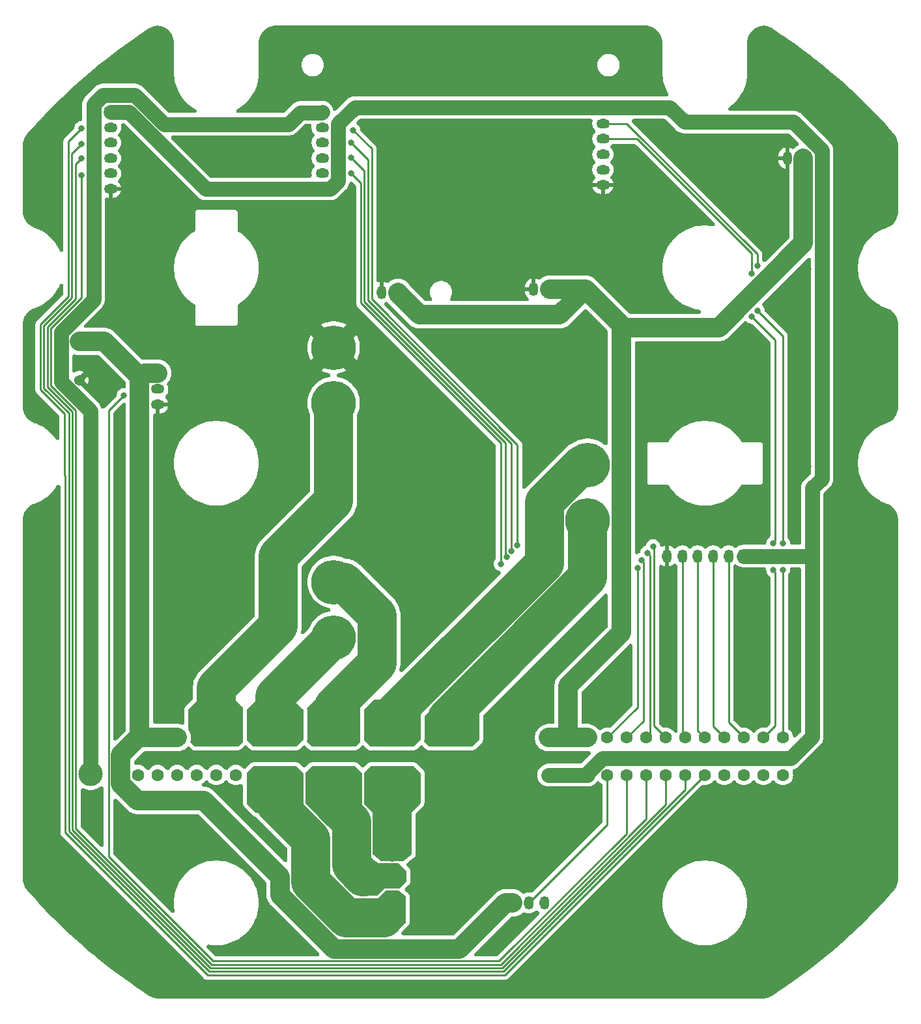
<source format=gbr>
%TF.GenerationSoftware,KiCad,Pcbnew,8.0.4*%
%TF.CreationDate,2025-03-13T14:18:39-04:00*%
%TF.ProjectId,erie_rov_connector_board,65726965-5f72-46f7-965f-636f6e6e6563,rev?*%
%TF.SameCoordinates,Original*%
%TF.FileFunction,Copper,L1,Top*%
%TF.FilePolarity,Positive*%
%FSLAX46Y46*%
G04 Gerber Fmt 4.6, Leading zero omitted, Abs format (unit mm)*
G04 Created by KiCad (PCBNEW 8.0.4) date 2025-03-13 14:18:39*
%MOMM*%
%LPD*%
G01*
G04 APERTURE LIST*
G04 Aperture macros list*
%AMRoundRect*
0 Rectangle with rounded corners*
0 $1 Rounding radius*
0 $2 $3 $4 $5 $6 $7 $8 $9 X,Y pos of 4 corners*
0 Add a 4 corners polygon primitive as box body*
4,1,4,$2,$3,$4,$5,$6,$7,$8,$9,$2,$3,0*
0 Add four circle primitives for the rounded corners*
1,1,$1+$1,$2,$3*
1,1,$1+$1,$4,$5*
1,1,$1+$1,$6,$7*
1,1,$1+$1,$8,$9*
0 Add four rect primitives between the rounded corners*
20,1,$1+$1,$2,$3,$4,$5,0*
20,1,$1+$1,$4,$5,$6,$7,0*
20,1,$1+$1,$6,$7,$8,$9,0*
20,1,$1+$1,$8,$9,$2,$3,0*%
G04 Aperture macros list end*
%TA.AperFunction,ComponentPad*%
%ADD10RoundRect,0.264583X-0.610417X0.370417X-0.610417X-0.370417X0.610417X-0.370417X0.610417X0.370417X0*%
%TD*%
%TA.AperFunction,ComponentPad*%
%ADD11O,1.750000X1.270000*%
%TD*%
%TA.AperFunction,ComponentPad*%
%ADD12RoundRect,0.264583X0.370417X0.610417X-0.370417X0.610417X-0.370417X-0.610417X0.370417X-0.610417X0*%
%TD*%
%TA.AperFunction,ComponentPad*%
%ADD13O,1.270000X1.750000*%
%TD*%
%TA.AperFunction,ComponentPad*%
%ADD14C,5.800000*%
%TD*%
%TA.AperFunction,ComponentPad*%
%ADD15C,1.371600*%
%TD*%
%TA.AperFunction,ComponentPad*%
%ADD16RoundRect,0.264583X-0.370417X-0.610417X0.370417X-0.610417X0.370417X0.610417X-0.370417X0.610417X0*%
%TD*%
%TA.AperFunction,ComponentPad*%
%ADD17C,1.600200*%
%TD*%
%TA.AperFunction,ComponentPad*%
%ADD18C,3.200000*%
%TD*%
%TA.AperFunction,ComponentPad*%
%ADD19RoundRect,0.264583X0.610417X-0.370417X0.610417X0.370417X-0.610417X0.370417X-0.610417X-0.370417X0*%
%TD*%
%TA.AperFunction,ViaPad*%
%ADD20C,0.812800*%
%TD*%
%TA.AperFunction,ViaPad*%
%ADD21C,3.175000*%
%TD*%
%TA.AperFunction,Conductor*%
%ADD22C,5.080000*%
%TD*%
%TA.AperFunction,Conductor*%
%ADD23C,1.905000*%
%TD*%
%TA.AperFunction,Conductor*%
%ADD24C,0.250000*%
%TD*%
%TA.AperFunction,Conductor*%
%ADD25C,2.540000*%
%TD*%
G04 APERTURE END LIST*
D10*
%TO.P,J9,1,Pin_1*%
%TO.N,+5V*%
X18500000Y52500000D03*
D11*
%TO.P,J9,2,Pin_2*%
%TO.N,OSD_TX*%
X18500000Y50500000D03*
%TO.P,J9,3,Pin_3*%
%TO.N,OSD_RX*%
X18500000Y48500000D03*
%TO.P,J9,4,Pin_4*%
%TO.N,unconnected-(J9-Pin_4-Pad4)*%
X18500000Y46500000D03*
%TO.P,J9,5,Pin_5*%
%TO.N,unconnected-(J9-Pin_5-Pad5)*%
X18500000Y44500000D03*
%TO.P,J9,6,Pin_6*%
%TO.N,GND*%
X18500000Y42500000D03*
%TD*%
D12*
%TO.P,J14,1,Pin_1*%
%TO.N,+5V*%
X36830000Y-5715000D03*
D13*
%TO.P,J14,2,Pin_2*%
%TO.N,EXP_1*%
X34830000Y-5715000D03*
%TO.P,J14,3,Pin_3*%
%TO.N,EXP_2*%
X32830000Y-5715000D03*
%TO.P,J14,4,Pin_4*%
%TO.N,EXP_3*%
X30830000Y-5715000D03*
%TO.P,J14,5,Pin_5*%
%TO.N,EXP_4*%
X28830000Y-5715000D03*
%TO.P,J14,6,Pin_6*%
%TO.N,GND*%
X26830000Y-5715000D03*
%TD*%
D12*
%TO.P,J11,1,Pin_1*%
%TO.N,VID_PWR*%
X11500000Y29000000D03*
D13*
%TO.P,J11,2,Pin_2*%
%TO.N,GND*%
X9500000Y29000000D03*
%TD*%
D14*
%TO.P,J2,1,-*%
%TO.N,GND*%
X-16510000Y21380000D03*
%TO.P,J2,2,+*%
%TO.N,PNL+*%
X-16510000Y14180000D03*
%TD*%
D15*
%TO.P,C1,1*%
%TO.N,5V_AUX*%
X-49530000Y22153250D03*
%TO.P,C1,2*%
%TO.N,GND*%
X-49530000Y17153250D03*
%TD*%
D12*
%TO.P,J10,1,Pin_1*%
%TO.N,VID_PWR*%
X44450000Y46000000D03*
D13*
%TO.P,J10,2,Pin_2*%
%TO.N,GND*%
X42450000Y46000000D03*
%TD*%
D16*
%TO.P,J6,1,Pin_1*%
%TO.N,5V_AUX*%
X6890000Y-50800000D03*
D13*
%TO.P,J6,2,Pin_2*%
%TO.N,RDR_PWM*%
X8890000Y-50800000D03*
%TO.P,J6,3,Pin_3*%
%TO.N,GND*%
X10890000Y-50800000D03*
%TD*%
D17*
%TO.P,J1,1,P1a*%
%TO.N,5V_AUX*%
X-41910000Y-29324300D03*
%TO.P,J1,2,P1b*%
X-39370000Y-29324300D03*
%TO.P,J1,3,P1c*%
X-36830000Y-29324300D03*
%TO.P,J1,4,P2a*%
%TO.N,PNL+*%
X-34290000Y-29324300D03*
%TO.P,J1,5,P2b*%
X-31750000Y-29324300D03*
%TO.P,J1,6,P2c*%
X-29210000Y-29324300D03*
%TO.P,J1,7,P3a*%
%TO.N,BATT_CC*%
X-26670000Y-29324300D03*
%TO.P,J1,8,P3b*%
X-24130000Y-29324300D03*
%TO.P,J1,9,P3c*%
X-21590000Y-29324300D03*
%TO.P,J1,10,P4a*%
%TO.N,BATT_SW*%
X-19050000Y-29324300D03*
%TO.P,J1,11,P4b*%
X-16510000Y-29324300D03*
%TO.P,J1,12,P4c*%
X-13970000Y-29324300D03*
%TO.P,J1,13,P5a*%
%TO.N,LOAD_SW*%
X-11430000Y-29324300D03*
%TO.P,J1,14,P5b*%
X-8890000Y-29324300D03*
%TO.P,J1,15,P5c*%
X-6350000Y-29324300D03*
%TO.P,J1,16,P6a*%
%TO.N,LOAD_CC*%
X-3810000Y-29324300D03*
%TO.P,J1,17,P6b*%
X-1270000Y-29324300D03*
%TO.P,J1,18,P6c*%
X1270000Y-29324300D03*
%TO.P,J1,19,P7a*%
%TO.N,GND*%
X3810000Y-29324300D03*
%TO.P,J1,20,P7b*%
X6350000Y-29324300D03*
%TO.P,J1,21,P7c*%
X8890000Y-29324300D03*
%TO.P,J1,22,P8a*%
%TO.N,VID_PWR*%
X11430000Y-29324300D03*
%TO.P,J1,23,P8b*%
X13970000Y-29324300D03*
%TO.P,J1,24,P8c*%
X16510000Y-29324300D03*
%TO.P,J1,25,S1*%
%TO.N,TELEM_TX*%
X19050000Y-29324300D03*
%TO.P,J1,26,S2*%
%TO.N,TELEM_RX*%
X21590000Y-29324300D03*
%TO.P,J1,27,S3*%
%TO.N,TELEM_CTS*%
X24130000Y-29324300D03*
%TO.P,J1,28,S4*%
%TO.N,TELEM_RTS*%
X26670000Y-29324300D03*
%TO.P,J1,29,S5*%
%TO.N,EXP_4*%
X29210000Y-29324300D03*
%TO.P,J1,30,S6*%
%TO.N,EXP_3*%
X31750000Y-29324300D03*
%TO.P,J1,31,S7*%
%TO.N,EXP_2*%
X34290000Y-29324300D03*
%TO.P,J1,32,S8*%
%TO.N,EXP_1*%
X36830000Y-29324300D03*
%TO.P,J1,33,S9*%
%TO.N,OSD_RX*%
X39370000Y-29324300D03*
%TO.P,J1,34,S10*%
%TO.N,OSD_TX*%
X41910000Y-29324300D03*
%TO.P,J1,35,S11*%
%TO.N,unconnected-(J1-S11-Pad35)*%
X41910000Y-34175700D03*
%TO.P,J1,36,S12*%
%TO.N,unconnected-(J1-S12-Pad36)*%
X39370000Y-34175700D03*
%TO.P,J1,37,S13*%
%TO.N,unconnected-(J1-S13-Pad37)*%
X36830000Y-34175700D03*
%TO.P,J1,38,S14*%
%TO.N,unconnected-(J1-S14-Pad38)*%
X34290000Y-34175700D03*
%TO.P,J1,39,S15*%
%TO.N,GPS_TX*%
X31750000Y-34175700D03*
%TO.P,J1,40,S16*%
%TO.N,GPS_RX*%
X29210000Y-34175700D03*
%TO.P,J1,41,S17*%
%TO.N,GPS_SCL*%
X26670000Y-34175700D03*
%TO.P,J1,42,S18*%
%TO.N,GPS_SCA*%
X24130000Y-34175700D03*
%TO.P,J1,43,S19*%
%TO.N,STRB_PWM*%
X21590000Y-34175700D03*
%TO.P,J1,44,S20*%
%TO.N,RDR_PWM*%
X19050000Y-34175700D03*
%TO.P,J1,45,P9a*%
%TO.N,+5V*%
X16510000Y-34175700D03*
%TO.P,J1,46,P9b*%
X13970000Y-34175700D03*
%TO.P,J1,47,P9c*%
X11430000Y-34175700D03*
%TO.P,J1,48,P10a*%
%TO.N,GND*%
X8890000Y-34175700D03*
%TO.P,J1,49,P10b*%
X6350000Y-34175700D03*
%TO.P,J1,50,P10c*%
X3810000Y-34175700D03*
%TO.P,J1,51,P11a*%
X1270000Y-34175700D03*
%TO.P,J1,52,P11b*%
X-1270000Y-34175700D03*
%TO.P,J1,53,P11c*%
X-3810000Y-34175700D03*
%TO.P,J1,54,P12a*%
%TO.N,MTR_B*%
X-6350000Y-34175700D03*
%TO.P,J1,55,P12b*%
X-8890000Y-34175700D03*
%TO.P,J1,56,P12c*%
X-11430000Y-34175700D03*
%TO.P,J1,57,P13a*%
%TO.N,MTR_G*%
X-13970000Y-34175700D03*
%TO.P,J1,58,P13b*%
X-16510000Y-34175700D03*
%TO.P,J1,59,P13c*%
X-19050000Y-34175700D03*
%TO.P,J1,60,P14a*%
%TO.N,MTR_W*%
X-21590000Y-34175700D03*
%TO.P,J1,61,P14b*%
X-24130000Y-34175700D03*
%TO.P,J1,62,P14c*%
X-26670000Y-34175700D03*
%TO.P,J1,63,P15a*%
%TO.N,unconnected-(J1-P15a-Pad63)*%
X-29210000Y-34175700D03*
%TO.P,J1,64,P15b*%
%TO.N,unconnected-(J1-P15b-Pad64)*%
X-31750000Y-34175700D03*
%TO.P,J1,65,P15c*%
%TO.N,unconnected-(J1-P15c-Pad65)*%
X-34290000Y-34175700D03*
%TO.P,J1,66,P16a*%
%TO.N,TELEM_GND*%
X-36830000Y-34175700D03*
%TO.P,J1,67,P16b*%
X-39370000Y-34175700D03*
%TO.P,J1,68,P16c*%
X-41910000Y-34175700D03*
%TD*%
D14*
%TO.P,J4,1,-*%
%TO.N,LOAD_SW*%
X16510000Y6140000D03*
%TO.P,J4,2,+*%
%TO.N,LOAD_CC*%
X16510000Y-1060000D03*
%TD*%
D18*
%TO.P,J5,1,1*%
%TO.N,MTR_B*%
X-8890000Y-43815000D03*
%TO.P,J5,2,2*%
%TO.N,MTR_G*%
X-8890000Y-47315000D03*
%TO.P,J5,3,3*%
%TO.N,MTR_W*%
X-8890000Y-50815000D03*
%TD*%
D10*
%TO.P,J7,1,Pin_1*%
%TO.N,+5V*%
X-45500000Y52000000D03*
D11*
%TO.P,J7,2,Pin_2*%
%TO.N,GPS_TX*%
X-45500000Y50000000D03*
%TO.P,J7,3,Pin_3*%
%TO.N,GPS_RX*%
X-45500000Y48000000D03*
%TO.P,J7,4,Pin_4*%
%TO.N,GPS_SCL*%
X-45500000Y46000000D03*
%TO.P,J7,5,Pin_5*%
%TO.N,GPS_SCA*%
X-45500000Y44000000D03*
%TO.P,J7,6,Pin_6*%
%TO.N,GND*%
X-45500000Y42000000D03*
%TD*%
D12*
%TO.P,J12,1,Pin_1*%
%TO.N,VID_PWR*%
X-8255000Y28575000D03*
D13*
%TO.P,J12,2,Pin_2*%
%TO.N,GND*%
X-10255000Y28575000D03*
%TD*%
D19*
%TO.P,J8,1,Pin_1*%
%TO.N,+5V*%
X-18000000Y42000000D03*
D11*
%TO.P,J8,2,Pin_2*%
%TO.N,TELEM_TX*%
X-18000000Y44000000D03*
%TO.P,J8,3,Pin_3*%
%TO.N,TELEM_RX*%
X-18000000Y46000000D03*
%TO.P,J8,4,Pin_4*%
%TO.N,TELEM_CTS*%
X-18000000Y48000000D03*
%TO.P,J8,5,Pin_5*%
%TO.N,TELEM_RTS*%
X-18000000Y50000000D03*
%TO.P,J8,6,Pin_6*%
%TO.N,TELEM_GND*%
X-18000000Y52000000D03*
%TD*%
D14*
%TO.P,J3,1,-*%
%TO.N,BATT_SW*%
X-16510000Y-9100000D03*
%TO.P,J3,2,+*%
%TO.N,BATT_CC*%
X-16510000Y-16300000D03*
%TD*%
D10*
%TO.P,J13,1,Pin_1*%
%TO.N,5V_AUX*%
X-39370000Y17970000D03*
D11*
%TO.P,J13,2,Pin_2*%
%TO.N,STRB_PWM*%
X-39370000Y15970000D03*
%TO.P,J13,3,Pin_3*%
%TO.N,GND*%
X-39370000Y13970000D03*
%TD*%
D20*
%TO.N,GND*%
X17653000Y-37719000D03*
X45212000Y31623000D03*
X-41148000Y20828000D03*
X-27559000Y-13081000D03*
X-37973000Y-50546000D03*
X-35560000Y-23749000D03*
X-46355000Y14732000D03*
X36830000Y9906000D03*
X-47244000Y24638000D03*
X43434000Y-3302000D03*
X-19304000Y-13208000D03*
X36195000Y52705000D03*
X-1397000Y-54229000D03*
X-44450000Y-28194000D03*
X16383000Y-24130000D03*
X25781000Y54864000D03*
X43561000Y-28067000D03*
X-39243000Y-62484000D03*
X55499000Y38354000D03*
X-16256000Y-3937000D03*
X45593000Y-32639000D03*
X15367000Y-31877000D03*
X-36703000Y-26797000D03*
X18415000Y11176000D03*
X-46990000Y-42545000D03*
X-36449000Y52832000D03*
X-35433000Y48133000D03*
X-13970000Y41783000D03*
X-4953000Y23114000D03*
X-19939000Y-57023000D03*
X55753000Y48387000D03*
X36830000Y-8509000D03*
X23495000Y-2921000D03*
X18288000Y-27559000D03*
X-30480000Y-35814000D03*
X-23495000Y-43815000D03*
X-20447000Y3048000D03*
X-44069000Y12700000D03*
X-43180000Y49149000D03*
X-20320000Y49403000D03*
X-56007000Y48260000D03*
X-55880000Y13716000D03*
X-40767000Y-32004000D03*
X-47752000Y-36957000D03*
X55880000Y-48133000D03*
X-39116000Y-26670000D03*
X-20955000Y44069000D03*
X21336000Y-24892000D03*
X-48260000Y19431000D03*
X8763000Y5080000D03*
X-44450000Y-38735000D03*
X43561000Y-8382000D03*
X-52832000Y10922000D03*
X30734000Y-37592000D03*
X16256000Y25019000D03*
X55753000Y-254000D03*
X55499000Y25019000D03*
X36957000Y2794000D03*
X-4826000Y-39624000D03*
X3683000Y8890000D03*
X-44704000Y16764000D03*
X-30988000Y-44323000D03*
X39751000Y-62357000D03*
X18288000Y-14478000D03*
X-56007000Y25146000D03*
X3937000Y-8001000D03*
X26416000Y10033000D03*
X-25908000Y-48514000D03*
X40767000Y26797000D03*
X37592000Y22987000D03*
X39370000Y-1778000D03*
X-52324000Y35814000D03*
X21590000Y-18669000D03*
X-55753000Y-508000D03*
X45212000Y5969000D03*
X55499000Y12827000D03*
X18288000Y-12192000D03*
X38100000Y-27686000D03*
X-55626000Y38481000D03*
X5715000Y-55245000D03*
X-45593000Y39116000D03*
X26543000Y2667000D03*
X39497000Y61595000D03*
X26924000Y-8636000D03*
X11430000Y-25908000D03*
X-7239000Y-19558000D03*
X-55880000Y-48006000D03*
X24384000Y62103000D03*
X-30607000Y-57023000D03*
X39243000Y-8763000D03*
X-4953000Y-31750000D03*
X-24892000Y61595000D03*
X-6096000Y-54356000D03*
X23368000Y21463000D03*
X27051000Y-26035000D03*
X-28067000Y-31877000D03*
X48133000Y2159000D03*
X-39116000Y11049000D03*
X-39116000Y61976000D03*
%TO.N,GPS_TX*%
X-49276000Y49911000D03*
%TO.N,GPS_RX*%
X-49276000Y47879000D03*
%TO.N,GPS_SCL*%
X-49276000Y45974000D03*
%TO.N,GPS_SCA*%
X-49276000Y43815000D03*
%TO.N,TELEM_CTS*%
X24257000Y-5302496D03*
X6604000Y-5080000D03*
X-14224000Y48006000D03*
%TO.N,TELEM_RX*%
X5969000Y-5872600D03*
X-14224000Y46101000D03*
X23495000Y-6223000D03*
%TO.N,TELEM_TX*%
X-14224000Y44000000D03*
X5207000Y-6731000D03*
X22987000Y-7239000D03*
%TO.N,STRB_PWM*%
X-43763500Y15188500D03*
%TO.N,OSD_TX*%
X38608000Y26162000D03*
X41894003Y-7493000D03*
X38592372Y32004000D03*
X41894003Y-4064000D03*
%TO.N,OSD_RX*%
X37846000Y30988000D03*
X37846000Y25400000D03*
X40640000Y-4064000D03*
X40640000Y-7493000D03*
D21*
%TO.N,TELEM_GND*%
X-48114500Y-34036000D03*
D20*
%TO.N,TELEM_RTS*%
X7366000Y-4318000D03*
X-13970000Y49657000D03*
X25019000Y-4445000D03*
%TD*%
D22*
%TO.N,MTR_B*%
X-8890000Y-37338000D02*
X-8890000Y-41783000D01*
%TO.N,MTR_G*%
X-14170000Y-45901000D02*
X-12700000Y-47371000D01*
X-14170000Y-40313000D02*
X-14170000Y-45901000D01*
X-16510000Y-37973000D02*
X-14170000Y-40313000D01*
X-12700000Y-47371000D02*
X-12573000Y-47371000D01*
%TO.N,MTR_W*%
X-24130000Y-37820048D02*
X-19450000Y-42500048D01*
X-24130000Y-36449000D02*
X-24130000Y-37820048D01*
X-14833048Y-52705000D02*
X-10033000Y-52705000D01*
X-19450000Y-48088048D02*
X-14833048Y-52705000D01*
X-19450000Y-42500048D02*
X-19450000Y-48088048D01*
D23*
%TO.N,+5V*%
X45720000Y3105000D02*
X46977500Y4362500D01*
X-15895000Y50435567D02*
X-15895000Y43033000D01*
X43289934Y50690998D02*
X29074594Y50690998D01*
X16510000Y-34175700D02*
X16510000Y-33954306D01*
X29074594Y50690998D02*
X27195592Y52570000D01*
X45720000Y-29210000D02*
X45720000Y3105000D01*
X27195592Y52570000D02*
X-13760567Y52570000D01*
X-33110000Y42000000D02*
X-43110000Y52000000D01*
X18460306Y-32004000D02*
X42926000Y-32004000D01*
X11430000Y-34175700D02*
X16510000Y-34175700D01*
X42926000Y-32004000D02*
X45720000Y-29210000D01*
X46977500Y4362500D02*
X46977500Y47003432D01*
X-43110000Y52000000D02*
X-45500000Y52000000D01*
X46977500Y47003432D02*
X43289934Y50690998D01*
X45339000Y-5715000D02*
X36830000Y-5715000D01*
X16510000Y-33954306D02*
X18460306Y-32004000D01*
X-18000000Y42000000D02*
X-33110000Y42000000D01*
X-15895000Y43033000D02*
X-16928000Y42000000D01*
X-13760567Y52570000D02*
X-15895000Y50435567D01*
X-16928000Y42000000D02*
X-18000000Y42000000D01*
D22*
%TO.N,PNL+*%
X-16510000Y1473200D02*
X-16510000Y14180000D01*
X-31750000Y-22860000D02*
X-23693788Y-14803788D01*
X-23693788Y-5710588D02*
X-16510000Y1473200D01*
X-31750000Y-26797000D02*
X-31750000Y-22860000D01*
X-23693788Y-14803788D02*
X-23693788Y-5710588D01*
D24*
%TO.N,GPS_TX*%
X-51518567Y4835358D02*
X-51377000Y4693791D01*
X-50996000Y48191000D02*
X-50996000Y28030846D01*
X-49276000Y49911000D02*
X-50996000Y48191000D01*
X-51377000Y-41682730D02*
X-32895730Y-60164000D01*
X-54637692Y24389154D02*
X-54637692Y15945347D01*
X31742884Y-34175700D02*
X31750000Y-34175700D01*
X-50996000Y28030846D02*
X-54637692Y24389154D01*
X-32895730Y-60164000D02*
X5754584Y-60164000D01*
X-51518567Y12826222D02*
X-51518567Y4835358D01*
X-54637692Y15945347D02*
X-51518567Y12826222D01*
X5754584Y-60164000D02*
X31742884Y-34175700D01*
X-51377000Y4693791D02*
X-51377000Y-41682730D01*
%TO.N,GPS_RX*%
X-54187692Y16131743D02*
X-50927000Y12871051D01*
X5568188Y-59714000D02*
X29210000Y-36072188D01*
X-49276000Y47879000D02*
X-50546000Y46609000D01*
X-50546000Y46609000D02*
X-50546000Y27844450D01*
X-32709334Y-59714000D02*
X5568188Y-59714000D01*
X-54187692Y24202758D02*
X-54187692Y16131743D01*
X-50927000Y12871051D02*
X-50927000Y-41496334D01*
X29210000Y-36072188D02*
X29210000Y-34175700D01*
X-50546000Y27844450D02*
X-54187692Y24202758D01*
X-50927000Y-41496334D02*
X-32709334Y-59714000D01*
%TO.N,GPS_SCL*%
X5381792Y-59264000D02*
X26670000Y-37975792D01*
X-50477000Y-41309938D02*
X-32522938Y-59264000D01*
X-50038000Y45212000D02*
X-50038000Y27716054D01*
X-49276000Y45974000D02*
X-50038000Y45212000D01*
X-32522938Y-59264000D02*
X5381792Y-59264000D01*
X-50038000Y27716054D02*
X-53680000Y24074054D01*
X26670000Y-37975792D02*
X26670000Y-34175700D01*
X-53680000Y16260447D02*
X-50477000Y13057447D01*
X-53680000Y24074054D02*
X-53680000Y16260447D01*
X-50477000Y13057447D02*
X-50477000Y-41309938D01*
%TO.N,GPS_SCA*%
X-49276000Y27841658D02*
X-53230000Y23887658D01*
X-50027000Y-41123542D02*
X-32336542Y-58814000D01*
X-32336542Y-58814000D02*
X5195396Y-58814000D01*
X-53230000Y16446843D02*
X-50027000Y13243843D01*
X-49276000Y43815000D02*
X-49276000Y27841658D01*
X-53230000Y23887658D02*
X-53230000Y16446843D01*
X24130000Y-39879396D02*
X24130000Y-34175700D01*
X5195396Y-58814000D02*
X24130000Y-39879396D01*
X-50027000Y13243843D02*
X-50027000Y-41123542D01*
%TO.N,RDR_PWM*%
X19050000Y-40640000D02*
X8890000Y-50800000D01*
X19050000Y-34175700D02*
X19050000Y-40640000D01*
D25*
%TO.N,VID_PWR*%
X44555000Y43780000D02*
X44555000Y46000000D01*
X20880000Y24003000D02*
X33586420Y24003000D01*
X44520000Y43745000D02*
X44555000Y43780000D01*
X20880000Y24332000D02*
X16212000Y29000000D01*
X13970000Y-29324300D02*
X13970000Y-22606000D01*
X16212000Y29000000D02*
X12866000Y25654000D01*
X13970000Y-22606000D02*
X20880000Y-15696000D01*
X20880000Y-15696000D02*
X20880000Y24332000D01*
X-8150000Y28470000D02*
X-8150000Y28575000D01*
X-5334000Y25654000D02*
X-8150000Y28470000D01*
X12866000Y25654000D02*
X-5334000Y25654000D01*
X16212000Y29000000D02*
X11605000Y29000000D01*
X16510000Y-29324300D02*
X11430000Y-29324300D01*
X44520000Y34936580D02*
X44520000Y43745000D01*
X33586420Y24003000D02*
X44520000Y34936580D01*
D22*
%TO.N,BATT_CC*%
X-24130000Y-23920000D02*
X-16510000Y-16300000D01*
X-24130000Y-23920000D02*
X-24130000Y-26416000D01*
%TO.N,BATT_SW*%
X-10870000Y-13412400D02*
X-15182400Y-9100000D01*
X-16510000Y-25298400D02*
X-10870000Y-19658400D01*
X-15182400Y-9100000D02*
X-16510000Y-9100000D01*
X-10870000Y-19658400D02*
X-10870000Y-13412400D01*
X-16510000Y-26670000D02*
X-16510000Y-25298400D01*
%TO.N,LOAD_SW*%
X15733835Y6140000D02*
X10870000Y1276165D01*
X10870000Y1276165D02*
X10870000Y-6656000D01*
X16510000Y6140000D02*
X15733835Y6140000D01*
X10870000Y-6656000D02*
X-8890000Y-26416000D01*
%TO.N,LOAD_CC*%
X-1803400Y-26797000D02*
X16510000Y-8483600D01*
X16510000Y-8483600D02*
X16510000Y-1060000D01*
D25*
%TO.N,5V_AUX*%
X-140369Y-56769000D02*
X5828631Y-50800000D01*
X-41715000Y-29324300D02*
X-41715000Y17467000D01*
X-41715000Y17467000D02*
X-41656000Y17526000D01*
X5828631Y-50800000D02*
X6785000Y-50800000D01*
X-36830000Y-29324300D02*
X-41910000Y-29324300D01*
X-42037000Y-37465000D02*
X-33401000Y-37465000D01*
X-23460000Y-47406000D02*
X-23460000Y-49749044D01*
X-41107000Y18075000D02*
X-39370000Y18075000D01*
X-41715000Y17467000D02*
X-41107000Y18075000D01*
X-33401000Y-37465000D02*
X-23460000Y-47406000D01*
X-23460000Y-49749044D02*
X-16440044Y-56769000D01*
X-41656000Y17526000D02*
X-46283250Y22153250D01*
X-46283250Y22153250D02*
X-49530000Y22153250D01*
X-39370000Y-29324300D02*
X-41715000Y-29324300D01*
X-44180100Y-35321900D02*
X-42037000Y-37465000D01*
X-16440044Y-56769000D02*
X-140369Y-56769000D01*
X-44180100Y-31594400D02*
X-44180100Y-35321900D01*
X-41910000Y-29324300D02*
X-44180100Y-31594400D01*
D24*
%TO.N,TELEM_CTS*%
X24257000Y-5302496D02*
X24638000Y-5683496D01*
X24638000Y-28816300D02*
X24130000Y-29324300D01*
X6604000Y-5080000D02*
X6604000Y8892792D01*
X6604000Y8892792D02*
X-12054000Y27550792D01*
X24638000Y-5683496D02*
X24638000Y-28816300D01*
X-12054000Y45836000D02*
X-14224000Y48006000D01*
X-12054000Y27550792D02*
X-12054000Y45836000D01*
%TO.N,TELEM_RX*%
X23749000Y-27165300D02*
X21590000Y-29324300D01*
X-12504000Y44381000D02*
X-14224000Y46101000D01*
X23495000Y-6223000D02*
X23749000Y-6477000D01*
X-12504000Y27364396D02*
X-12504000Y44381000D01*
X5842000Y-5745600D02*
X5842000Y9018396D01*
X5842000Y9018396D02*
X-12504000Y27364396D01*
X5969000Y-5872600D02*
X5842000Y-5745600D01*
X23749000Y-6477000D02*
X23749000Y-27165300D01*
%TO.N,TELEM_TX*%
X22987000Y-7239000D02*
X22987000Y-25387300D01*
X-12954000Y27178000D02*
X-12954000Y42730000D01*
X5207000Y9017000D02*
X-12954000Y27178000D01*
X5207000Y-6731000D02*
X5207000Y9017000D01*
X-12954000Y42730000D02*
X-14224000Y44000000D01*
X22987000Y-25387300D02*
X19050000Y-29324300D01*
%TO.N,STRB_PWM*%
X-45775100Y13176900D02*
X-45775100Y-44739046D01*
X21590000Y-41783000D02*
X21590000Y-34175700D01*
X-45775100Y-44739046D02*
X-32150146Y-58364000D01*
X-43763500Y15188500D02*
X-45775100Y13176900D01*
X-32150146Y-58364000D02*
X5009000Y-58364000D01*
X5009000Y-58364000D02*
X21590000Y-41783000D01*
%TO.N,OSD_TX*%
X38608000Y26162000D02*
X38608000Y26131223D01*
X38592372Y33508170D02*
X21600542Y50500000D01*
X41910000Y-7508997D02*
X41894003Y-7493000D01*
X21600542Y50500000D02*
X18500000Y50500000D01*
X41894003Y22845220D02*
X41894003Y-4064000D01*
X38592372Y32004000D02*
X38592372Y33508170D01*
X38608000Y26131223D02*
X41894003Y22845220D01*
X41910000Y-29324300D02*
X41910000Y-7508997D01*
%TO.N,OSD_RX*%
X22964146Y48500000D02*
X37846000Y33618146D01*
X40894000Y22352000D02*
X40894000Y-3810000D01*
X40894000Y-27800300D02*
X39370000Y-29324300D01*
X40894000Y-7747000D02*
X40894000Y-27800300D01*
X40640000Y-7493000D02*
X40894000Y-7747000D01*
X40894000Y-3810000D02*
X40640000Y-4064000D01*
X18500000Y48500000D02*
X22964146Y48500000D01*
X37846000Y33618146D02*
X37846000Y30988000D01*
X37846000Y25400000D02*
X40894000Y22352000D01*
%TO.N,EXP_2*%
X32830000Y-5715000D02*
X32830000Y-27864300D01*
X32830000Y-27864300D02*
X34290000Y-29324300D01*
%TO.N,EXP_1*%
X34830000Y-27324300D02*
X36830000Y-29324300D01*
X34830000Y-5715000D02*
X34830000Y-27324300D01*
%TO.N,EXP_4*%
X28830000Y-28944300D02*
X29210000Y-29324300D01*
X28830000Y-5715000D02*
X28830000Y-28944300D01*
%TO.N,EXP_3*%
X30830000Y-5715000D02*
X30830000Y-28404300D01*
X30830000Y-28404300D02*
X31750000Y-29324300D01*
D23*
%TO.N,TELEM_GND*%
X-48133000Y13156501D02*
X-51952500Y16976001D01*
X-18057000Y51943000D02*
X-18000000Y52000000D01*
X-47717100Y52993900D02*
X-46482000Y54229000D01*
X-38552080Y50419000D02*
X-22361000Y50419000D01*
X-46482000Y54229000D02*
X-42362080Y54229000D01*
X-20837000Y51943000D02*
X-18057000Y51943000D01*
X-51952500Y16976001D02*
X-51952500Y23358500D01*
X-48114500Y-34036000D02*
X-48133000Y-34017500D01*
X-22361000Y50419000D02*
X-20837000Y51943000D01*
X-42362080Y54229000D02*
X-38552080Y50419000D01*
X-51952500Y23358500D02*
X-47717100Y27593900D01*
X-47717100Y27593900D02*
X-47717100Y52993900D01*
X-48133000Y-34017500D02*
X-48133000Y13156501D01*
D24*
%TO.N,TELEM_RTS*%
X25146000Y-4572000D02*
X25146000Y-27800300D01*
X7366000Y8767188D02*
X7366000Y-4318000D01*
X25146000Y-27800300D02*
X26670000Y-29324300D01*
X-11557000Y27690188D02*
X7366000Y8767188D01*
X25019000Y-4445000D02*
X25146000Y-4572000D01*
X-13970000Y49657000D02*
X-11557000Y47244000D01*
X-11557000Y47244000D02*
X-11557000Y27690188D01*
%TD*%
%TA.AperFunction,Conductor*%
%TO.N,MTR_W*%
G36*
X-7979832Y-49239685D02*
G01*
X-7966173Y-49249852D01*
X-7155302Y-49944884D01*
X-7117212Y-50003458D01*
X-7112000Y-50039032D01*
X-7112000Y-53232638D01*
X-7131685Y-53299677D01*
X-7148319Y-53320319D01*
X-8345681Y-54517681D01*
X-8407004Y-54551166D01*
X-8433362Y-54554000D01*
X-10798000Y-54554000D01*
X-10865039Y-54534315D01*
X-10910794Y-54481511D01*
X-10922000Y-54430000D01*
X-10922000Y-50414362D01*
X-10902315Y-50347323D01*
X-10885681Y-50326681D01*
X-9815319Y-49256319D01*
X-9753996Y-49222834D01*
X-9727638Y-49220000D01*
X-8046871Y-49220000D01*
X-7979832Y-49239685D01*
G37*
%TD.AperFunction*%
%TD*%
%TA.AperFunction,Conductor*%
%TO.N,PNL+*%
G36*
X-29321323Y-24403685D02*
G01*
X-29300681Y-24420319D01*
X-28318278Y-25402722D01*
X-28284793Y-25464045D01*
X-28286982Y-25525338D01*
X-28298024Y-25562940D01*
X-28318500Y-25705362D01*
X-28318500Y-29539640D01*
X-28315603Y-29593688D01*
X-28315603Y-29593689D01*
X-28312771Y-29620022D01*
X-28312768Y-29620049D01*
X-28304115Y-29673445D01*
X-28304115Y-29673447D01*
X-28289947Y-29711431D01*
X-28284963Y-29781123D01*
X-28318448Y-29842446D01*
X-28919681Y-30443681D01*
X-28981004Y-30477166D01*
X-29007362Y-30480000D01*
X-34492638Y-30480000D01*
X-34559677Y-30460315D01*
X-34580319Y-30443681D01*
X-35094910Y-29929090D01*
X-35128395Y-29867767D01*
X-35127005Y-29809319D01*
X-35089794Y-29670449D01*
X-35059500Y-29440345D01*
X-35059500Y-29208255D01*
X-35089794Y-28978151D01*
X-35149863Y-28753970D01*
X-35238680Y-28539548D01*
X-35238686Y-28539537D01*
X-35354721Y-28338556D01*
X-35354722Y-28338554D01*
X-35407376Y-28269933D01*
X-35432570Y-28204763D01*
X-35433000Y-28194447D01*
X-35433000Y-25705362D01*
X-35413315Y-25638323D01*
X-35396681Y-25617681D01*
X-34199319Y-24420319D01*
X-34137996Y-24386834D01*
X-34111638Y-24384000D01*
X-29388362Y-24384000D01*
X-29321323Y-24403685D01*
G37*
%TD.AperFunction*%
%TD*%
%TA.AperFunction,Conductor*%
%TO.N,MTR_G*%
G36*
X-13700323Y-33039685D02*
G01*
X-13679681Y-33056319D01*
X-12863319Y-33872681D01*
X-12829834Y-33934004D01*
X-12827000Y-33960362D01*
X-12827000Y-38175638D01*
X-12846685Y-38242677D01*
X-12863319Y-38263319D01*
X-14060681Y-39460681D01*
X-14122004Y-39494166D01*
X-14148362Y-39497000D01*
X-18490638Y-39497000D01*
X-18557677Y-39477315D01*
X-18578319Y-39460681D01*
X-20156681Y-37882319D01*
X-20190166Y-37820996D01*
X-20193000Y-37794638D01*
X-20193000Y-33960362D01*
X-20173315Y-33893323D01*
X-20156681Y-33872681D01*
X-19340319Y-33056319D01*
X-19278996Y-33022834D01*
X-19252638Y-33020000D01*
X-13767362Y-33020000D01*
X-13700323Y-33039685D01*
G37*
%TD.AperFunction*%
%TD*%
%TA.AperFunction,Conductor*%
%TO.N,BATT_SW*%
G36*
X-14081323Y-24403685D02*
G01*
X-14060681Y-24420319D01*
X-13076617Y-25404383D01*
X-13043132Y-25465706D01*
X-13045321Y-25527000D01*
X-13058024Y-25570258D01*
X-13078500Y-25712679D01*
X-13078500Y-29539640D01*
X-13075603Y-29593688D01*
X-13075603Y-29593689D01*
X-13072771Y-29620022D01*
X-13072768Y-29620049D01*
X-13064115Y-29673445D01*
X-13064115Y-29673447D01*
X-13049947Y-29711431D01*
X-13044963Y-29781123D01*
X-13078448Y-29842446D01*
X-13679681Y-30443681D01*
X-13741004Y-30477166D01*
X-13767362Y-30480000D01*
X-19252638Y-30480000D01*
X-19319677Y-30460315D01*
X-19340319Y-30443681D01*
X-19941723Y-29842277D01*
X-19975208Y-29780954D01*
X-19973019Y-29719659D01*
X-19961977Y-29682058D01*
X-19961976Y-29682054D01*
X-19941500Y-29539638D01*
X-19941500Y-25705362D01*
X-19944397Y-25651322D01*
X-19947231Y-25624964D01*
X-19955886Y-25571552D01*
X-19970055Y-25533566D01*
X-19975039Y-25463876D01*
X-19941559Y-25402558D01*
X-18959319Y-24420319D01*
X-18897996Y-24386834D01*
X-18871638Y-24384000D01*
X-14148362Y-24384000D01*
X-14081323Y-24403685D01*
G37*
%TD.AperFunction*%
%TD*%
%TA.AperFunction,Conductor*%
%TO.N,MTR_G*%
G36*
X-8051951Y-45663712D02*
G01*
X-7985024Y-45683775D01*
X-7964971Y-45700029D01*
X-7097519Y-46567481D01*
X-7064034Y-46628804D01*
X-7061200Y-46655162D01*
X-7061200Y-48022627D01*
X-7080885Y-48089666D01*
X-7101193Y-48113835D01*
X-7990797Y-48933208D01*
X-8053443Y-48964146D01*
X-8074804Y-48966000D01*
X-9906001Y-48966000D01*
X-10758681Y-49818681D01*
X-10820004Y-49852166D01*
X-10846362Y-49855000D01*
X-12422097Y-49855000D01*
X-12489136Y-49835315D01*
X-12534891Y-49782511D01*
X-12546088Y-49729506D01*
X-12526331Y-48089666D01*
X-12498285Y-45761797D01*
X-12477794Y-45695003D01*
X-12424443Y-45649887D01*
X-12373594Y-45639296D01*
X-8051951Y-45663712D01*
G37*
%TD.AperFunction*%
%TD*%
%TA.AperFunction,Conductor*%
%TO.N,MTR_W*%
G36*
X-21320323Y-33039685D02*
G01*
X-21299681Y-33056319D01*
X-20483319Y-33872681D01*
X-20449834Y-33934004D01*
X-20447000Y-33960362D01*
X-20447000Y-37921638D01*
X-20466685Y-37988677D01*
X-20483319Y-38009319D01*
X-21553681Y-39079681D01*
X-21615004Y-39113166D01*
X-21641362Y-39116000D01*
X-26491638Y-39116000D01*
X-26558677Y-39096315D01*
X-26579319Y-39079681D01*
X-27776681Y-37882319D01*
X-27810166Y-37820996D01*
X-27813000Y-37794638D01*
X-27813000Y-33960362D01*
X-27793315Y-33893323D01*
X-27776681Y-33872681D01*
X-26960319Y-33056319D01*
X-26898996Y-33022834D01*
X-26872638Y-33020000D01*
X-21387362Y-33020000D01*
X-21320323Y-33039685D01*
G37*
%TD.AperFunction*%
%TD*%
%TA.AperFunction,Conductor*%
%TO.N,LOAD_CC*%
G36*
X1158677Y-24403685D02*
G01*
X1179319Y-24420319D01*
X2376681Y-25617681D01*
X2410166Y-25679004D01*
X2413000Y-25705362D01*
X2413000Y-29539638D01*
X2393315Y-29606677D01*
X2376681Y-29627319D01*
X1560319Y-30443681D01*
X1498996Y-30477166D01*
X1472638Y-30480000D01*
X-4012638Y-30480000D01*
X-4079677Y-30460315D01*
X-4100319Y-30443681D01*
X-4701723Y-29842277D01*
X-4735208Y-29780954D01*
X-4733019Y-29719659D01*
X-4721977Y-29682058D01*
X-4721976Y-29682054D01*
X-4701500Y-29539638D01*
X-4701500Y-26578778D01*
X-4681815Y-26511739D01*
X-4665181Y-26491097D01*
X-2594403Y-24420319D01*
X-2533080Y-24386834D01*
X-2506722Y-24384000D01*
X1091638Y-24384000D01*
X1158677Y-24403685D01*
G37*
%TD.AperFunction*%
%TD*%
%TA.AperFunction,Conductor*%
%TO.N,LOAD_SW*%
G36*
X-6461323Y-24403685D02*
G01*
X-6440681Y-24420319D01*
X-5243319Y-25617681D01*
X-5209834Y-25679004D01*
X-5207000Y-25705362D01*
X-5207000Y-29539638D01*
X-5226685Y-29606677D01*
X-5243319Y-29627319D01*
X-6059681Y-30443681D01*
X-6121004Y-30477166D01*
X-6147362Y-30480000D01*
X-11632638Y-30480000D01*
X-11699677Y-30460315D01*
X-11720319Y-30443681D01*
X-12536681Y-29627319D01*
X-12570166Y-29565996D01*
X-12573000Y-29539638D01*
X-12573000Y-25712678D01*
X-12553315Y-25645639D01*
X-12536681Y-25624997D01*
X-11332003Y-24420319D01*
X-11270680Y-24386834D01*
X-11244322Y-24384000D01*
X-6528362Y-24384000D01*
X-6461323Y-24403685D01*
G37*
%TD.AperFunction*%
%TD*%
%TA.AperFunction,Conductor*%
%TO.N,BATT_CC*%
G36*
X-21701323Y-24403685D02*
G01*
X-21680681Y-24420319D01*
X-20483319Y-25617681D01*
X-20449834Y-25679004D01*
X-20447000Y-25705362D01*
X-20447000Y-29539638D01*
X-20466685Y-29606677D01*
X-20483319Y-29627319D01*
X-21299681Y-30443681D01*
X-21361004Y-30477166D01*
X-21387362Y-30480000D01*
X-26872638Y-30480000D01*
X-26939677Y-30460315D01*
X-26960319Y-30443681D01*
X-27776681Y-29627319D01*
X-27810166Y-29565996D01*
X-27813000Y-29539638D01*
X-27813000Y-25705362D01*
X-27793315Y-25638323D01*
X-27776681Y-25617681D01*
X-26579319Y-24420319D01*
X-26517996Y-24386834D01*
X-26491638Y-24384000D01*
X-21768362Y-24384000D01*
X-21701323Y-24403685D01*
G37*
%TD.AperFunction*%
%TD*%
%TA.AperFunction,Conductor*%
%TO.N,MTR_B*%
G36*
X-6080323Y-33039685D02*
G01*
X-6059681Y-33056319D01*
X-5243319Y-33872681D01*
X-5209834Y-33934004D01*
X-5207000Y-33960362D01*
X-5207000Y-37794638D01*
X-5226685Y-37861677D01*
X-5243319Y-37882319D01*
X-6440681Y-39079681D01*
X-6502004Y-39113166D01*
X-6528362Y-39116000D01*
X-11251638Y-39116000D01*
X-11318677Y-39096315D01*
X-11339319Y-39079681D01*
X-12536681Y-37882319D01*
X-12570166Y-37820996D01*
X-12573000Y-37794638D01*
X-12573000Y-33960362D01*
X-12553315Y-33893323D01*
X-12536681Y-33872681D01*
X-11720319Y-33056319D01*
X-11658996Y-33022834D01*
X-11632638Y-33020000D01*
X-6147362Y-33020000D01*
X-6080323Y-33039685D01*
G37*
%TD.AperFunction*%
%TD*%
%TA.AperFunction,Conductor*%
%TO.N,MTR_B*%
G36*
X-6406961Y-41746685D02*
G01*
X-6361206Y-41799489D01*
X-6350000Y-41851000D01*
X-6350000Y-44460353D01*
X-6369685Y-44527392D01*
X-6397871Y-44558233D01*
X-7459417Y-45383880D01*
X-7524420Y-45409500D01*
X-7535546Y-45410000D01*
X-10244454Y-45410000D01*
X-10311493Y-45390315D01*
X-10320583Y-45383880D01*
X-11381629Y-44558621D01*
X-11422461Y-44501924D01*
X-11429500Y-44460741D01*
X-11429500Y-41851000D01*
X-11409815Y-41783961D01*
X-11357011Y-41738206D01*
X-11305500Y-41727000D01*
X-6474000Y-41727000D01*
X-6406961Y-41746685D01*
G37*
%TD.AperFunction*%
%TD*%
%TA.AperFunction,Conductor*%
%TO.N,GND*%
G36*
X39580600Y63215876D02*
G01*
X39605920Y63211656D01*
X39807586Y63167415D01*
X39832380Y63160639D01*
X39915700Y63133250D01*
X40028514Y63096165D01*
X40052485Y63086911D01*
X40241052Y63002873D01*
X40263968Y62991231D01*
X40290876Y62975793D01*
X40447733Y62885798D01*
X40460994Y62877636D01*
X41054919Y62486387D01*
X41759679Y62022125D01*
X41804106Y61992859D01*
X41808631Y61989808D01*
X43136779Y61073040D01*
X43141198Y61069919D01*
X43304303Y60952039D01*
X44449125Y60124647D01*
X44453516Y60121401D01*
X45703302Y59176284D01*
X45740713Y59147993D01*
X45745042Y59144645D01*
X46184456Y58797140D01*
X47010768Y58143663D01*
X47015029Y58140218D01*
X48258837Y57112017D01*
X48262969Y57108526D01*
X48659578Y56765943D01*
X49484269Y56053591D01*
X49488376Y56049964D01*
X50686438Y54968926D01*
X50690466Y54965212D01*
X51864882Y53858443D01*
X51868828Y53854643D01*
X53019025Y52722679D01*
X53022888Y52718793D01*
X53418811Y52311898D01*
X54078486Y51633940D01*
X54148257Y51562236D01*
X54152035Y51558268D01*
X55252075Y50377633D01*
X55255766Y50373585D01*
X56054688Y49478009D01*
X56325890Y49173996D01*
X56325937Y49173944D01*
X56337352Y49160201D01*
X56489632Y48963093D01*
X56506657Y48938100D01*
X56631159Y48729546D01*
X56645080Y48702700D01*
X56743803Y48480794D01*
X56754422Y48452481D01*
X56825969Y48220366D01*
X56833134Y48190986D01*
X56876475Y47951996D01*
X56880083Y47921971D01*
X56895048Y47672017D01*
X56895500Y47656897D01*
X56895500Y39122139D01*
X56895015Y39106479D01*
X56878960Y38847587D01*
X56875091Y38816509D01*
X56828622Y38569292D01*
X56820942Y38538931D01*
X56744291Y38299366D01*
X56732919Y38270184D01*
X56627249Y38041910D01*
X56612359Y38014359D01*
X56479304Y37800901D01*
X56461124Y37775399D01*
X56302710Y37580010D01*
X56281519Y37556950D01*
X56100178Y37382629D01*
X56076300Y37362364D01*
X55874805Y37211779D01*
X55848605Y37194620D01*
X55630066Y37070094D01*
X55601949Y37056303D01*
X55362048Y36956549D01*
X55347407Y36950986D01*
X55344230Y36949891D01*
X55342185Y36949185D01*
X55317787Y36940771D01*
X55140229Y36879539D01*
X54723970Y36696284D01*
X54324253Y36479323D01*
X53943797Y36230135D01*
X53585180Y35950405D01*
X53398319Y35778056D01*
X53253852Y35644808D01*
X53250855Y35642044D01*
X52943111Y35307166D01*
X52943106Y35307159D01*
X52664041Y34948050D01*
X52415539Y34567131D01*
X52415528Y34567112D01*
X52199307Y34167021D01*
X52199306Y34167019D01*
X52016809Y33750424D01*
X52016805Y33750415D01*
X51869304Y33320224D01*
X51869298Y33320202D01*
X51757777Y32879285D01*
X51683004Y32430656D01*
X51645490Y31977413D01*
X51645490Y31522588D01*
X51683004Y31069345D01*
X51757777Y30620716D01*
X51869298Y30179799D01*
X51869304Y30179777D01*
X52016805Y29749586D01*
X52016808Y29749578D01*
X52016810Y29749574D01*
X52047834Y29678755D01*
X52199306Y29332982D01*
X52199307Y29332980D01*
X52415528Y28932889D01*
X52415539Y28932870D01*
X52664041Y28551951D01*
X52943106Y28192842D01*
X52943111Y28192835D01*
X53004045Y28126528D01*
X53250858Y27857953D01*
X53585176Y27549599D01*
X53943788Y27269872D01*
X53943796Y27269867D01*
X53943797Y27269866D01*
X53947985Y27267123D01*
X54324252Y27020678D01*
X54723973Y26803715D01*
X55140229Y26620462D01*
X55345869Y26549546D01*
X55347760Y26548894D01*
X55362427Y26543323D01*
X55601951Y26443722D01*
X55630058Y26429936D01*
X55717645Y26380026D01*
X55848600Y26305403D01*
X55874799Y26288243D01*
X56076286Y26137659D01*
X56100159Y26117398D01*
X56219815Y26002371D01*
X56281500Y25943072D01*
X56302688Y25920014D01*
X56354909Y25855602D01*
X56461093Y25724628D01*
X56479273Y25699126D01*
X56612324Y25485665D01*
X56627213Y25458113D01*
X56732875Y25229842D01*
X56744247Y25200659D01*
X56820891Y24961095D01*
X56828570Y24930732D01*
X56875031Y24683519D01*
X56878899Y24652441D01*
X56895014Y24392461D01*
X56895499Y24376805D01*
X56895498Y24311415D01*
X56895500Y24311398D01*
X56895500Y13722139D01*
X56895015Y13706479D01*
X56878960Y13447587D01*
X56875091Y13416509D01*
X56828622Y13169292D01*
X56820942Y13138931D01*
X56744291Y12899366D01*
X56732919Y12870184D01*
X56627249Y12641910D01*
X56612359Y12614359D01*
X56479304Y12400901D01*
X56461124Y12375399D01*
X56302710Y12180010D01*
X56281519Y12156950D01*
X56100178Y11982629D01*
X56076300Y11962364D01*
X55874805Y11811779D01*
X55848605Y11794620D01*
X55630066Y11670094D01*
X55601949Y11656303D01*
X55362048Y11556549D01*
X55347407Y11550986D01*
X55344230Y11549891D01*
X55342185Y11549185D01*
X55286635Y11530028D01*
X55140229Y11479539D01*
X54723970Y11296284D01*
X54324253Y11079323D01*
X53943797Y10830135D01*
X53585180Y10550405D01*
X53394137Y10374199D01*
X53265595Y10255639D01*
X53250855Y10242044D01*
X52943111Y9907166D01*
X52943106Y9907159D01*
X52664041Y9548050D01*
X52415539Y9167131D01*
X52415528Y9167112D01*
X52199307Y8767021D01*
X52199306Y8767019D01*
X52016809Y8350424D01*
X52016805Y8350415D01*
X51869304Y7920224D01*
X51869298Y7920202D01*
X51757777Y7479285D01*
X51683004Y7030656D01*
X51645490Y6577413D01*
X51645490Y6122588D01*
X51683004Y5669345D01*
X51757777Y5220716D01*
X51869298Y4779799D01*
X51869304Y4779777D01*
X52016805Y4349586D01*
X52016808Y4349578D01*
X52016810Y4349574D01*
X52061517Y4247520D01*
X52199306Y3932982D01*
X52199307Y3932980D01*
X52415528Y3532889D01*
X52415539Y3532870D01*
X52664041Y3151951D01*
X52943106Y2792842D01*
X52943111Y2792835D01*
X52995405Y2735930D01*
X53250858Y2457953D01*
X53585176Y2149599D01*
X53943788Y1869872D01*
X53943796Y1869867D01*
X53943797Y1869866D01*
X53949959Y1865830D01*
X54324252Y1620678D01*
X54723973Y1403715D01*
X55140229Y1220462D01*
X55345869Y1149546D01*
X55347760Y1148894D01*
X55362427Y1143323D01*
X55601951Y1043722D01*
X55630058Y1029936D01*
X55740860Y966798D01*
X55848600Y905403D01*
X55874799Y888243D01*
X56076286Y737659D01*
X56100159Y717398D01*
X56281500Y543072D01*
X56302691Y520011D01*
X56461093Y324628D01*
X56479273Y299126D01*
X56612324Y85665D01*
X56627213Y58113D01*
X56732875Y-170158D01*
X56744247Y-199341D01*
X56820891Y-438905D01*
X56828570Y-469268D01*
X56875031Y-716481D01*
X56878899Y-747559D01*
X56895014Y-1007539D01*
X56895499Y-1023195D01*
X56895498Y-1088585D01*
X56895500Y-1088602D01*
X56895500Y-47656829D01*
X56895048Y-47671949D01*
X56880079Y-47921969D01*
X56876471Y-47951994D01*
X56833130Y-48190987D01*
X56825965Y-48220366D01*
X56754421Y-48452473D01*
X56743802Y-48480788D01*
X56645075Y-48702702D01*
X56631154Y-48729548D01*
X56506654Y-48938098D01*
X56489629Y-48963090D01*
X56337306Y-49160252D01*
X56325892Y-49173995D01*
X55255768Y-50373585D01*
X55252076Y-50377633D01*
X54152036Y-51558268D01*
X54148265Y-51562228D01*
X53954276Y-51761595D01*
X53022888Y-52718794D01*
X53019025Y-52722679D01*
X51868829Y-53854642D01*
X51864883Y-53858442D01*
X50690466Y-54965212D01*
X50686438Y-54968926D01*
X49488350Y-56049987D01*
X49484243Y-56053613D01*
X48263025Y-57108479D01*
X48258840Y-57112016D01*
X47015051Y-58140200D01*
X47010791Y-58143645D01*
X45745003Y-59144676D01*
X45740671Y-59148026D01*
X44453516Y-60121401D01*
X44449148Y-60124631D01*
X43141227Y-61069899D01*
X43136752Y-61073060D01*
X41808650Y-61989796D01*
X41804107Y-61992859D01*
X40461361Y-62877394D01*
X40446779Y-62886309D01*
X40241137Y-63002673D01*
X40215410Y-63015362D01*
X40003265Y-63105428D01*
X39976262Y-63115125D01*
X39755292Y-63180590D01*
X39727368Y-63187167D01*
X39500395Y-63227198D01*
X39471905Y-63230571D01*
X39263032Y-63243352D01*
X39235646Y-63245028D01*
X39220196Y-63245500D01*
X-39210448Y-63245500D01*
X-39224900Y-63245087D01*
X-39274059Y-63242274D01*
X-39463969Y-63231407D01*
X-39492692Y-63228109D01*
X-39721502Y-63188479D01*
X-39749658Y-63181926D01*
X-39972449Y-63116454D01*
X-39999678Y-63106730D01*
X-40213540Y-63016268D01*
X-40239479Y-63003503D01*
X-40446573Y-62886437D01*
X-40461251Y-62877467D01*
X-41804107Y-61992858D01*
X-41808650Y-61989795D01*
X-42020791Y-61843363D01*
X-43136762Y-61073052D01*
X-43141217Y-61069905D01*
X-44449126Y-60124646D01*
X-44453532Y-60121389D01*
X-45740714Y-59147992D01*
X-45745047Y-59144640D01*
X-47010769Y-58143662D01*
X-47015030Y-58140217D01*
X-47699593Y-57574319D01*
X-48258838Y-57112016D01*
X-48262998Y-57108501D01*
X-49484270Y-56053590D01*
X-49488377Y-56049963D01*
X-50686439Y-54968925D01*
X-50690467Y-54965211D01*
X-51864883Y-53858442D01*
X-51868829Y-53854642D01*
X-53019026Y-52722678D01*
X-53022889Y-52718792D01*
X-53923781Y-51792933D01*
X-54148268Y-51562225D01*
X-54152036Y-51558267D01*
X-54225937Y-51478952D01*
X-54904540Y-50750630D01*
X-55252076Y-50377632D01*
X-55255767Y-50373584D01*
X-56083448Y-49445770D01*
X-56325944Y-49173935D01*
X-56337346Y-49160209D01*
X-56489634Y-48963090D01*
X-56506655Y-48938104D01*
X-56506659Y-48938098D01*
X-56631163Y-48729541D01*
X-56645081Y-48702700D01*
X-56743806Y-48480791D01*
X-56754425Y-48452476D01*
X-56780683Y-48367288D01*
X-56825972Y-48220360D01*
X-56833132Y-48191002D01*
X-56876476Y-47951991D01*
X-56880082Y-47921982D01*
X-56895048Y-47672019D01*
X-56895500Y-47656899D01*
X-56895500Y-1022111D01*
X-56895015Y-1006449D01*
X-56892349Y-963463D01*
X-56878957Y-747544D01*
X-56875090Y-716496D01*
X-56828615Y-469257D01*
X-56820944Y-438931D01*
X-56744280Y-199334D01*
X-56732914Y-170170D01*
X-56627242Y58106D01*
X-56612359Y85647D01*
X-56479287Y299126D01*
X-56461122Y324606D01*
X-56302700Y520005D01*
X-56281515Y543056D01*
X-56100169Y717380D01*
X-56076303Y737636D01*
X-55874799Y888226D01*
X-55848616Y905375D01*
X-55630049Y1029917D01*
X-55601959Y1043694D01*
X-55386364Y1133341D01*
X-55371753Y1138893D01*
X-55354676Y1144782D01*
X-55139623Y1218944D01*
X-54723227Y1402261D01*
X-54323371Y1619301D01*
X-54321268Y1620678D01*
X-53942784Y1868582D01*
X-53899357Y1902457D01*
X-53584051Y2148411D01*
X-53249625Y2456875D01*
X-52941783Y2791874D01*
X-52662624Y3151125D01*
X-52475400Y3438131D01*
X-52406372Y3508700D01*
X-52315593Y3547481D01*
X-52216883Y3548570D01*
X-52125271Y3511802D01*
X-52054702Y3442774D01*
X-52015921Y3351995D01*
X-52010500Y3299902D01*
X-52010500Y-41620336D01*
X-52010500Y-41745124D01*
X-51991024Y-41843036D01*
X-51986155Y-41867516D01*
X-51938400Y-41982806D01*
X-51869072Y-42086562D01*
X-33299563Y-60656072D01*
X-33195804Y-60725402D01*
X-33114286Y-60759167D01*
X-33114285Y-60759167D01*
X-33114283Y-60759168D01*
X-33080515Y-60773155D01*
X-32958124Y-60797500D01*
X-32958123Y-60797500D01*
X-32958121Y-60797500D01*
X5816975Y-60797500D01*
X5816978Y-60797500D01*
X5939369Y-60773155D01*
X6054659Y-60725400D01*
X6158417Y-60656071D01*
X16014488Y-50799999D01*
X26240536Y-50799999D01*
X26240536Y-50800000D01*
X26260383Y-51267226D01*
X26260384Y-51267241D01*
X26319783Y-51731093D01*
X26319784Y-51731096D01*
X26319785Y-51731104D01*
X26417283Y-52183500D01*
X26418312Y-52188271D01*
X26555250Y-52635420D01*
X26555254Y-52635430D01*
X26729619Y-53069355D01*
X26729624Y-53069365D01*
X26918689Y-53444354D01*
X26940160Y-53486938D01*
X26995797Y-53577298D01*
X27185354Y-53885159D01*
X27185357Y-53885163D01*
X27463439Y-54261154D01*
X27463441Y-54261156D01*
X27595075Y-54410722D01*
X27772409Y-54612212D01*
X28110036Y-54935802D01*
X28110039Y-54935804D01*
X28110048Y-54935813D01*
X28473880Y-55229586D01*
X28473886Y-55229590D01*
X28861338Y-55491463D01*
X28861342Y-55491465D01*
X28861348Y-55491469D01*
X29269619Y-55719543D01*
X29695761Y-55912171D01*
X30136703Y-56067966D01*
X30136715Y-56067969D01*
X30136724Y-56067972D01*
X30589257Y-56185802D01*
X30589255Y-56185802D01*
X30589265Y-56185803D01*
X30589270Y-56185805D01*
X31050200Y-56264840D01*
X31516172Y-56304500D01*
X31516178Y-56304500D01*
X31983822Y-56304500D01*
X31983828Y-56304500D01*
X32449800Y-56264840D01*
X32910730Y-56185805D01*
X32910738Y-56185802D01*
X32910743Y-56185802D01*
X33363275Y-56067972D01*
X33363279Y-56067970D01*
X33363297Y-56067966D01*
X33804239Y-55912171D01*
X34230381Y-55719543D01*
X34638652Y-55491469D01*
X35026110Y-55229593D01*
X35026119Y-55229586D01*
X35389951Y-54935813D01*
X35389954Y-54935809D01*
X35389964Y-54935802D01*
X35727591Y-54612212D01*
X36036560Y-54261155D01*
X36314644Y-53885161D01*
X36559840Y-53486938D01*
X36770381Y-53069355D01*
X36944749Y-52635422D01*
X37081690Y-52188264D01*
X37180215Y-51731104D01*
X37239616Y-51267235D01*
X37259464Y-50800000D01*
X37239616Y-50332765D01*
X37180215Y-49868896D01*
X37081690Y-49411736D01*
X36944749Y-48964578D01*
X36770381Y-48530645D01*
X36559840Y-48113062D01*
X36314644Y-47714839D01*
X36282974Y-47672019D01*
X36036560Y-47338845D01*
X36036558Y-47338843D01*
X35727601Y-46987799D01*
X35727598Y-46987797D01*
X35727591Y-46987788D01*
X35389964Y-46664198D01*
X35389960Y-46664195D01*
X35389951Y-46664186D01*
X35026119Y-46370413D01*
X35026113Y-46370409D01*
X34638661Y-46108536D01*
X34638657Y-46108534D01*
X34532081Y-46048997D01*
X34230381Y-45880457D01*
X33804239Y-45687829D01*
X33804236Y-45687828D01*
X33804234Y-45687827D01*
X33804226Y-45687824D01*
X33363303Y-45532036D01*
X33363275Y-45532027D01*
X32910742Y-45414197D01*
X32910744Y-45414197D01*
X32449806Y-45335161D01*
X32449805Y-45335160D01*
X32449800Y-45335160D01*
X31983828Y-45295500D01*
X31516172Y-45295500D01*
X31050200Y-45335160D01*
X31050195Y-45335160D01*
X31050193Y-45335161D01*
X30589256Y-45414197D01*
X30136724Y-45532027D01*
X30136696Y-45532036D01*
X29695773Y-45687824D01*
X29695765Y-45687827D01*
X29413668Y-45815343D01*
X29269619Y-45880457D01*
X29181384Y-45929748D01*
X28861342Y-46108534D01*
X28861338Y-46108536D01*
X28473886Y-46370409D01*
X28473880Y-46370413D01*
X28110048Y-46664186D01*
X27772398Y-46987799D01*
X27463441Y-47338843D01*
X27463439Y-47338845D01*
X27185357Y-47714836D01*
X27185354Y-47714840D01*
X26940155Y-48113070D01*
X26729624Y-48530634D01*
X26729619Y-48530644D01*
X26555254Y-48964569D01*
X26555250Y-48964579D01*
X26423741Y-49394001D01*
X26418310Y-49411736D01*
X26351116Y-49723519D01*
X26319783Y-49868906D01*
X26260384Y-50332758D01*
X26260383Y-50332773D01*
X26240536Y-50799999D01*
X16014488Y-50799999D01*
X31279213Y-35535273D01*
X31361289Y-35480432D01*
X31458108Y-35461174D01*
X31510889Y-35468125D01*
X31511013Y-35467423D01*
X31521887Y-35469339D01*
X31521896Y-35469342D01*
X31713295Y-35486087D01*
X31749998Y-35489299D01*
X31750000Y-35489299D01*
X31750002Y-35489299D01*
X31815172Y-35483597D01*
X31978104Y-35469342D01*
X32199277Y-35410079D01*
X32406800Y-35313310D01*
X32594365Y-35181975D01*
X32756275Y-35020065D01*
X32795014Y-34964740D01*
X32812755Y-34939404D01*
X32884064Y-34871141D01*
X32976068Y-34835363D01*
X33074760Y-34837516D01*
X33165115Y-34877274D01*
X33227245Y-34939404D01*
X33283720Y-35020059D01*
X33283723Y-35020063D01*
X33283725Y-35020065D01*
X33445635Y-35181975D01*
X33445637Y-35181976D01*
X33445640Y-35181979D01*
X33508873Y-35226255D01*
X33633200Y-35313310D01*
X33840723Y-35410079D01*
X34061896Y-35469342D01*
X34213965Y-35482646D01*
X34289998Y-35489299D01*
X34290000Y-35489299D01*
X34290002Y-35489299D01*
X34355172Y-35483597D01*
X34518104Y-35469342D01*
X34739277Y-35410079D01*
X34946800Y-35313310D01*
X35134365Y-35181975D01*
X35296275Y-35020065D01*
X35335014Y-34964740D01*
X35352755Y-34939404D01*
X35424064Y-34871141D01*
X35516068Y-34835363D01*
X35614760Y-34837516D01*
X35705115Y-34877274D01*
X35767245Y-34939404D01*
X35823720Y-35020059D01*
X35823723Y-35020063D01*
X35823725Y-35020065D01*
X35985635Y-35181975D01*
X35985637Y-35181976D01*
X35985640Y-35181979D01*
X36048873Y-35226255D01*
X36173200Y-35313310D01*
X36380723Y-35410079D01*
X36601896Y-35469342D01*
X36753965Y-35482646D01*
X36829998Y-35489299D01*
X36830000Y-35489299D01*
X36830002Y-35489299D01*
X36895172Y-35483597D01*
X37058104Y-35469342D01*
X37279277Y-35410079D01*
X37486800Y-35313310D01*
X37674365Y-35181975D01*
X37836275Y-35020065D01*
X37875014Y-34964740D01*
X37892755Y-34939404D01*
X37964064Y-34871141D01*
X38056068Y-34835363D01*
X38154760Y-34837516D01*
X38245115Y-34877274D01*
X38307245Y-34939404D01*
X38363720Y-35020059D01*
X38363723Y-35020063D01*
X38363725Y-35020065D01*
X38525635Y-35181975D01*
X38525637Y-35181976D01*
X38525640Y-35181979D01*
X38588873Y-35226255D01*
X38713200Y-35313310D01*
X38920723Y-35410079D01*
X39141896Y-35469342D01*
X39293965Y-35482646D01*
X39369998Y-35489299D01*
X39370000Y-35489299D01*
X39370002Y-35489299D01*
X39435172Y-35483597D01*
X39598104Y-35469342D01*
X39819277Y-35410079D01*
X40026800Y-35313310D01*
X40214365Y-35181975D01*
X40376275Y-35020065D01*
X40415014Y-34964740D01*
X40432755Y-34939404D01*
X40504064Y-34871141D01*
X40596068Y-34835363D01*
X40694760Y-34837516D01*
X40785115Y-34877274D01*
X40847245Y-34939404D01*
X40903720Y-35020059D01*
X40903723Y-35020063D01*
X40903725Y-35020065D01*
X41065635Y-35181975D01*
X41065637Y-35181976D01*
X41065640Y-35181979D01*
X41128873Y-35226255D01*
X41253200Y-35313310D01*
X41460723Y-35410079D01*
X41681896Y-35469342D01*
X41833965Y-35482646D01*
X41909998Y-35489299D01*
X41910000Y-35489299D01*
X41910002Y-35489299D01*
X41975172Y-35483597D01*
X42138104Y-35469342D01*
X42359277Y-35410079D01*
X42566800Y-35313310D01*
X42754365Y-35181975D01*
X42916275Y-35020065D01*
X43047610Y-34832500D01*
X43144379Y-34624977D01*
X43203642Y-34403804D01*
X43223599Y-34175700D01*
X43203642Y-33947596D01*
X43144379Y-33726423D01*
X43144378Y-33726422D01*
X43143123Y-33721736D01*
X43136666Y-33623232D01*
X43168398Y-33529755D01*
X43233485Y-33455537D01*
X43309318Y-33415639D01*
X43486830Y-33357962D01*
X43691732Y-33253560D01*
X43781175Y-33188575D01*
X43877778Y-33118389D01*
X44040389Y-32955778D01*
X44040389Y-32955776D01*
X44054803Y-32941363D01*
X44054809Y-32941356D01*
X46657356Y-30338809D01*
X46657363Y-30338803D01*
X46671776Y-30324390D01*
X46671778Y-30324389D01*
X46834389Y-30161778D01*
X46969560Y-29975731D01*
X47035916Y-29845499D01*
X47073962Y-29770830D01*
X47145026Y-29552119D01*
X47181001Y-29324983D01*
X47181001Y-29095016D01*
X47181001Y-29086052D01*
X47181000Y-29086022D01*
X47181000Y2395039D01*
X47200258Y2491858D01*
X47255100Y2573935D01*
X47914856Y3233692D01*
X47914863Y3233697D01*
X47929276Y3248110D01*
X47929278Y3248111D01*
X48091889Y3410722D01*
X48227060Y3596769D01*
X48331462Y3801671D01*
X48402526Y4020382D01*
X48402695Y4021451D01*
X48438501Y4247517D01*
X48438501Y4477484D01*
X48438501Y4486448D01*
X48438500Y4486478D01*
X48438500Y46877985D01*
X48438501Y46878010D01*
X48438501Y47118413D01*
X48438501Y47118415D01*
X48402526Y47345551D01*
X48331462Y47564262D01*
X48299094Y47627787D01*
X48227061Y47769161D01*
X48227060Y47769163D01*
X48194672Y47813741D01*
X48147259Y47879000D01*
X48091892Y47955207D01*
X47922936Y48124163D01*
X47922921Y48124177D01*
X44413163Y51633935D01*
X44413159Y51633940D01*
X44241711Y51805388D01*
X44132111Y51885017D01*
X44055666Y51940558D01*
X43914302Y52012586D01*
X43850767Y52044959D01*
X43632053Y52116024D01*
X43404918Y52151999D01*
X43404917Y52151999D01*
X43174951Y52151999D01*
X43164511Y52151999D01*
X43164487Y52151998D01*
X35013825Y52151998D01*
X34917006Y52171256D01*
X34834927Y52226100D01*
X34780083Y52308179D01*
X34760825Y52404998D01*
X34780083Y52501817D01*
X34834927Y52583896D01*
X34875448Y52616801D01*
X34951253Y52666327D01*
X34951264Y52666335D01*
X34951272Y52666340D01*
X34951280Y52666347D01*
X34951288Y52666352D01*
X35153538Y52823770D01*
X35310596Y52946013D01*
X35645597Y53254403D01*
X35953987Y53589404D01*
X36161922Y53856559D01*
X36233648Y53948712D01*
X36233651Y53948717D01*
X36233660Y53948728D01*
X36482705Y54329920D01*
X36699421Y54730376D01*
X36882327Y55147360D01*
X37030174Y55578024D01*
X37141953Y56019426D01*
X37216898Y56468552D01*
X37254500Y56922332D01*
X37254500Y57150000D01*
X37254500Y57194875D01*
X37254500Y60952056D01*
X37254999Y60967935D01*
X37257683Y61010622D01*
X37271507Y61230442D01*
X37275485Y61261948D01*
X37323264Y61512527D01*
X37331152Y61543260D01*
X37409943Y61785870D01*
X37421628Y61815395D01*
X37421629Y61815397D01*
X37530190Y62046218D01*
X37545480Y62074041D01*
X37682101Y62289439D01*
X37700758Y62315134D01*
X37863297Y62511732D01*
X37885005Y62534865D01*
X38070908Y62709565D01*
X38095346Y62729797D01*
X38301655Y62879819D01*
X38328448Y62896839D01*
X38551917Y63019829D01*
X38580645Y63033364D01*
X38739025Y63096167D01*
X38817761Y63127389D01*
X38847959Y63137218D01*
X39094975Y63200794D01*
X39126155Y63206762D01*
X39349309Y63235097D01*
X39410025Y63235460D01*
X39580600Y63215876D01*
G37*
%TD.AperFunction*%
%TA.AperFunction,Conductor*%
G36*
X-44791781Y-37252633D02*
G01*
X-44709702Y-37307477D01*
X-43212163Y-38805016D01*
X-43027204Y-38946941D01*
X-42955229Y-38988496D01*
X-42846610Y-39051206D01*
X-42825298Y-39063511D01*
X-42609907Y-39152729D01*
X-42424001Y-39202542D01*
X-42384714Y-39213070D01*
X-42372522Y-39214675D01*
X-42153569Y-39243500D01*
X-41920431Y-39243500D01*
X-34242475Y-39243500D01*
X-34145656Y-39262758D01*
X-34063577Y-39317602D01*
X-25312602Y-48068577D01*
X-25257758Y-48150656D01*
X-25238500Y-48247475D01*
X-25238500Y-49865615D01*
X-25208071Y-50096757D01*
X-25180619Y-50199205D01*
X-25147729Y-50321951D01*
X-25094459Y-50450556D01*
X-25058509Y-50537347D01*
X-25058508Y-50537350D01*
X-24941948Y-50739236D01*
X-24941942Y-50739246D01*
X-24857441Y-50849370D01*
X-24847447Y-50862394D01*
X-24800017Y-50924206D01*
X-18425621Y-57298602D01*
X-18370777Y-57380681D01*
X-18351519Y-57477500D01*
X-18370777Y-57574319D01*
X-18425621Y-57656398D01*
X-18507700Y-57711242D01*
X-18604519Y-57730500D01*
X-31782945Y-57730500D01*
X-31879764Y-57711242D01*
X-31961843Y-57656398D01*
X-32977644Y-56640597D01*
X-33032488Y-56558518D01*
X-33051746Y-56461699D01*
X-33032488Y-56364880D01*
X-32977644Y-56282801D01*
X-32895565Y-56227957D01*
X-32798746Y-56208699D01*
X-32755993Y-56212337D01*
X-32449800Y-56264840D01*
X-31983828Y-56304500D01*
X-31983822Y-56304500D01*
X-31516178Y-56304500D01*
X-31516172Y-56304500D01*
X-31050200Y-56264840D01*
X-30589270Y-56185805D01*
X-30589262Y-56185802D01*
X-30589257Y-56185802D01*
X-30136725Y-56067972D01*
X-30136721Y-56067970D01*
X-30136703Y-56067966D01*
X-29695761Y-55912171D01*
X-29269619Y-55719543D01*
X-28861348Y-55491469D01*
X-28473890Y-55229593D01*
X-28473881Y-55229586D01*
X-28110049Y-54935813D01*
X-28110046Y-54935809D01*
X-28110036Y-54935802D01*
X-27772409Y-54612212D01*
X-27463440Y-54261155D01*
X-27185356Y-53885161D01*
X-26940160Y-53486938D01*
X-26729619Y-53069355D01*
X-26555251Y-52635422D01*
X-26418310Y-52188264D01*
X-26319785Y-51731104D01*
X-26260384Y-51267235D01*
X-26240536Y-50800000D01*
X-26260384Y-50332765D01*
X-26319785Y-49868896D01*
X-26418310Y-49411736D01*
X-26555251Y-48964578D01*
X-26729619Y-48530645D01*
X-26940160Y-48113062D01*
X-27185356Y-47714839D01*
X-27217026Y-47672019D01*
X-27463440Y-47338845D01*
X-27463442Y-47338843D01*
X-27772399Y-46987799D01*
X-27772402Y-46987797D01*
X-27772409Y-46987788D01*
X-28110036Y-46664198D01*
X-28110040Y-46664195D01*
X-28110049Y-46664186D01*
X-28473881Y-46370413D01*
X-28473887Y-46370409D01*
X-28861339Y-46108536D01*
X-28861343Y-46108534D01*
X-28967919Y-46048997D01*
X-29269619Y-45880457D01*
X-29695761Y-45687829D01*
X-29695764Y-45687828D01*
X-29695766Y-45687827D01*
X-29695774Y-45687824D01*
X-30136697Y-45532036D01*
X-30136725Y-45532027D01*
X-30589258Y-45414197D01*
X-30589256Y-45414197D01*
X-31050194Y-45335161D01*
X-31050195Y-45335160D01*
X-31050200Y-45335160D01*
X-31516172Y-45295500D01*
X-31983828Y-45295500D01*
X-32449800Y-45335160D01*
X-32449805Y-45335160D01*
X-32449807Y-45335161D01*
X-32910744Y-45414197D01*
X-33363276Y-45532027D01*
X-33363304Y-45532036D01*
X-33804227Y-45687824D01*
X-33804235Y-45687827D01*
X-34086332Y-45815343D01*
X-34230381Y-45880457D01*
X-34318616Y-45929748D01*
X-34638658Y-46108534D01*
X-34638662Y-46108536D01*
X-35026114Y-46370409D01*
X-35026120Y-46370413D01*
X-35389952Y-46664186D01*
X-35727602Y-46987799D01*
X-36036559Y-47338843D01*
X-36036561Y-47338845D01*
X-36314643Y-47714836D01*
X-36314646Y-47714840D01*
X-36559845Y-48113070D01*
X-36770376Y-48530634D01*
X-36770381Y-48530644D01*
X-36944746Y-48964569D01*
X-36944750Y-48964579D01*
X-37076259Y-49394001D01*
X-37081690Y-49411736D01*
X-37148884Y-49723519D01*
X-37180217Y-49868906D01*
X-37239616Y-50332758D01*
X-37239617Y-50332773D01*
X-37259464Y-50799999D01*
X-37259464Y-50800000D01*
X-37239617Y-51267226D01*
X-37239616Y-51267241D01*
X-37180217Y-51731096D01*
X-37180216Y-51731100D01*
X-37166890Y-51792933D01*
X-37165319Y-51891636D01*
X-37201640Y-51983427D01*
X-37270323Y-52054331D01*
X-37360912Y-52093555D01*
X-37459615Y-52095126D01*
X-37551406Y-52058805D01*
X-37593110Y-52025131D01*
X-45067498Y-44550743D01*
X-45122342Y-44468664D01*
X-45141600Y-44371845D01*
X-45141600Y-37486375D01*
X-45122342Y-37389556D01*
X-45067498Y-37307477D01*
X-44985419Y-37252633D01*
X-44888600Y-37233375D01*
X-44791781Y-37252633D01*
G37*
%TD.AperFunction*%
%TA.AperFunction,Conductor*%
G36*
X9987173Y-51780853D02*
G01*
X10069252Y-51835697D01*
X10145384Y-51911829D01*
X10145383Y-51911829D01*
X10148924Y-51914401D01*
X10150906Y-51916545D01*
X10152943Y-51918285D01*
X10152737Y-51918526D01*
X10215932Y-51986890D01*
X10250100Y-52079504D01*
X10246225Y-52178143D01*
X10204897Y-52267792D01*
X10179113Y-52297981D01*
X4820698Y-57656398D01*
X4738619Y-57711242D01*
X4641800Y-57730500D01*
X2024106Y-57730500D01*
X1927287Y-57711242D01*
X1845208Y-57656398D01*
X1790364Y-57574319D01*
X1771106Y-57477500D01*
X1790364Y-57380681D01*
X1845208Y-57298602D01*
X6491208Y-52652602D01*
X6573287Y-52597758D01*
X6670106Y-52578500D01*
X6901568Y-52578500D01*
X6901569Y-52578500D01*
X6901570Y-52578499D01*
X6901582Y-52578499D01*
X6997667Y-52565848D01*
X7132713Y-52548069D01*
X7357907Y-52487729D01*
X7573298Y-52398511D01*
X7573303Y-52398507D01*
X7573306Y-52398507D01*
X7663033Y-52346702D01*
X7775202Y-52281942D01*
X7960163Y-52140016D01*
X8022573Y-52077605D01*
X8104648Y-52022764D01*
X8201467Y-52003505D01*
X8298286Y-52022763D01*
X8316328Y-52031080D01*
X8451048Y-52099723D01*
X8622230Y-52155343D01*
X8800005Y-52183500D01*
X8800007Y-52183500D01*
X8979993Y-52183500D01*
X8979995Y-52183500D01*
X9157770Y-52155343D01*
X9328952Y-52099723D01*
X9489325Y-52018009D01*
X9634940Y-51912213D01*
X9711456Y-51835697D01*
X9793535Y-51780853D01*
X9890354Y-51761595D01*
X9987173Y-51780853D01*
G37*
%TD.AperFunction*%
%TA.AperFunction,Conductor*%
G36*
X18945319Y-10580384D02*
G01*
X19027398Y-10635228D01*
X19082242Y-10717307D01*
X19101500Y-10814126D01*
X19101500Y-14854524D01*
X19082242Y-14951343D01*
X19027398Y-15033422D01*
X12629983Y-21430837D01*
X12488061Y-21615794D01*
X12488052Y-21615807D01*
X12371492Y-21817693D01*
X12371491Y-21817696D01*
X12371489Y-21817702D01*
X12289875Y-22014737D01*
X12282271Y-22033094D01*
X12221930Y-22258285D01*
X12210047Y-22348552D01*
X12210047Y-22348553D01*
X12191500Y-22489430D01*
X12191500Y-27292800D01*
X12172242Y-27389619D01*
X12117398Y-27471698D01*
X12035319Y-27526542D01*
X11938500Y-27545800D01*
X11313417Y-27545800D01*
X11082286Y-27576231D01*
X11082282Y-27576231D01*
X10857103Y-27636567D01*
X10857097Y-27636569D01*
X10641696Y-27725791D01*
X10641693Y-27725792D01*
X10439807Y-27842352D01*
X10439794Y-27842361D01*
X10254837Y-27984283D01*
X10089983Y-28149137D01*
X9948061Y-28334094D01*
X9948052Y-28334107D01*
X9831492Y-28535993D01*
X9831491Y-28535996D01*
X9742269Y-28751397D01*
X9742267Y-28751403D01*
X9681931Y-28976582D01*
X9681931Y-28976586D01*
X9651500Y-29207717D01*
X9651500Y-29440882D01*
X9681931Y-29672013D01*
X9681931Y-29672017D01*
X9742267Y-29897196D01*
X9742269Y-29897202D01*
X9831491Y-30112603D01*
X9831492Y-30112606D01*
X9948052Y-30314492D01*
X9948058Y-30314502D01*
X10089984Y-30499463D01*
X10254837Y-30664316D01*
X10439798Y-30806242D01*
X10468247Y-30822667D01*
X10641693Y-30922807D01*
X10641696Y-30922808D01*
X10641698Y-30922809D01*
X10641702Y-30922811D01*
X10857093Y-31012029D01*
X10857097Y-31012030D01*
X10857103Y-31012032D01*
X10996795Y-31049461D01*
X11082287Y-31072369D01*
X11178848Y-31085081D01*
X11313417Y-31102799D01*
X11313429Y-31102799D01*
X11313431Y-31102800D01*
X11313432Y-31102800D01*
X16626567Y-31102800D01*
X16626569Y-31102800D01*
X16657792Y-31098689D01*
X16756293Y-31105143D01*
X16844830Y-31148802D01*
X16909919Y-31223018D01*
X16941653Y-31316494D01*
X16935199Y-31414999D01*
X16891540Y-31503536D01*
X16869716Y-31528422D01*
X15757542Y-32640598D01*
X15675463Y-32695441D01*
X15578644Y-32714700D01*
X11315013Y-32714700D01*
X11087881Y-32750673D01*
X10869167Y-32821739D01*
X10664268Y-32926140D01*
X10478224Y-33061308D01*
X10315608Y-33223924D01*
X10180440Y-33409968D01*
X10076039Y-33614867D01*
X10004973Y-33833581D01*
X9969000Y-34060713D01*
X9969000Y-34290686D01*
X10004973Y-34517818D01*
X10076039Y-34736532D01*
X10180440Y-34941431D01*
X10315608Y-35127475D01*
X10478224Y-35290091D01*
X10576994Y-35361851D01*
X10664269Y-35425260D01*
X10869171Y-35529662D01*
X11018565Y-35578203D01*
X11087881Y-35600726D01*
X11156420Y-35611581D01*
X11315017Y-35636700D01*
X11315020Y-35636700D01*
X16624980Y-35636700D01*
X16624983Y-35636700D01*
X16852118Y-35600726D01*
X17070829Y-35529662D01*
X17275731Y-35425260D01*
X17461778Y-35290089D01*
X17624389Y-35127478D01*
X17671932Y-35062041D01*
X17744421Y-34995032D01*
X17837035Y-34960865D01*
X17935675Y-34964740D01*
X18025323Y-35006068D01*
X18055512Y-35031852D01*
X18205635Y-35181975D01*
X18308616Y-35254083D01*
X18376878Y-35325389D01*
X18412656Y-35417393D01*
X18416500Y-35461327D01*
X18416500Y-40272799D01*
X18397242Y-40369618D01*
X18342398Y-40451697D01*
X9412062Y-49382032D01*
X9329983Y-49436876D01*
X9233164Y-49456134D01*
X9167724Y-49445770D01*
X9167435Y-49446977D01*
X9157774Y-49444657D01*
X8979996Y-49416500D01*
X8979995Y-49416500D01*
X8800005Y-49416500D01*
X8800003Y-49416500D01*
X8622232Y-49444656D01*
X8451044Y-49500278D01*
X8316327Y-49568919D01*
X8221318Y-49595714D01*
X8123286Y-49584111D01*
X8037157Y-49535876D01*
X8022571Y-49522392D01*
X7960162Y-49459983D01*
X7960163Y-49459983D01*
X7851236Y-49376401D01*
X7775202Y-49318058D01*
X7775192Y-49318052D01*
X7573306Y-49201492D01*
X7573303Y-49201491D01*
X7357902Y-49112269D01*
X7357896Y-49112267D01*
X7132715Y-49051931D01*
X6901582Y-49021500D01*
X6901569Y-49021500D01*
X5945200Y-49021500D01*
X5712062Y-49021500D01*
X5712059Y-49021500D01*
X5480917Y-49051929D01*
X5295011Y-49101743D01*
X5255724Y-49112271D01*
X5156535Y-49153356D01*
X5040327Y-49201491D01*
X5040324Y-49201492D01*
X4838438Y-49318052D01*
X4838425Y-49318061D01*
X4663375Y-49452382D01*
X4653468Y-49459983D01*
X-802946Y-54916398D01*
X-885025Y-54971242D01*
X-981844Y-54990500D01*
X-7431089Y-54990500D01*
X-7527908Y-54971242D01*
X-7609987Y-54916398D01*
X-7664831Y-54834319D01*
X-7684089Y-54737500D01*
X-7664831Y-54640681D01*
X-7628892Y-54579757D01*
X-7542846Y-54471859D01*
X-7505914Y-54413081D01*
X-7470597Y-54368793D01*
X-6785220Y-53683418D01*
X-6748483Y-53642520D01*
X-6731849Y-53621878D01*
X-6699703Y-53577299D01*
X-6638986Y-53444351D01*
X-6619301Y-53377312D01*
X-6619300Y-53377308D01*
X-6598500Y-53232638D01*
X-6598500Y-50039032D01*
X-6603924Y-49964593D01*
X-6609136Y-49929019D01*
X-6625298Y-49856140D01*
X-6644175Y-49815386D01*
X-6686723Y-49723528D01*
X-6686729Y-49723517D01*
X-6724819Y-49664944D01*
X-6753261Y-49632475D01*
X-6821121Y-49555006D01*
X-6821123Y-49555004D01*
X-6821125Y-49555002D01*
X-7167881Y-49257782D01*
X-7228858Y-49180151D01*
X-7255486Y-49085094D01*
X-7243710Y-48987083D01*
X-7195323Y-48901040D01*
X-7174638Y-48879602D01*
X-6753309Y-48491537D01*
X-6708052Y-48444172D01*
X-6687744Y-48420003D01*
X-6648903Y-48367288D01*
X-6588186Y-48234340D01*
X-6568501Y-48167301D01*
X-6568500Y-48167297D01*
X-6547700Y-48022627D01*
X-6547700Y-46655162D01*
X-6550643Y-46600267D01*
X-6553477Y-46573909D01*
X-6562269Y-46519651D01*
X-6613346Y-46382709D01*
X-6646831Y-46321386D01*
X-6734420Y-46204382D01*
X-6944561Y-45994241D01*
X-6999405Y-45912162D01*
X-7018663Y-45815343D01*
X-6999405Y-45718524D01*
X-6944561Y-45636445D01*
X-6920990Y-45615637D01*
X-6765275Y-45494525D01*
X-6082612Y-44963565D01*
X-6018823Y-44904650D01*
X-5990637Y-44873809D01*
X-5937703Y-44805014D01*
X-5876986Y-44672066D01*
X-5857301Y-44605027D01*
X-5857300Y-44605023D01*
X-5836500Y-44460353D01*
X-5836500Y-41851000D01*
X-5840051Y-41817979D01*
X-5841500Y-41790934D01*
X-5841500Y-39311494D01*
X-5822242Y-39214675D01*
X-5767398Y-39132596D01*
X-5439818Y-38805016D01*
X-4880220Y-38245418D01*
X-4843483Y-38204520D01*
X-4826849Y-38183878D01*
X-4794703Y-38139299D01*
X-4733986Y-38006351D01*
X-4714301Y-37939312D01*
X-4714300Y-37939308D01*
X-4693500Y-37794638D01*
X-4693500Y-33960362D01*
X-4696443Y-33905467D01*
X-4699277Y-33879109D01*
X-4708069Y-33824851D01*
X-4759146Y-33687909D01*
X-4792631Y-33626586D01*
X-4880220Y-33509582D01*
X-5696582Y-32693220D01*
X-5737480Y-32656483D01*
X-5758122Y-32639849D01*
X-5758123Y-32639848D01*
X-5758127Y-32639845D01*
X-5758128Y-32639844D01*
X-5802702Y-32607702D01*
X-5935646Y-32546987D01*
X-6002693Y-32527299D01*
X-6147357Y-32506500D01*
X-6147362Y-32506500D01*
X-11632638Y-32506500D01*
X-11632661Y-32506500D01*
X-11687525Y-32509442D01*
X-11687538Y-32509443D01*
X-11713883Y-32512275D01*
X-11713902Y-32512278D01*
X-11768148Y-32521068D01*
X-11905097Y-32572148D01*
X-11966407Y-32605626D01*
X-11966413Y-32605630D01*
X-11966414Y-32605631D01*
X-11969182Y-32607703D01*
X-12083421Y-32693222D01*
X-12083422Y-32693223D01*
X-12521102Y-33130904D01*
X-12603181Y-33185748D01*
X-12700000Y-33205006D01*
X-12796819Y-33185748D01*
X-12878898Y-33130904D01*
X-13316585Y-32693217D01*
X-13325570Y-32685146D01*
X-13357480Y-32656483D01*
X-13378122Y-32639849D01*
X-13378123Y-32639848D01*
X-13378127Y-32639845D01*
X-13378128Y-32639844D01*
X-13422702Y-32607702D01*
X-13555646Y-32546987D01*
X-13622693Y-32527299D01*
X-13767357Y-32506500D01*
X-13767362Y-32506500D01*
X-19252638Y-32506500D01*
X-19252661Y-32506500D01*
X-19307525Y-32509442D01*
X-19307538Y-32509443D01*
X-19333883Y-32512275D01*
X-19333902Y-32512278D01*
X-19388148Y-32521068D01*
X-19525097Y-32572148D01*
X-19586407Y-32605626D01*
X-19586413Y-32605630D01*
X-19586414Y-32605631D01*
X-19589182Y-32607703D01*
X-19703421Y-32693222D01*
X-19703422Y-32693223D01*
X-20141102Y-33130904D01*
X-20223181Y-33185748D01*
X-20320000Y-33205006D01*
X-20416819Y-33185748D01*
X-20498898Y-33130904D01*
X-20936585Y-32693217D01*
X-20945570Y-32685146D01*
X-20977480Y-32656483D01*
X-20998122Y-32639849D01*
X-20998123Y-32639848D01*
X-20998127Y-32639845D01*
X-20998128Y-32639844D01*
X-21042702Y-32607702D01*
X-21175646Y-32546987D01*
X-21242693Y-32527299D01*
X-21387357Y-32506500D01*
X-21387362Y-32506500D01*
X-26872638Y-32506500D01*
X-26872661Y-32506500D01*
X-26927525Y-32509442D01*
X-26927538Y-32509443D01*
X-26953883Y-32512275D01*
X-26953902Y-32512278D01*
X-27008148Y-32521068D01*
X-27145097Y-32572148D01*
X-27206407Y-32605626D01*
X-27206413Y-32605630D01*
X-27206414Y-32605631D01*
X-27209182Y-32607703D01*
X-27323421Y-32693222D01*
X-27323422Y-32693223D01*
X-27903732Y-33273532D01*
X-27985811Y-33328376D01*
X-28082630Y-33347634D01*
X-28179449Y-33328375D01*
X-28261528Y-33273532D01*
X-28365632Y-33169428D01*
X-28365641Y-33169420D01*
X-28553193Y-33038095D01*
X-28553192Y-33038095D01*
X-28553200Y-33038090D01*
X-28553211Y-33038085D01*
X-28760725Y-32941320D01*
X-28760724Y-32941320D01*
X-28981890Y-32882059D01*
X-28981901Y-32882057D01*
X-29209998Y-32862101D01*
X-29210002Y-32862101D01*
X-29438100Y-32882057D01*
X-29438111Y-32882059D01*
X-29659277Y-32941320D01*
X-29866791Y-33038085D01*
X-29866798Y-33038089D01*
X-30054362Y-33169422D01*
X-30054368Y-33169427D01*
X-30216273Y-33331332D01*
X-30216280Y-33331340D01*
X-30272755Y-33411996D01*
X-30344063Y-33480259D01*
X-30436067Y-33516037D01*
X-30534759Y-33513884D01*
X-30625115Y-33474126D01*
X-30687245Y-33411996D01*
X-30743721Y-33331340D01*
X-30743728Y-33331332D01*
X-30905632Y-33169428D01*
X-30905641Y-33169420D01*
X-31093193Y-33038095D01*
X-31093192Y-33038095D01*
X-31093200Y-33038090D01*
X-31093211Y-33038085D01*
X-31300725Y-32941320D01*
X-31300724Y-32941320D01*
X-31521890Y-32882059D01*
X-31521901Y-32882057D01*
X-31749998Y-32862101D01*
X-31750002Y-32862101D01*
X-31978100Y-32882057D01*
X-31978111Y-32882059D01*
X-32199277Y-32941320D01*
X-32406791Y-33038085D01*
X-32406798Y-33038089D01*
X-32594362Y-33169422D01*
X-32594368Y-33169427D01*
X-32756273Y-33331332D01*
X-32756280Y-33331340D01*
X-32812755Y-33411996D01*
X-32884063Y-33480259D01*
X-32976067Y-33516037D01*
X-33074759Y-33513884D01*
X-33165115Y-33474126D01*
X-33227245Y-33411996D01*
X-33283721Y-33331340D01*
X-33283728Y-33331332D01*
X-33445632Y-33169428D01*
X-33445641Y-33169420D01*
X-33633193Y-33038095D01*
X-33633192Y-33038095D01*
X-33633200Y-33038090D01*
X-33633211Y-33038085D01*
X-33840725Y-32941320D01*
X-33840724Y-32941320D01*
X-34061890Y-32882059D01*
X-34061901Y-32882057D01*
X-34289998Y-32862101D01*
X-34290002Y-32862101D01*
X-34518100Y-32882057D01*
X-34518111Y-32882059D01*
X-34739277Y-32941320D01*
X-34946791Y-33038085D01*
X-34946798Y-33038089D01*
X-35134362Y-33169422D01*
X-35134368Y-33169427D01*
X-35296273Y-33331332D01*
X-35296280Y-33331340D01*
X-35352755Y-33411996D01*
X-35424063Y-33480259D01*
X-35516067Y-33516037D01*
X-35614759Y-33513884D01*
X-35705115Y-33474126D01*
X-35767245Y-33411996D01*
X-35823721Y-33331340D01*
X-35823728Y-33331332D01*
X-35985632Y-33169428D01*
X-35985641Y-33169420D01*
X-36173193Y-33038095D01*
X-36173192Y-33038095D01*
X-36173200Y-33038090D01*
X-36173211Y-33038085D01*
X-36380725Y-32941320D01*
X-36380724Y-32941320D01*
X-36601890Y-32882059D01*
X-36601901Y-32882057D01*
X-36829998Y-32862101D01*
X-36830002Y-32862101D01*
X-37058100Y-32882057D01*
X-37058111Y-32882059D01*
X-37279277Y-32941320D01*
X-37486791Y-33038085D01*
X-37486798Y-33038089D01*
X-37674362Y-33169422D01*
X-37674368Y-33169427D01*
X-37836273Y-33331332D01*
X-37836280Y-33331340D01*
X-37892755Y-33411996D01*
X-37964063Y-33480259D01*
X-38056067Y-33516037D01*
X-38154759Y-33513884D01*
X-38245115Y-33474126D01*
X-38307245Y-33411996D01*
X-38363721Y-33331340D01*
X-38363728Y-33331332D01*
X-38525632Y-33169428D01*
X-38525641Y-33169420D01*
X-38713193Y-33038095D01*
X-38713192Y-33038095D01*
X-38713200Y-33038090D01*
X-38713211Y-33038085D01*
X-38920725Y-32941320D01*
X-38920724Y-32941320D01*
X-39141890Y-32882059D01*
X-39141901Y-32882057D01*
X-39369998Y-32862101D01*
X-39370002Y-32862101D01*
X-39598100Y-32882057D01*
X-39598111Y-32882059D01*
X-39819277Y-32941320D01*
X-40026791Y-33038085D01*
X-40026798Y-33038089D01*
X-40214362Y-33169422D01*
X-40214368Y-33169427D01*
X-40376273Y-33331332D01*
X-40376280Y-33331340D01*
X-40432755Y-33411996D01*
X-40504063Y-33480259D01*
X-40596067Y-33516037D01*
X-40694759Y-33513884D01*
X-40785115Y-33474126D01*
X-40847245Y-33411996D01*
X-40903721Y-33331340D01*
X-40903728Y-33331332D01*
X-41065632Y-33169428D01*
X-41065641Y-33169420D01*
X-41253193Y-33038095D01*
X-41253192Y-33038095D01*
X-41253200Y-33038090D01*
X-41253211Y-33038085D01*
X-41460725Y-32941320D01*
X-41460724Y-32941320D01*
X-41681890Y-32882059D01*
X-41681901Y-32882057D01*
X-41909998Y-32862101D01*
X-41910002Y-32862101D01*
X-42126549Y-32881047D01*
X-42224678Y-32870301D01*
X-42311225Y-32822820D01*
X-42373013Y-32745833D01*
X-42400637Y-32651061D01*
X-42401600Y-32629010D01*
X-42401600Y-32435875D01*
X-42382342Y-32339056D01*
X-42327498Y-32256977D01*
X-41247423Y-31176902D01*
X-41165344Y-31122058D01*
X-41068525Y-31102800D01*
X-36713432Y-31102800D01*
X-36713431Y-31102800D01*
X-36713430Y-31102799D01*
X-36713418Y-31102799D01*
X-36617333Y-31090148D01*
X-36482287Y-31072369D01*
X-36407096Y-31052222D01*
X-36257104Y-31012032D01*
X-36257104Y-31012031D01*
X-36257093Y-31012029D01*
X-36041702Y-30922811D01*
X-36041697Y-30922807D01*
X-36041694Y-30922807D01*
X-35951967Y-30871002D01*
X-35839798Y-30806242D01*
X-35654837Y-30664316D01*
X-35549256Y-30558734D01*
X-35467180Y-30503893D01*
X-35370361Y-30484634D01*
X-35273542Y-30503892D01*
X-35191463Y-30558735D01*
X-34943418Y-30806780D01*
X-34902520Y-30843517D01*
X-34881878Y-30860151D01*
X-34881874Y-30860154D01*
X-34881873Y-30860155D01*
X-34841024Y-30889611D01*
X-34837299Y-30892297D01*
X-34704351Y-30953014D01*
X-34637312Y-30972699D01*
X-34637308Y-30972700D01*
X-34492638Y-30993500D01*
X-34492634Y-30993500D01*
X-29007365Y-30993500D01*
X-29007362Y-30993500D01*
X-29007354Y-30993499D01*
X-29007340Y-30993499D01*
X-28992467Y-30992701D01*
X-28952467Y-30990557D01*
X-28926109Y-30987723D01*
X-28871851Y-30978931D01*
X-28734909Y-30927854D01*
X-28673586Y-30894369D01*
X-28556581Y-30806780D01*
X-28118896Y-30369092D01*
X-28036821Y-30314252D01*
X-27940002Y-30294993D01*
X-27843183Y-30314251D01*
X-27761104Y-30369094D01*
X-27323418Y-30806780D01*
X-27282520Y-30843517D01*
X-27261878Y-30860151D01*
X-27261874Y-30860154D01*
X-27261873Y-30860155D01*
X-27221024Y-30889611D01*
X-27217299Y-30892297D01*
X-27084351Y-30953014D01*
X-27017312Y-30972699D01*
X-27017308Y-30972700D01*
X-26872638Y-30993500D01*
X-26872634Y-30993500D01*
X-21387365Y-30993500D01*
X-21387362Y-30993500D01*
X-21387354Y-30993499D01*
X-21387340Y-30993499D01*
X-21372467Y-30992701D01*
X-21332467Y-30990557D01*
X-21306109Y-30987723D01*
X-21251851Y-30978931D01*
X-21114909Y-30927854D01*
X-21053586Y-30894369D01*
X-20936582Y-30806780D01*
X-20498896Y-30369092D01*
X-20416820Y-30314252D01*
X-20320002Y-30294993D01*
X-20223183Y-30314251D01*
X-20141104Y-30369094D01*
X-19703418Y-30806780D01*
X-19662520Y-30843517D01*
X-19641878Y-30860151D01*
X-19641874Y-30860154D01*
X-19641873Y-30860155D01*
X-19601024Y-30889611D01*
X-19597299Y-30892297D01*
X-19464351Y-30953014D01*
X-19397312Y-30972699D01*
X-19397308Y-30972700D01*
X-19252638Y-30993500D01*
X-19252634Y-30993500D01*
X-13767365Y-30993500D01*
X-13767362Y-30993500D01*
X-13767354Y-30993499D01*
X-13767340Y-30993499D01*
X-13752467Y-30992701D01*
X-13712467Y-30990557D01*
X-13686109Y-30987723D01*
X-13631851Y-30978931D01*
X-13494909Y-30927854D01*
X-13433586Y-30894369D01*
X-13316581Y-30806780D01*
X-12878896Y-30369092D01*
X-12796821Y-30314252D01*
X-12700002Y-30294993D01*
X-12603183Y-30314251D01*
X-12521104Y-30369094D01*
X-12083418Y-30806780D01*
X-12042520Y-30843517D01*
X-12021878Y-30860151D01*
X-12021874Y-30860154D01*
X-12021873Y-30860155D01*
X-11981024Y-30889611D01*
X-11977299Y-30892297D01*
X-11844351Y-30953014D01*
X-11777312Y-30972699D01*
X-11777308Y-30972700D01*
X-11632638Y-30993500D01*
X-11632634Y-30993500D01*
X-6147365Y-30993500D01*
X-6147362Y-30993500D01*
X-6147354Y-30993499D01*
X-6147340Y-30993499D01*
X-6132467Y-30992701D01*
X-6092467Y-30990557D01*
X-6066109Y-30987723D01*
X-6011851Y-30978931D01*
X-5874909Y-30927854D01*
X-5813586Y-30894369D01*
X-5696582Y-30806780D01*
X-5258896Y-30369092D01*
X-5176820Y-30314252D01*
X-5080002Y-30294993D01*
X-4983183Y-30314251D01*
X-4901104Y-30369094D01*
X-4463418Y-30806780D01*
X-4422520Y-30843517D01*
X-4401878Y-30860151D01*
X-4401874Y-30860154D01*
X-4401873Y-30860155D01*
X-4361024Y-30889611D01*
X-4357299Y-30892297D01*
X-4224351Y-30953014D01*
X-4157312Y-30972699D01*
X-4157308Y-30972700D01*
X-4012638Y-30993500D01*
X-4012634Y-30993500D01*
X1472635Y-30993500D01*
X1472638Y-30993500D01*
X1472646Y-30993499D01*
X1472660Y-30993499D01*
X1487533Y-30992701D01*
X1527533Y-30990557D01*
X1553891Y-30987723D01*
X1608149Y-30978931D01*
X1745091Y-30927854D01*
X1806414Y-30894369D01*
X1923418Y-30806780D01*
X2739780Y-29990418D01*
X2776517Y-29949520D01*
X2793151Y-29928878D01*
X2825297Y-29884299D01*
X2886014Y-29751351D01*
X2905699Y-29684312D01*
X2905700Y-29684308D01*
X2926500Y-29539638D01*
X2926500Y-26483126D01*
X2945758Y-26386307D01*
X3000602Y-26304228D01*
X18669602Y-10635228D01*
X18751681Y-10580384D01*
X18848500Y-10561126D01*
X18945319Y-10580384D01*
G37*
%TD.AperFunction*%
%TA.AperFunction,Conductor*%
G36*
X-30425240Y-34837516D02*
G01*
X-30334885Y-34877274D01*
X-30272755Y-34939404D01*
X-30216280Y-35020059D01*
X-30216277Y-35020063D01*
X-30216275Y-35020065D01*
X-30054365Y-35181975D01*
X-30054363Y-35181976D01*
X-30054360Y-35181979D01*
X-29991127Y-35226255D01*
X-29866800Y-35313310D01*
X-29659277Y-35410079D01*
X-29438104Y-35469342D01*
X-29286035Y-35482646D01*
X-29210002Y-35489299D01*
X-29210000Y-35489299D01*
X-29209998Y-35489299D01*
X-29144828Y-35483597D01*
X-28981896Y-35469342D01*
X-28760723Y-35410079D01*
X-28686422Y-35375431D01*
X-28590535Y-35351969D01*
X-28492968Y-35366986D01*
X-28408575Y-35418197D01*
X-28350204Y-35497806D01*
X-28326741Y-35593693D01*
X-28326500Y-35604728D01*
X-28326500Y-37794660D01*
X-28323558Y-37849524D01*
X-28323557Y-37849537D01*
X-28320725Y-37875882D01*
X-28320722Y-37875901D01*
X-28311932Y-37930147D01*
X-28260852Y-38067096D01*
X-28227374Y-38128406D01*
X-28227372Y-38128409D01*
X-28227369Y-38128414D01*
X-28139780Y-38245418D01*
X-26942418Y-39442780D01*
X-26901520Y-39479517D01*
X-26880878Y-39496151D01*
X-26880874Y-39496154D01*
X-26880873Y-39496155D01*
X-26858629Y-39512195D01*
X-26836299Y-39528297D01*
X-26703351Y-39589014D01*
X-26669209Y-39599039D01*
X-26581742Y-39644792D01*
X-26542687Y-39684047D01*
X-26406672Y-39854606D01*
X-22572602Y-43688676D01*
X-22517758Y-43770755D01*
X-22498500Y-43867574D01*
X-22498500Y-45241525D01*
X-22517758Y-45338344D01*
X-22572602Y-45420423D01*
X-22654681Y-45475267D01*
X-22751500Y-45494525D01*
X-22848319Y-45475267D01*
X-22930398Y-45420423D01*
X-32225838Y-36124983D01*
X-32225837Y-36124983D01*
X-32334764Y-36041401D01*
X-32410798Y-35983058D01*
X-32429135Y-35972471D01*
X-32612694Y-35866492D01*
X-32612697Y-35866491D01*
X-32768858Y-35801807D01*
X-32828093Y-35777271D01*
X-32828095Y-35777270D01*
X-32828096Y-35777270D01*
X-32832504Y-35776089D01*
X-32847340Y-35772113D01*
X-32847343Y-35772112D01*
X-32847343Y-35772113D01*
X-33053287Y-35716929D01*
X-33284429Y-35686500D01*
X-33284431Y-35686500D01*
X-33363758Y-35686500D01*
X-33460577Y-35667242D01*
X-33542656Y-35612398D01*
X-33597500Y-35530319D01*
X-33616758Y-35433500D01*
X-33597500Y-35336681D01*
X-33542656Y-35254602D01*
X-33508873Y-35226255D01*
X-33445641Y-35181979D01*
X-33445643Y-35181979D01*
X-33445635Y-35181975D01*
X-33283725Y-35020065D01*
X-33244986Y-34964740D01*
X-33227245Y-34939404D01*
X-33155936Y-34871141D01*
X-33063932Y-34835363D01*
X-32965240Y-34837516D01*
X-32874885Y-34877274D01*
X-32812755Y-34939404D01*
X-32756280Y-35020059D01*
X-32756277Y-35020063D01*
X-32756275Y-35020065D01*
X-32594365Y-35181975D01*
X-32594363Y-35181976D01*
X-32594360Y-35181979D01*
X-32531127Y-35226255D01*
X-32406800Y-35313310D01*
X-32199277Y-35410079D01*
X-31978104Y-35469342D01*
X-31826035Y-35482646D01*
X-31750002Y-35489299D01*
X-31750000Y-35489299D01*
X-31749998Y-35489299D01*
X-31684828Y-35483597D01*
X-31521896Y-35469342D01*
X-31300723Y-35410079D01*
X-31093200Y-35313310D01*
X-30905635Y-35181975D01*
X-30743725Y-35020065D01*
X-30704986Y-34964740D01*
X-30687245Y-34939404D01*
X-30615936Y-34871141D01*
X-30523932Y-34835363D01*
X-30425240Y-34837516D01*
G37*
%TD.AperFunction*%
%TA.AperFunction,Conductor*%
G36*
X-46541385Y-35659552D02*
G01*
X-46465345Y-35722502D01*
X-46419183Y-35809759D01*
X-46408600Y-35882167D01*
X-46408600Y-43235241D01*
X-46427858Y-43332060D01*
X-46482702Y-43414139D01*
X-46564781Y-43468983D01*
X-46661600Y-43488241D01*
X-46758419Y-43468983D01*
X-46840498Y-43414139D01*
X-49319398Y-40935239D01*
X-49374242Y-40853160D01*
X-49393500Y-40756341D01*
X-49393500Y-36151369D01*
X-49374242Y-36054550D01*
X-49319398Y-35972471D01*
X-49237319Y-35917627D01*
X-49140500Y-35898369D01*
X-49043681Y-35917627D01*
X-49039704Y-35919315D01*
X-48892947Y-35983061D01*
X-48818048Y-36015594D01*
X-48541940Y-36092956D01*
X-48257870Y-36132000D01*
X-48257864Y-36132000D01*
X-47971136Y-36132000D01*
X-47971130Y-36132000D01*
X-47687060Y-36092956D01*
X-47410952Y-36015594D01*
X-47147950Y-35901356D01*
X-46902953Y-35752370D01*
X-46821265Y-35685911D01*
X-46734008Y-35639750D01*
X-46635727Y-35630493D01*
X-46541385Y-35659552D01*
G37*
%TD.AperFunction*%
%TA.AperFunction,Conductor*%
G36*
X-43649681Y14185542D02*
G01*
X-43567602Y14130698D01*
X-43512758Y14048619D01*
X-43493500Y13951800D01*
X-43493500Y-28287825D01*
X-43512758Y-28384644D01*
X-43567602Y-28466723D01*
X-44709702Y-29608823D01*
X-44791781Y-29663667D01*
X-44888600Y-29682925D01*
X-44985419Y-29663667D01*
X-45067498Y-29608823D01*
X-45122342Y-29526744D01*
X-45141600Y-29429925D01*
X-45141600Y12809700D01*
X-45122342Y12906519D01*
X-45067498Y12988598D01*
X-43925398Y14130698D01*
X-43843319Y14185542D01*
X-43746500Y14204800D01*
X-43649681Y14185542D01*
G37*
%TD.AperFunction*%
%TA.AperFunction,Conductor*%
G36*
X44102819Y-7195258D02*
G01*
X44184898Y-7250102D01*
X44239742Y-7332181D01*
X44259000Y-7429000D01*
X44259000Y-28500037D01*
X44239742Y-28596856D01*
X44184898Y-28678935D01*
X43631842Y-29231991D01*
X43549763Y-29286835D01*
X43452944Y-29306093D01*
X43356125Y-29286835D01*
X43274046Y-29231991D01*
X43219202Y-29149912D01*
X43206645Y-29106827D01*
X43206501Y-29106866D01*
X43204728Y-29100250D01*
X43203786Y-29097017D01*
X43203643Y-29096213D01*
X43203642Y-29096196D01*
X43144379Y-28875023D01*
X43086731Y-28751397D01*
X43047614Y-28667509D01*
X43047610Y-28667502D01*
X43047610Y-28667501D01*
X42916275Y-28479935D01*
X42754365Y-28318025D01*
X42754358Y-28318020D01*
X42651383Y-28245915D01*
X42583121Y-28174606D01*
X42547343Y-28082602D01*
X42543500Y-28038671D01*
X42543500Y-8236074D01*
X42562758Y-8139255D01*
X42608483Y-8066785D01*
X42638250Y-8033727D01*
X42734410Y-7867173D01*
X42793840Y-7684266D01*
X42813943Y-7493000D01*
X42809996Y-7455445D01*
X42819029Y-7357144D01*
X42864992Y-7269782D01*
X42940889Y-7206659D01*
X43035165Y-7177386D01*
X43061610Y-7176000D01*
X44006000Y-7176000D01*
X44102819Y-7195258D01*
G37*
%TD.AperFunction*%
%TA.AperFunction,Conductor*%
G36*
X27084000Y-7072016D02*
G01*
X27097653Y-7069854D01*
X27097664Y-7069852D01*
X27268753Y-7014262D01*
X27268754Y-7014261D01*
X27429057Y-6932583D01*
X27429064Y-6932579D01*
X27574613Y-6826831D01*
X27574615Y-6826829D01*
X27650748Y-6750697D01*
X27732827Y-6695853D01*
X27829646Y-6676595D01*
X27926465Y-6695853D01*
X28008544Y-6750697D01*
X28085060Y-6827213D01*
X28092205Y-6832404D01*
X28159214Y-6904890D01*
X28193384Y-6997503D01*
X28196500Y-7037088D01*
X28196500Y-28410482D01*
X28177242Y-28507301D01*
X28150733Y-28555615D01*
X28147232Y-28560614D01*
X28075917Y-28628871D01*
X27983910Y-28664641D01*
X27885218Y-28662479D01*
X27794866Y-28622714D01*
X27732753Y-28560594D01*
X27676281Y-28479943D01*
X27676277Y-28479938D01*
X27676275Y-28479935D01*
X27514365Y-28318025D01*
X27514361Y-28318022D01*
X27514359Y-28318020D01*
X27326807Y-28186695D01*
X27326808Y-28186695D01*
X27326800Y-28186690D01*
X27326789Y-28186685D01*
X27119275Y-28089920D01*
X27119276Y-28089920D01*
X26898110Y-28030659D01*
X26898099Y-28030657D01*
X26670002Y-28010701D01*
X26669997Y-28010701D01*
X26441907Y-28030656D01*
X26431028Y-28032575D01*
X26430561Y-28029927D01*
X26350653Y-28035151D01*
X26257182Y-28003403D01*
X26204823Y-27963219D01*
X25853602Y-27611998D01*
X25798758Y-27529919D01*
X25779500Y-27433100D01*
X25779500Y-7101132D01*
X25798758Y-7004313D01*
X25853602Y-6922234D01*
X25935681Y-6867390D01*
X26032500Y-6848132D01*
X26129319Y-6867390D01*
X26181211Y-6896452D01*
X26230933Y-6932578D01*
X26230942Y-6932583D01*
X26391245Y-7014261D01*
X26391246Y-7014262D01*
X26562335Y-7069852D01*
X26562346Y-7069854D01*
X26575999Y-7072016D01*
X26576000Y-7072016D01*
X26576000Y-5991330D01*
X26599745Y-6015075D01*
X26685255Y-6064444D01*
X26780630Y-6090000D01*
X26879370Y-6090000D01*
X26974745Y-6064444D01*
X27060255Y-6015075D01*
X27084000Y-5991330D01*
X27084000Y-7072016D01*
G37*
%TD.AperFunction*%
%TA.AperFunction,Conductor*%
G36*
X35850766Y-6819806D02*
G01*
X35897514Y-6856652D01*
X35974523Y-6933661D01*
X35974528Y-6933665D01*
X36037636Y-6973318D01*
X36122032Y-7026348D01*
X36269969Y-7078114D01*
X36286470Y-7083888D01*
X36304834Y-7085957D01*
X36354689Y-7096748D01*
X36487882Y-7140026D01*
X36715017Y-7176000D01*
X39472393Y-7176000D01*
X39569212Y-7195258D01*
X39651291Y-7250102D01*
X39706135Y-7332181D01*
X39725393Y-7429000D01*
X39724007Y-7455445D01*
X39720060Y-7492998D01*
X39720060Y-7492999D01*
X39740163Y-7684268D01*
X39787734Y-7830675D01*
X39799593Y-7867173D01*
X39835510Y-7929383D01*
X39882091Y-8010065D01*
X39895753Y-8033727D01*
X40024440Y-8176649D01*
X40156209Y-8272384D01*
X40223217Y-8344871D01*
X40257385Y-8437485D01*
X40260500Y-8477065D01*
X40260500Y-27433099D01*
X40241242Y-27529918D01*
X40186398Y-27611997D01*
X39835175Y-27963219D01*
X39753096Y-28018063D01*
X39656277Y-28037321D01*
X39609236Y-28031128D01*
X39608981Y-28032576D01*
X39598105Y-28030658D01*
X39370002Y-28010701D01*
X39369998Y-28010701D01*
X39141900Y-28030657D01*
X39141889Y-28030659D01*
X38920723Y-28089920D01*
X38713209Y-28186685D01*
X38713202Y-28186689D01*
X38525638Y-28318022D01*
X38525632Y-28318027D01*
X38363727Y-28479932D01*
X38363720Y-28479940D01*
X38307245Y-28560596D01*
X38235937Y-28628859D01*
X38143933Y-28664637D01*
X38045241Y-28662484D01*
X37954885Y-28622726D01*
X37892755Y-28560596D01*
X37836279Y-28479940D01*
X37836272Y-28479932D01*
X37674368Y-28318028D01*
X37674359Y-28318020D01*
X37486807Y-28186695D01*
X37486808Y-28186695D01*
X37486800Y-28186690D01*
X37486789Y-28186685D01*
X37279275Y-28089920D01*
X37279276Y-28089920D01*
X37058110Y-28030659D01*
X37058099Y-28030657D01*
X36830002Y-28010701D01*
X36829997Y-28010701D01*
X36601907Y-28030656D01*
X36591028Y-28032575D01*
X36590561Y-28029927D01*
X36510653Y-28035151D01*
X36417182Y-28003403D01*
X36364823Y-27963219D01*
X35537602Y-27135998D01*
X35482758Y-27053919D01*
X35463500Y-26957100D01*
X35463500Y-7037088D01*
X35482758Y-6940269D01*
X35537602Y-6858190D01*
X35567743Y-6832441D01*
X35569871Y-6830895D01*
X35659506Y-6789552D01*
X35758145Y-6785657D01*
X35850766Y-6819806D01*
G37*
%TD.AperFunction*%
%TA.AperFunction,Conductor*%
G36*
X22197319Y-17114731D02*
G01*
X22279398Y-17169575D01*
X22334242Y-17251654D01*
X22353500Y-17348473D01*
X22353500Y-25020099D01*
X22334242Y-25116918D01*
X22279398Y-25198997D01*
X19515175Y-27963219D01*
X19433096Y-28018063D01*
X19336277Y-28037321D01*
X19289236Y-28031128D01*
X19288981Y-28032576D01*
X19278105Y-28030658D01*
X19050002Y-28010701D01*
X19049998Y-28010701D01*
X18821900Y-28030657D01*
X18821889Y-28030659D01*
X18600723Y-28089920D01*
X18393209Y-28186685D01*
X18393202Y-28186689D01*
X18256999Y-28282059D01*
X18166643Y-28321816D01*
X18067951Y-28323969D01*
X17975947Y-28288190D01*
X17911167Y-28228830D01*
X17850016Y-28149137D01*
X17685162Y-27984283D01*
X17685163Y-27984283D01*
X17544674Y-27876483D01*
X17500202Y-27842358D01*
X17500192Y-27842352D01*
X17298306Y-27725792D01*
X17298303Y-27725791D01*
X17082902Y-27636569D01*
X17082896Y-27636567D01*
X16857715Y-27576231D01*
X16626582Y-27545800D01*
X16626569Y-27545800D01*
X16001500Y-27545800D01*
X15904681Y-27526542D01*
X15822602Y-27471698D01*
X15767758Y-27389619D01*
X15748500Y-27292800D01*
X15748500Y-23447473D01*
X15767758Y-23350654D01*
X15822600Y-23268577D01*
X21921602Y-17169574D01*
X22003681Y-17114731D01*
X22100500Y-17095473D01*
X22197319Y-17114731D01*
G37*
%TD.AperFunction*%
%TA.AperFunction,Conductor*%
G36*
X-43723143Y50519742D02*
G01*
X-43641064Y50464898D01*
X-34230745Y41054579D01*
X-34230738Y41054571D01*
X-34061776Y40885609D01*
X-33954031Y40807328D01*
X-33875731Y40750440D01*
X-33825978Y40725090D01*
X-33670836Y40646041D01*
X-33670834Y40646041D01*
X-33670829Y40646038D01*
X-33452119Y40574974D01*
X-33224983Y40538999D01*
X-33224981Y40538999D01*
X-32984576Y40538999D01*
X-32984552Y40539000D01*
X-18114983Y40539000D01*
X-17053447Y40539000D01*
X-17053423Y40538999D01*
X-17042983Y40538999D01*
X-16813019Y40538999D01*
X-16813017Y40538999D01*
X-16585881Y40574974D01*
X-16367170Y40646038D01*
X-16162268Y40750440D01*
X-16083979Y40807322D01*
X-15976222Y40885611D01*
X-15813611Y41048222D01*
X-15813610Y41048224D01*
X-15799197Y41062637D01*
X-15799191Y41062644D01*
X-14957644Y41904191D01*
X-14957637Y41904197D01*
X-14943224Y41918610D01*
X-14943222Y41918611D01*
X-14780611Y42081222D01*
X-14645440Y42267269D01*
X-14541038Y42472171D01*
X-14469974Y42690882D01*
X-14467268Y42707968D01*
X-14457520Y42769518D01*
X-14423351Y42862130D01*
X-14356342Y42934618D01*
X-14266694Y42975945D01*
X-14168054Y42979820D01*
X-14075440Y42945651D01*
X-14028737Y42908833D01*
X-13661602Y42541698D01*
X-13606758Y42459619D01*
X-13587500Y42362800D01*
X-13587500Y27240394D01*
X-13587500Y27115606D01*
X-13571083Y27033070D01*
X-13563155Y26993214D01*
X-13515400Y26877924D01*
X-13446072Y26774168D01*
X4499398Y8828698D01*
X4554242Y8746619D01*
X4573500Y8649800D01*
X4573500Y-5970158D01*
X4554242Y-6066977D01*
X4508517Y-6139447D01*
X4462752Y-6190273D01*
X4366592Y-6356829D01*
X4307163Y-6539731D01*
X4287060Y-6731000D01*
X4307163Y-6922268D01*
X4363856Y-7096749D01*
X4366593Y-7105173D01*
X4462753Y-7271727D01*
X4591440Y-7414649D01*
X4747030Y-7527691D01*
X4922723Y-7605915D01*
X5032792Y-7629310D01*
X5123490Y-7668277D01*
X5192373Y-7738987D01*
X5228953Y-7830675D01*
X5227662Y-7929383D01*
X5188695Y-8020082D01*
X5159088Y-8055680D01*
X-7506447Y-20721216D01*
X-7588526Y-20776060D01*
X-7685345Y-20795318D01*
X-7782164Y-20776060D01*
X-7864243Y-20721216D01*
X-7919087Y-20639137D01*
X-7938345Y-20542318D01*
X-7932003Y-20486027D01*
X-7859837Y-20169847D01*
X-7821500Y-19829600D01*
X-7821500Y-13241200D01*
X-7859837Y-12900953D01*
X-7936028Y-12567137D01*
X-7998333Y-12389081D01*
X-8049114Y-12243956D01*
X-8113545Y-12110164D01*
X-8113545Y-12110163D01*
X-8197674Y-11935467D01*
X-8197677Y-11935460D01*
X-8379845Y-11645541D01*
X-8593328Y-11377842D01*
X-13147842Y-6823328D01*
X-13415541Y-6609846D01*
X-13592977Y-6498355D01*
X-13705459Y-6427677D01*
X-13705464Y-6427675D01*
X-14013946Y-6279118D01*
X-14013949Y-6279117D01*
X-14013951Y-6279116D01*
X-14055839Y-6264459D01*
X-14097728Y-6249801D01*
X-14337130Y-6166029D01*
X-14526402Y-6122829D01*
X-14670953Y-6089837D01*
X-14931360Y-6060495D01*
X-15009263Y-6038704D01*
X-15157423Y-5970158D01*
X-15246531Y-5928932D01*
X-15246533Y-5928931D01*
X-15246540Y-5928928D01*
X-15596782Y-5810918D01*
X-15596797Y-5810914D01*
X-15883196Y-5747873D01*
X-15957756Y-5731462D01*
X-15957758Y-5731461D01*
X-15957766Y-5731460D01*
X-16325197Y-5691500D01*
X-16694803Y-5691500D01*
X-17062235Y-5731460D01*
X-17062249Y-5731463D01*
X-17423204Y-5810914D01*
X-17423219Y-5810918D01*
X-17773461Y-5928928D01*
X-17959664Y-6015075D01*
X-18108915Y-6084126D01*
X-18384269Y-6249802D01*
X-18425618Y-6274681D01*
X-18719857Y-6498355D01*
X-18988186Y-6752528D01*
X-19227472Y-7034238D01*
X-19434880Y-7340142D01*
X-19434898Y-7340172D01*
X-19608007Y-7666690D01*
X-19608015Y-7666706D01*
X-19744822Y-8010065D01*
X-19843697Y-8366180D01*
X-19843700Y-8366197D01*
X-19903496Y-8730931D01*
X-19903497Y-8730935D01*
X-19923506Y-9100000D01*
X-19903497Y-9469064D01*
X-19903496Y-9469068D01*
X-19843700Y-9833802D01*
X-19843697Y-9833819D01*
X-19744822Y-10189934D01*
X-19608015Y-10533293D01*
X-19608007Y-10533309D01*
X-19434898Y-10859827D01*
X-19434880Y-10859857D01*
X-19227472Y-11165761D01*
X-18988186Y-11447471D01*
X-18841219Y-11586685D01*
X-18719857Y-11701645D01*
X-18425615Y-11925321D01*
X-18108915Y-12115874D01*
X-17773469Y-12271068D01*
X-17773464Y-12271069D01*
X-17773461Y-12271071D01*
X-17423219Y-12389081D01*
X-17423210Y-12389084D01*
X-17200159Y-12438180D01*
X-17133221Y-12452915D01*
X-17042806Y-12492536D01*
X-16974435Y-12563742D01*
X-16938518Y-12655691D01*
X-16940523Y-12754387D01*
X-16980144Y-12844802D01*
X-17051350Y-12913173D01*
X-17133221Y-12947085D01*
X-17423204Y-13010914D01*
X-17423219Y-13010918D01*
X-17773461Y-13128928D01*
X-18108913Y-13284125D01*
X-18425618Y-13474681D01*
X-18719857Y-13698355D01*
X-18988186Y-13952528D01*
X-19227472Y-14234238D01*
X-19434880Y-14540142D01*
X-19434898Y-14540172D01*
X-19608007Y-14866690D01*
X-19608012Y-14866700D01*
X-19734493Y-15184142D01*
X-19788221Y-15266956D01*
X-19790626Y-15269394D01*
X-20313200Y-15791968D01*
X-20395279Y-15846812D01*
X-20492098Y-15866070D01*
X-20588917Y-15846812D01*
X-20670996Y-15791968D01*
X-20725840Y-15709889D01*
X-20745098Y-15613070D01*
X-20738756Y-15556780D01*
X-20683625Y-15315235D01*
X-20645288Y-14974988D01*
X-20645288Y-7078114D01*
X-20626030Y-6981295D01*
X-20571186Y-6899216D01*
X-17433321Y-3761351D01*
X-14233329Y-561359D01*
X-14019846Y-293659D01*
X-13837678Y-3741D01*
X-13766135Y144821D01*
X-13689116Y304752D01*
X-13576028Y627937D01*
X-13499837Y961753D01*
X-13461500Y1302000D01*
X-13461500Y12590395D01*
X-13442242Y12687214D01*
X-13432033Y12708895D01*
X-13411986Y12746706D01*
X-13275180Y13090062D01*
X-13232027Y13245486D01*
X-13176304Y13446181D01*
X-13176304Y13446186D01*
X-13176300Y13446197D01*
X-13116504Y13810935D01*
X-13096494Y14180000D01*
X-13116504Y14549065D01*
X-13176300Y14913803D01*
X-13176303Y14913813D01*
X-13176304Y14913820D01*
X-13275179Y15269935D01*
X-13315318Y15370675D01*
X-13411986Y15613294D01*
X-13428940Y15645272D01*
X-13585103Y15939828D01*
X-13585107Y15939835D01*
X-13585113Y15939846D01*
X-13668895Y16063415D01*
X-13792529Y16245762D01*
X-13886506Y16356400D01*
X-14031810Y16527466D01*
X-14031815Y16527472D01*
X-14252708Y16736712D01*
X-14300143Y16781645D01*
X-14594385Y17005321D01*
X-14911085Y17195874D01*
X-15246531Y17351068D01*
X-15246533Y17351069D01*
X-15246540Y17351072D01*
X-15596782Y17469082D01*
X-15596797Y17469086D01*
X-15828616Y17520113D01*
X-15887944Y17533172D01*
X-15978358Y17572792D01*
X-16046729Y17643998D01*
X-16082646Y17735947D01*
X-16080641Y17834643D01*
X-16041020Y17925058D01*
X-15969814Y17993429D01*
X-15887943Y18027341D01*
X-15596926Y18091399D01*
X-15596921Y18091400D01*
X-15246724Y18209396D01*
X-14911314Y18364573D01*
X-14867796Y18390757D01*
X-15778697Y19301658D01*
X-15534879Y19402650D01*
X-15285125Y19546846D01*
X-15056330Y19722407D01*
X-14852407Y19926330D01*
X-14676846Y20155125D01*
X-14532650Y20404879D01*
X-14431658Y20648697D01*
X-13522426Y19739465D01*
X-13412445Y19946909D01*
X-13412441Y19946917D01*
X-13275654Y20290226D01*
X-13176792Y20646294D01*
X-13176790Y20646305D01*
X-13117003Y21010986D01*
X-13117002Y21010990D01*
X-13096996Y21380000D01*
X-13117002Y21749011D01*
X-13117003Y21749015D01*
X-13176790Y22113696D01*
X-13176792Y22113707D01*
X-13275654Y22469775D01*
X-13412441Y22813084D01*
X-13412442Y22813085D01*
X-13522426Y23020537D01*
X-14431659Y22111305D01*
X-14532650Y22355121D01*
X-14676846Y22604875D01*
X-14852407Y22833670D01*
X-15056330Y23037593D01*
X-15285125Y23213154D01*
X-15534879Y23357350D01*
X-15778699Y23458343D01*
X-14867797Y24369244D01*
X-14911322Y24395432D01*
X-15246724Y24550605D01*
X-15596921Y24668601D01*
X-15596927Y24668602D01*
X-15957833Y24748043D01*
X-15957847Y24748046D01*
X-16325224Y24788000D01*
X-16694776Y24788000D01*
X-17062154Y24748046D01*
X-17062168Y24748043D01*
X-17423074Y24668602D01*
X-17423080Y24668601D01*
X-17773277Y24550605D01*
X-18108687Y24395428D01*
X-18152205Y24369245D01*
X-18152205Y24369244D01*
X-17241304Y23458343D01*
X-17485121Y23357350D01*
X-17734875Y23213154D01*
X-17963670Y23037593D01*
X-18167593Y22833670D01*
X-18343154Y22604875D01*
X-18487350Y22355121D01*
X-18588343Y22111304D01*
X-19497576Y23020537D01*
X-19607555Y22813093D01*
X-19607563Y22813076D01*
X-19744347Y22469775D01*
X-19843209Y22113707D01*
X-19843211Y22113696D01*
X-19902998Y21749015D01*
X-19902999Y21749011D01*
X-19923005Y21380000D01*
X-19902999Y21010990D01*
X-19902998Y21010986D01*
X-19843211Y20646305D01*
X-19843209Y20646294D01*
X-19744347Y20290226D01*
X-19607563Y19946925D01*
X-19607555Y19946909D01*
X-19497577Y19739465D01*
X-18588344Y20648699D01*
X-18487350Y20404879D01*
X-18343154Y20155125D01*
X-18167593Y19926330D01*
X-17963670Y19722407D01*
X-17734875Y19546846D01*
X-17485121Y19402650D01*
X-17241305Y19301659D01*
X-18152205Y18390758D01*
X-18108676Y18364568D01*
X-17773277Y18209396D01*
X-17423080Y18091400D01*
X-17423074Y18091399D01*
X-17132058Y18027341D01*
X-17041642Y17987720D01*
X-16973272Y17916514D01*
X-16937355Y17824564D01*
X-16939360Y17725869D01*
X-16978981Y17635453D01*
X-17050187Y17567083D01*
X-17132058Y17533171D01*
X-17423204Y17469086D01*
X-17423219Y17469082D01*
X-17773461Y17351072D01*
X-18108913Y17195875D01*
X-18108915Y17195874D01*
X-18179756Y17153250D01*
X-18425618Y17005319D01*
X-18719857Y16781645D01*
X-18988186Y16527472D01*
X-19227472Y16245762D01*
X-19434880Y15939858D01*
X-19434898Y15939828D01*
X-19608007Y15613310D01*
X-19608015Y15613294D01*
X-19744822Y15269935D01*
X-19843697Y14913820D01*
X-19843700Y14913803D01*
X-19903496Y14549069D01*
X-19903497Y14549065D01*
X-19923506Y14180000D01*
X-19903497Y13810936D01*
X-19903496Y13810932D01*
X-19880222Y13668971D01*
X-19848243Y13473905D01*
X-19843700Y13446198D01*
X-19843697Y13446181D01*
X-19744822Y13090066D01*
X-19651221Y12855146D01*
X-19608014Y12746706D01*
X-19587972Y12708902D01*
X-19559636Y12614343D01*
X-19558500Y12590395D01*
X-19558500Y2840726D01*
X-19577758Y2743907D01*
X-19632602Y2661828D01*
X-25970459Y-3676028D01*
X-25970461Y-3676031D01*
X-26183940Y-3943726D01*
X-26366111Y-4233646D01*
X-26366113Y-4233651D01*
X-26514671Y-4542134D01*
X-26525593Y-4573348D01*
X-26536432Y-4604325D01*
X-26627759Y-4865319D01*
X-26627759Y-4865321D01*
X-26703951Y-5199142D01*
X-26742288Y-5539386D01*
X-26742288Y-13436261D01*
X-26761546Y-13533080D01*
X-26816390Y-13615159D01*
X-34026668Y-20825436D01*
X-34026669Y-20825437D01*
X-34240152Y-21093138D01*
X-34422323Y-21383058D01*
X-34422325Y-21383063D01*
X-34570883Y-21691546D01*
X-34571377Y-21692959D01*
X-34600198Y-21775325D01*
X-34683971Y-22014731D01*
X-34683971Y-22014733D01*
X-34760163Y-22348553D01*
X-34798500Y-22688798D01*
X-34798500Y-24188506D01*
X-34817758Y-24285325D01*
X-34872602Y-24367404D01*
X-35759783Y-25254584D01*
X-35796524Y-25295488D01*
X-35813155Y-25316126D01*
X-35813156Y-25316127D01*
X-35845298Y-25360700D01*
X-35845298Y-25360701D01*
X-35906013Y-25493645D01*
X-35925701Y-25560692D01*
X-35946500Y-25705356D01*
X-35946500Y-27390077D01*
X-35965758Y-27486896D01*
X-36020602Y-27568975D01*
X-36102681Y-27623819D01*
X-36199500Y-27643077D01*
X-36264980Y-27634457D01*
X-36482290Y-27576230D01*
X-36713418Y-27545800D01*
X-36713431Y-27545800D01*
X-39683500Y-27545800D01*
X-39780319Y-27526542D01*
X-39862398Y-27471698D01*
X-39917242Y-27389619D01*
X-39936500Y-27292800D01*
X-39936500Y6350001D01*
X-37259464Y6350001D01*
X-37259464Y6350000D01*
X-37239617Y5882774D01*
X-37239616Y5882759D01*
X-37180217Y5418907D01*
X-37180216Y5418901D01*
X-37180215Y5418896D01*
X-37137505Y5220719D01*
X-37081688Y4961729D01*
X-36944750Y4514580D01*
X-36944746Y4514570D01*
X-36770381Y4080645D01*
X-36770376Y4080635D01*
X-36625119Y3792534D01*
X-36559840Y3663062D01*
X-36501941Y3569029D01*
X-36314646Y3264841D01*
X-36314643Y3264837D01*
X-36036561Y2888846D01*
X-36036559Y2888844D01*
X-35759407Y2573937D01*
X-35727591Y2537788D01*
X-35389964Y2214198D01*
X-35389961Y2214196D01*
X-35389952Y2214187D01*
X-35026120Y1920414D01*
X-35026114Y1920410D01*
X-34638662Y1658537D01*
X-34638658Y1658535D01*
X-34638652Y1658531D01*
X-34230381Y1430457D01*
X-33804239Y1237829D01*
X-33363297Y1082034D01*
X-33363285Y1082031D01*
X-33363276Y1082028D01*
X-32910743Y964198D01*
X-32910745Y964198D01*
X-32910735Y964197D01*
X-32910730Y964195D01*
X-32449800Y885160D01*
X-31983828Y845500D01*
X-31983822Y845500D01*
X-31516178Y845500D01*
X-31516172Y845500D01*
X-31050200Y885160D01*
X-30589270Y964195D01*
X-30589262Y964198D01*
X-30589257Y964198D01*
X-30136725Y1082028D01*
X-30136721Y1082030D01*
X-30136703Y1082034D01*
X-29695761Y1237829D01*
X-29269619Y1430457D01*
X-28861348Y1658531D01*
X-28473890Y1920407D01*
X-28473881Y1920414D01*
X-28110049Y2214187D01*
X-28110046Y2214191D01*
X-28110036Y2214198D01*
X-27772409Y2537788D01*
X-27463440Y2888845D01*
X-27185356Y3264839D01*
X-26940160Y3663062D01*
X-26729619Y4080645D01*
X-26555251Y4514578D01*
X-26418310Y4961736D01*
X-26319785Y5418896D01*
X-26260384Y5882765D01*
X-26240536Y6350000D01*
X-26260384Y6817235D01*
X-26319785Y7281104D01*
X-26418310Y7738264D01*
X-26555251Y8185422D01*
X-26729619Y8619355D01*
X-26940160Y9036938D01*
X-27141594Y9364087D01*
X-27185355Y9435160D01*
X-27185358Y9435164D01*
X-27463440Y9811155D01*
X-27463442Y9811157D01*
X-27551772Y9911519D01*
X-27772409Y10162212D01*
X-28110036Y10485802D01*
X-28110040Y10485805D01*
X-28110049Y10485814D01*
X-28473881Y10779587D01*
X-28473887Y10779591D01*
X-28861339Y11041464D01*
X-28861343Y11041466D01*
X-28916882Y11072492D01*
X-29269619Y11269543D01*
X-29695761Y11462171D01*
X-29695764Y11462172D01*
X-29695766Y11462173D01*
X-29695774Y11462176D01*
X-30136697Y11617964D01*
X-30136725Y11617973D01*
X-30589258Y11735803D01*
X-30589256Y11735803D01*
X-31050194Y11814839D01*
X-31050195Y11814840D01*
X-31050200Y11814840D01*
X-31516172Y11854500D01*
X-31983828Y11854500D01*
X-32449800Y11814840D01*
X-32449805Y11814840D01*
X-32449807Y11814839D01*
X-32910744Y11735803D01*
X-33363276Y11617973D01*
X-33363304Y11617964D01*
X-33804227Y11462176D01*
X-33804235Y11462173D01*
X-34088334Y11333753D01*
X-34230381Y11269543D01*
X-34318616Y11220252D01*
X-34638658Y11041466D01*
X-34638662Y11041464D01*
X-35026114Y10779591D01*
X-35026120Y10779587D01*
X-35389952Y10485814D01*
X-35566118Y10316973D01*
X-35639767Y10246384D01*
X-35727602Y10162201D01*
X-36036559Y9811157D01*
X-36036561Y9811155D01*
X-36314643Y9435164D01*
X-36314646Y9435160D01*
X-36559845Y9036930D01*
X-36770376Y8619366D01*
X-36770381Y8619356D01*
X-36944746Y8185431D01*
X-36944750Y8185421D01*
X-37081688Y7738272D01*
X-37180217Y7281094D01*
X-37239616Y6817242D01*
X-37239617Y6817227D01*
X-37259464Y6350001D01*
X-39936500Y6350001D01*
X-39936500Y12574000D01*
X-39917242Y12670819D01*
X-39862398Y12752898D01*
X-39780319Y12807742D01*
X-39683500Y12827000D01*
X-39624000Y12827000D01*
X-39624000Y13693670D01*
X-39600255Y13669925D01*
X-39514745Y13620556D01*
X-39419370Y13595000D01*
X-39320630Y13595000D01*
X-39225255Y13620556D01*
X-39139745Y13669925D01*
X-39116000Y13693670D01*
X-39116000Y12827000D01*
X-39040046Y12827000D01*
X-39040045Y12827001D01*
X-38862344Y12855146D01*
X-38691247Y12910739D01*
X-38691246Y12910739D01*
X-38530943Y12992417D01*
X-38530936Y12992421D01*
X-38385387Y13098169D01*
X-38258169Y13225387D01*
X-38152421Y13370936D01*
X-38152417Y13370943D01*
X-38070739Y13531246D01*
X-38070738Y13531247D01*
X-38015148Y13702336D01*
X-38015146Y13702347D01*
X-38012983Y13716000D01*
X-39093670Y13716000D01*
X-39069925Y13739745D01*
X-39020556Y13825255D01*
X-38995000Y13920630D01*
X-38995000Y14019370D01*
X-39020556Y14114745D01*
X-39069925Y14200255D01*
X-39093670Y14224000D01*
X-38012983Y14224000D01*
X-38012984Y14224001D01*
X-38015146Y14237654D01*
X-38015148Y14237665D01*
X-38070738Y14408754D01*
X-38070739Y14408755D01*
X-38152417Y14569058D01*
X-38152421Y14569065D01*
X-38258169Y14714614D01*
X-38334303Y14790748D01*
X-38389147Y14872827D01*
X-38408405Y14969646D01*
X-38389147Y15066465D01*
X-38334303Y15148544D01*
X-38316096Y15166751D01*
X-38257787Y15225060D01*
X-38151991Y15370675D01*
X-38070277Y15531048D01*
X-38014657Y15702230D01*
X-37986500Y15880005D01*
X-37986500Y16059995D01*
X-38014657Y16237770D01*
X-38070277Y16408952D01*
X-38138920Y16543672D01*
X-38165715Y16638681D01*
X-38154112Y16736712D01*
X-38105878Y16822842D01*
X-38092405Y16837417D01*
X-38029984Y16899837D01*
X-37888058Y17084798D01*
X-37815716Y17210098D01*
X-37771493Y17286694D01*
X-37771492Y17286697D01*
X-37771493Y17286697D01*
X-37771489Y17286702D01*
X-37682271Y17502093D01*
X-37669826Y17548538D01*
X-37621932Y17727283D01*
X-37621932Y17727284D01*
X-37621931Y17727287D01*
X-37604152Y17862333D01*
X-37591501Y17958418D01*
X-37591500Y17958432D01*
X-37591500Y18191569D01*
X-37591501Y18191583D01*
X-37614277Y18364573D01*
X-37621931Y18422713D01*
X-37682271Y18647907D01*
X-37771489Y18863298D01*
X-37771492Y18863304D01*
X-37771493Y18863307D01*
X-37888053Y19065193D01*
X-37888058Y19065202D01*
X-38029984Y19250163D01*
X-38194837Y19415016D01*
X-38194838Y19415017D01*
X-38194837Y19415017D01*
X-38366641Y19546846D01*
X-38379798Y19556942D01*
X-38379808Y19556948D01*
X-38581694Y19673508D01*
X-38581697Y19673509D01*
X-38797098Y19762731D01*
X-38797104Y19762733D01*
X-39022285Y19823069D01*
X-39253418Y19853500D01*
X-39253431Y19853500D01*
X-40990431Y19853500D01*
X-41223569Y19853500D01*
X-41223575Y19853500D01*
X-41316153Y19841312D01*
X-41414657Y19847769D01*
X-41503192Y19891431D01*
X-41528072Y19913250D01*
X-45108088Y23493267D01*
X-45133354Y23512654D01*
X-45133355Y23512655D01*
X-45173278Y23543289D01*
X-45293048Y23635192D01*
X-45293058Y23635198D01*
X-45494944Y23751758D01*
X-45494947Y23751759D01*
X-45511966Y23758809D01*
X-45710343Y23840979D01*
X-45788919Y23862034D01*
X-45935537Y23901321D01*
X-46166679Y23931750D01*
X-46166681Y23931750D01*
X-48702288Y23931750D01*
X-48799107Y23951008D01*
X-48881186Y24005852D01*
X-48936030Y24087931D01*
X-48955288Y24184750D01*
X-48936030Y24281569D01*
X-48881186Y24363648D01*
X-48363609Y24881225D01*
X-46779744Y26465092D01*
X-46779737Y26465097D01*
X-46765324Y26479510D01*
X-46765322Y26479511D01*
X-46602711Y26642122D01*
X-46467540Y26828169D01*
X-46370793Y27018047D01*
X-46363138Y27033070D01*
X-46292074Y27251781D01*
X-46256099Y27478917D01*
X-46256099Y27708883D01*
X-46256099Y27717847D01*
X-46256100Y27717877D01*
X-46256100Y31977618D01*
X-37254501Y31977618D01*
X-37254501Y31522383D01*
X-37216920Y31068729D01*
X-37142016Y30619731D01*
X-37142010Y30619705D01*
X-37030295Y30178433D01*
X-37030292Y30178422D01*
X-37030290Y30178417D01*
X-37028605Y30173508D01*
X-36882523Y29747863D01*
X-36882519Y29747854D01*
X-36882518Y29747851D01*
X-36846306Y29665273D01*
X-36699702Y29330952D01*
X-36483095Y28930575D01*
X-36483092Y28930570D01*
X-36362545Y28746000D01*
X-36234170Y28549444D01*
X-35954630Y28190165D01*
X-35646383Y27855191D01*
X-35314563Y27549599D01*
X-35311536Y27546811D01*
X-35311519Y27546796D01*
X-34952379Y27267132D01*
X-34952367Y27267123D01*
X-34862493Y27208373D01*
X-34619066Y27049245D01*
X-34548566Y26980151D01*
X-34509871Y26889335D01*
X-34504500Y26837481D01*
X-34504500Y24550623D01*
X-34504500Y24449377D01*
X-34465755Y24355837D01*
X-34394163Y24284245D01*
X-34300623Y24245500D01*
X-29199377Y24245500D01*
X-29105837Y24284245D01*
X-29034245Y24355837D01*
X-28995500Y24449377D01*
X-28995500Y26837481D01*
X-28976242Y26934300D01*
X-28921398Y27016379D01*
X-28880935Y27049247D01*
X-28547633Y27267125D01*
X-28474539Y27324044D01*
X-28188483Y27546797D01*
X-28188474Y27546806D01*
X-28188467Y27546810D01*
X-27853617Y27855192D01*
X-27545370Y28190166D01*
X-27265831Y28549445D01*
X-27016907Y28930575D01*
X-26800298Y29330955D01*
X-26617483Y29747852D01*
X-26469710Y30178418D01*
X-26357989Y30619714D01*
X-26283082Y31068726D01*
X-26245500Y31522391D01*
X-26245500Y31977609D01*
X-26283082Y32431274D01*
X-26357989Y32880286D01*
X-26446612Y33230346D01*
X-26469706Y33321567D01*
X-26469708Y33321571D01*
X-26469710Y33321582D01*
X-26617483Y33752148D01*
X-26800298Y34169045D01*
X-27016907Y34569425D01*
X-27016909Y34569427D01*
X-27016911Y34569432D01*
X-27265823Y34950542D01*
X-27265824Y34950544D01*
X-27265831Y34950555D01*
X-27545370Y35309834D01*
X-27853617Y35644808D01*
X-28115308Y35885814D01*
X-28188465Y35953189D01*
X-28188483Y35953204D01*
X-28547615Y36232862D01*
X-28547633Y36232875D01*
X-28880932Y36450752D01*
X-28951435Y36519848D01*
X-28990129Y36610664D01*
X-28995500Y36662520D01*
X-28995500Y39050624D01*
X-29022580Y39116000D01*
X-29034245Y39144163D01*
X-29105837Y39215755D01*
X-29199377Y39254500D01*
X-34199377Y39254500D01*
X-34300623Y39254500D01*
X-34394164Y39215755D01*
X-34465755Y39144164D01*
X-34504500Y39050624D01*
X-34504500Y36662522D01*
X-34523758Y36565703D01*
X-34578602Y36483624D01*
X-34619068Y36450755D01*
X-34952353Y36232887D01*
X-34952387Y36232863D01*
X-35311519Y35953205D01*
X-35311536Y35953190D01*
X-35646377Y35644815D01*
X-35646378Y35644814D01*
X-35646383Y35644809D01*
X-35880085Y35390843D01*
X-35954628Y35309837D01*
X-35954634Y35309830D01*
X-36234166Y34950562D01*
X-36234179Y34950544D01*
X-36483091Y34569432D01*
X-36699704Y34169044D01*
X-36882517Y33752151D01*
X-37030292Y33321580D01*
X-37030296Y33321567D01*
X-37142011Y32880293D01*
X-37142016Y32880266D01*
X-37216920Y32431271D01*
X-37254501Y31977618D01*
X-46256100Y31977618D01*
X-46256100Y40628271D01*
X-46236842Y40725090D01*
X-46181998Y40807169D01*
X-46099919Y40862013D01*
X-46003100Y40881271D01*
X-45963520Y40878156D01*
X-45829953Y40857000D01*
X-45754000Y40857000D01*
X-45754000Y41723670D01*
X-45730255Y41699925D01*
X-45644745Y41650556D01*
X-45549370Y41625000D01*
X-45450630Y41625000D01*
X-45355255Y41650556D01*
X-45269745Y41699925D01*
X-45246000Y41723670D01*
X-45246000Y40857000D01*
X-45170046Y40857000D01*
X-45170045Y40857001D01*
X-44992344Y40885146D01*
X-44821247Y40940739D01*
X-44821246Y40940739D01*
X-44660943Y41022417D01*
X-44660936Y41022421D01*
X-44515387Y41128169D01*
X-44388169Y41255387D01*
X-44282421Y41400936D01*
X-44282417Y41400943D01*
X-44200739Y41561246D01*
X-44200738Y41561247D01*
X-44145148Y41732336D01*
X-44145146Y41732347D01*
X-44142983Y41746000D01*
X-45223670Y41746000D01*
X-45199925Y41769745D01*
X-45150556Y41855255D01*
X-45125000Y41950630D01*
X-45125000Y42049370D01*
X-45150556Y42144745D01*
X-45199925Y42230255D01*
X-45223670Y42254000D01*
X-44142983Y42254000D01*
X-44142984Y42254001D01*
X-44145146Y42267654D01*
X-44145148Y42267665D01*
X-44200738Y42438754D01*
X-44200739Y42438755D01*
X-44282417Y42599058D01*
X-44282421Y42599065D01*
X-44388169Y42744614D01*
X-44464303Y42820748D01*
X-44519147Y42902827D01*
X-44538405Y42999646D01*
X-44519147Y43096465D01*
X-44464303Y43178544D01*
X-44387787Y43255060D01*
X-44281991Y43400675D01*
X-44200277Y43561048D01*
X-44144657Y43732230D01*
X-44116500Y43910005D01*
X-44116500Y44089995D01*
X-44144657Y44267770D01*
X-44200277Y44438952D01*
X-44281991Y44599325D01*
X-44308838Y44636276D01*
X-44387787Y44744940D01*
X-44463949Y44821102D01*
X-44518793Y44903181D01*
X-44538051Y45000000D01*
X-44518793Y45096819D01*
X-44463949Y45178898D01*
X-44432549Y45210298D01*
X-44387787Y45255060D01*
X-44281991Y45400675D01*
X-44200277Y45561048D01*
X-44144657Y45732230D01*
X-44116500Y45910005D01*
X-44116500Y46089995D01*
X-44144657Y46267770D01*
X-44200277Y46438952D01*
X-44281991Y46599325D01*
X-44339701Y46678755D01*
X-44387787Y46744940D01*
X-44463949Y46821102D01*
X-44518793Y46903181D01*
X-44538051Y47000000D01*
X-44518793Y47096819D01*
X-44463949Y47178898D01*
X-44439714Y47203133D01*
X-44387787Y47255060D01*
X-44281991Y47400675D01*
X-44200277Y47561048D01*
X-44144657Y47732230D01*
X-44116500Y47910005D01*
X-44116500Y48089995D01*
X-44144657Y48267770D01*
X-44200277Y48438952D01*
X-44281991Y48599325D01*
X-44387787Y48744940D01*
X-44463949Y48821102D01*
X-44518793Y48903181D01*
X-44538051Y49000000D01*
X-44518793Y49096819D01*
X-44463949Y49178898D01*
X-44432107Y49210740D01*
X-44387787Y49255060D01*
X-44281991Y49400675D01*
X-44200277Y49561048D01*
X-44144657Y49732230D01*
X-44116500Y49910005D01*
X-44116500Y50089995D01*
X-44141276Y50246424D01*
X-44137401Y50345061D01*
X-44096073Y50434709D01*
X-44023584Y50501718D01*
X-43930969Y50535885D01*
X-43891391Y50539000D01*
X-43819962Y50539000D01*
X-43723143Y50519742D01*
G37*
%TD.AperFunction*%
%TA.AperFunction,Conductor*%
G36*
X37120779Y24801309D02*
G01*
X37202858Y24746465D01*
X37211974Y24736859D01*
X37230438Y24716353D01*
X37230440Y24716351D01*
X37386030Y24603309D01*
X37561723Y24525085D01*
X37749840Y24485100D01*
X37760200Y24485100D01*
X37857019Y24465842D01*
X37939098Y24410998D01*
X40186398Y22163698D01*
X40241242Y22081619D01*
X40260500Y21984800D01*
X40260500Y-3079933D01*
X40241242Y-3176752D01*
X40186398Y-3258831D01*
X40156210Y-3284614D01*
X40024440Y-3380350D01*
X39895752Y-3523273D01*
X39799592Y-3689829D01*
X39740163Y-3872731D01*
X39723902Y-4027446D01*
X39694629Y-4121721D01*
X39631506Y-4197618D01*
X39544144Y-4243581D01*
X39472288Y-4254000D01*
X36715013Y-4254000D01*
X36487886Y-4289973D01*
X36487883Y-4289973D01*
X36487882Y-4289974D01*
X36354682Y-4333253D01*
X36304838Y-4344042D01*
X36296686Y-4344961D01*
X36286466Y-4346113D01*
X36286464Y-4346113D01*
X36122032Y-4403652D01*
X36122028Y-4403654D01*
X35974528Y-4496334D01*
X35974522Y-4496338D01*
X35897513Y-4573348D01*
X35815434Y-4628191D01*
X35718615Y-4647449D01*
X35621796Y-4628190D01*
X35569911Y-4599133D01*
X35429325Y-4496991D01*
X35429322Y-4496989D01*
X35429320Y-4496988D01*
X35268952Y-4415277D01*
X35097767Y-4359656D01*
X34919996Y-4331500D01*
X34919995Y-4331500D01*
X34740005Y-4331500D01*
X34740003Y-4331500D01*
X34562232Y-4359656D01*
X34391047Y-4415277D01*
X34230679Y-4496988D01*
X34230672Y-4496992D01*
X34085060Y-4602786D01*
X34085058Y-4602788D01*
X34008898Y-4678949D01*
X33926819Y-4733793D01*
X33830000Y-4753051D01*
X33733181Y-4733793D01*
X33651102Y-4678949D01*
X33574939Y-4602786D01*
X33429327Y-4496992D01*
X33429320Y-4496988D01*
X33268952Y-4415277D01*
X33097767Y-4359656D01*
X32919996Y-4331500D01*
X32919995Y-4331500D01*
X32740005Y-4331500D01*
X32740003Y-4331500D01*
X32562232Y-4359656D01*
X32391047Y-4415277D01*
X32230679Y-4496988D01*
X32230672Y-4496992D01*
X32085060Y-4602786D01*
X32085058Y-4602788D01*
X32008898Y-4678949D01*
X31926819Y-4733793D01*
X31830000Y-4753051D01*
X31733181Y-4733793D01*
X31651102Y-4678949D01*
X31574939Y-4602786D01*
X31429327Y-4496992D01*
X31429320Y-4496988D01*
X31268952Y-4415277D01*
X31097767Y-4359656D01*
X30919996Y-4331500D01*
X30919995Y-4331500D01*
X30740005Y-4331500D01*
X30740003Y-4331500D01*
X30562232Y-4359656D01*
X30391047Y-4415277D01*
X30230679Y-4496988D01*
X30230672Y-4496992D01*
X30085060Y-4602786D01*
X30085058Y-4602788D01*
X30008898Y-4678949D01*
X29926819Y-4733793D01*
X29830000Y-4753051D01*
X29733181Y-4733793D01*
X29651102Y-4678949D01*
X29574939Y-4602786D01*
X29429327Y-4496992D01*
X29429320Y-4496988D01*
X29268952Y-4415277D01*
X29097767Y-4359656D01*
X28919996Y-4331500D01*
X28919995Y-4331500D01*
X28740005Y-4331500D01*
X28740003Y-4331500D01*
X28562232Y-4359656D01*
X28391047Y-4415277D01*
X28230679Y-4496988D01*
X28230672Y-4496992D01*
X28085060Y-4602786D01*
X28085058Y-4602788D01*
X28008544Y-4679303D01*
X27926465Y-4734147D01*
X27829646Y-4753405D01*
X27732827Y-4734147D01*
X27650748Y-4679303D01*
X27574613Y-4603168D01*
X27429064Y-4497420D01*
X27429057Y-4497416D01*
X27268759Y-4415741D01*
X27097646Y-4360143D01*
X27084000Y-4357981D01*
X27084000Y-5438670D01*
X27060255Y-5414925D01*
X26974745Y-5365556D01*
X26879370Y-5340000D01*
X26780630Y-5340000D01*
X26685255Y-5365556D01*
X26599745Y-5414925D01*
X26576000Y-5438670D01*
X26576000Y-4357981D01*
X26562353Y-4360143D01*
X26391242Y-4415740D01*
X26287005Y-4468851D01*
X26191995Y-4495645D01*
X26093964Y-4484042D01*
X26007835Y-4435806D01*
X25946721Y-4358283D01*
X25920533Y-4269871D01*
X25920083Y-4265592D01*
X25918837Y-4253734D01*
X25859407Y-4070827D01*
X25763247Y-3904273D01*
X25634560Y-3761351D01*
X25536115Y-3689827D01*
X25478969Y-3648308D01*
X25303277Y-3570085D01*
X25115160Y-3530100D01*
X24922840Y-3530100D01*
X24781752Y-3560088D01*
X24734722Y-3570085D01*
X24559030Y-3648308D01*
X24403439Y-3761351D01*
X24274752Y-3904273D01*
X24178592Y-4070829D01*
X24115065Y-4266345D01*
X24112748Y-4265592D01*
X24081477Y-4338361D01*
X24010761Y-4407238D01*
X23975891Y-4426169D01*
X23797034Y-4505802D01*
X23797031Y-4505804D01*
X23641439Y-4618847D01*
X23512752Y-4761769D01*
X23452968Y-4865319D01*
X23422072Y-4918834D01*
X23416592Y-4928325D01*
X23357162Y-5111230D01*
X23357162Y-5111232D01*
X23353502Y-5146048D01*
X23324227Y-5240323D01*
X23261103Y-5316219D01*
X23204795Y-5350723D01*
X23022919Y-5431701D01*
X23022150Y-5429974D01*
X22944524Y-5456326D01*
X22846019Y-5449869D01*
X22757484Y-5406209D01*
X22692396Y-5331990D01*
X22660664Y-5238514D01*
X22658500Y-5205490D01*
X22658500Y8900623D01*
X24245500Y8900623D01*
X24245500Y3900623D01*
X24245500Y3799377D01*
X24284245Y3705837D01*
X24355837Y3634245D01*
X24449377Y3595500D01*
X26837480Y3595500D01*
X26934299Y3576242D01*
X27016378Y3521398D01*
X27049246Y3480935D01*
X27264842Y3151125D01*
X27267126Y3147631D01*
X27267138Y3147614D01*
X27546795Y2788483D01*
X27546810Y2788466D01*
X27855197Y2453611D01*
X28186860Y2148412D01*
X28190166Y2145370D01*
X28549444Y1865830D01*
X28549453Y1865824D01*
X28549456Y1865822D01*
X28930568Y1616910D01*
X28930573Y1616908D01*
X28930575Y1616906D01*
X29330955Y1400297D01*
X29747852Y1217482D01*
X29747860Y1217480D01*
X29747863Y1217478D01*
X29830885Y1188985D01*
X30178417Y1069710D01*
X30178429Y1069707D01*
X30178432Y1069706D01*
X30275133Y1045225D01*
X30619713Y957988D01*
X30619727Y957986D01*
X30619730Y957985D01*
X30767671Y933305D01*
X31068726Y883081D01*
X31522388Y845500D01*
X31522390Y845499D01*
X31522391Y845499D01*
X31977610Y845499D01*
X31977611Y845500D01*
X32431274Y883081D01*
X32880287Y957988D01*
X33321583Y1069710D01*
X33752148Y1217482D01*
X34169045Y1400297D01*
X34569425Y1616906D01*
X34950556Y1865830D01*
X35309834Y2145370D01*
X35530577Y2348500D01*
X35644802Y2453611D01*
X35644808Y2453617D01*
X35953191Y2788467D01*
X35953199Y2788478D01*
X35953204Y2788483D01*
X36232861Y3147614D01*
X36232861Y3147615D01*
X36232875Y3147632D01*
X36450753Y3480934D01*
X36519848Y3551435D01*
X36610664Y3590129D01*
X36662520Y3595500D01*
X39050623Y3595500D01*
X39144163Y3634245D01*
X39215755Y3705837D01*
X39254500Y3799377D01*
X39254500Y8900623D01*
X39215755Y8994163D01*
X39144163Y9065755D01*
X39050623Y9104500D01*
X36662522Y9104500D01*
X36565703Y9123758D01*
X36483624Y9178602D01*
X36450754Y9219068D01*
X36373434Y9337349D01*
X36232877Y9552368D01*
X36232870Y9552377D01*
X36232863Y9552387D01*
X35953205Y9911519D01*
X35953190Y9911537D01*
X35722339Y10162201D01*
X35644810Y10246384D01*
X35309836Y10554631D01*
X34950557Y10834171D01*
X34950551Y10834175D01*
X34950544Y10834180D01*
X34569432Y11083092D01*
X34224796Y11269543D01*
X34169046Y11299704D01*
X33752149Y11482519D01*
X33752146Y11482520D01*
X33752137Y11482524D01*
X33357500Y11617964D01*
X33321583Y11630291D01*
X33321578Y11630293D01*
X33321567Y11630296D01*
X32880295Y11742011D01*
X32880293Y11742012D01*
X32880287Y11742013D01*
X32880284Y11742014D01*
X32880269Y11742017D01*
X32431271Y11816921D01*
X32431272Y11816921D01*
X31977617Y11854502D01*
X31977609Y11854502D01*
X31522391Y11854502D01*
X31522382Y11854502D01*
X31068728Y11816921D01*
X30619730Y11742017D01*
X30619704Y11742011D01*
X30178432Y11630296D01*
X30178411Y11630289D01*
X29747862Y11482524D01*
X29330955Y11299705D01*
X28930567Y11083092D01*
X28549455Y10834180D01*
X28549437Y10834167D01*
X28230265Y10585832D01*
X28190164Y10554631D01*
X27855190Y10246384D01*
X27855187Y10246381D01*
X27855184Y10246378D01*
X27546809Y9911537D01*
X27546794Y9911519D01*
X27267136Y9552387D01*
X27267124Y9552370D01*
X27049246Y9219068D01*
X26980150Y9148565D01*
X26889334Y9109871D01*
X26837478Y9104500D01*
X24449377Y9104500D01*
X24355836Y9065755D01*
X24284245Y8994164D01*
X24266770Y8951973D01*
X24245500Y8900623D01*
X22658500Y8900623D01*
X22658500Y21971500D01*
X22677758Y22068319D01*
X22732602Y22150398D01*
X22814681Y22205242D01*
X22911500Y22224500D01*
X33702987Y22224500D01*
X33702989Y22224500D01*
X33934133Y22254930D01*
X34159327Y22315271D01*
X34374718Y22404489D01*
X34391874Y22414394D01*
X34576622Y22521058D01*
X34761583Y22662984D01*
X34926436Y22827837D01*
X36845065Y24746468D01*
X36927141Y24801308D01*
X37023960Y24820567D01*
X37120779Y24801309D01*
G37*
%TD.AperFunction*%
%TA.AperFunction,Conductor*%
G36*
X45360319Y33040848D02*
G01*
X45442398Y32986004D01*
X45497242Y32903925D01*
X45516500Y32807106D01*
X45516500Y5072463D01*
X45497242Y4975644D01*
X45442398Y4893565D01*
X44605605Y4056772D01*
X44543427Y3971190D01*
X44543426Y3971187D01*
X44470444Y3870739D01*
X44470438Y3870730D01*
X44366039Y3665834D01*
X44294974Y3447120D01*
X44258999Y3219985D01*
X44258999Y2979578D01*
X44259000Y2979553D01*
X44259000Y-4001000D01*
X44239742Y-4097819D01*
X44184898Y-4179898D01*
X44102819Y-4234742D01*
X44006000Y-4254000D01*
X43061715Y-4254000D01*
X42964896Y-4234742D01*
X42882817Y-4179898D01*
X42827973Y-4097819D01*
X42810101Y-4027446D01*
X42801302Y-3943729D01*
X42793840Y-3872734D01*
X42734410Y-3689827D01*
X42638250Y-3523273D01*
X42592485Y-3472445D01*
X42542014Y-3387610D01*
X42527503Y-3303158D01*
X42527503Y22907611D01*
X42527503Y22907614D01*
X42503158Y23030005D01*
X42455403Y23145295D01*
X42386074Y23249053D01*
X42297836Y23337291D01*
X39597728Y26037399D01*
X39542884Y26119478D01*
X39525013Y26189848D01*
X39507837Y26353266D01*
X39448407Y26536173D01*
X39352247Y26702727D01*
X39352245Y26702730D01*
X39251872Y26814206D01*
X39201399Y26899043D01*
X39187235Y26996737D01*
X39211534Y27092415D01*
X39260987Y27162390D01*
X45084604Y32986006D01*
X45166681Y33040848D01*
X45263500Y33060106D01*
X45360319Y33040848D01*
G37*
%TD.AperFunction*%
%TA.AperFunction,Conductor*%
G36*
X-9558222Y27324044D02*
G01*
X-9472093Y27275810D01*
X-9457503Y27262324D01*
X-6674017Y24478838D01*
X-6674016Y24478837D01*
X-6509163Y24313984D01*
X-6324202Y24172058D01*
X-6324193Y24172053D01*
X-6151687Y24072456D01*
X-6151676Y24072451D01*
X-6151663Y24072443D01*
X-6122298Y24055489D01*
X-5906907Y23966271D01*
X-5721001Y23916458D01*
X-5681714Y23905930D01*
X-5646696Y23901320D01*
X-5450569Y23875500D01*
X-5450567Y23875500D01*
X12982567Y23875500D01*
X12982569Y23875500D01*
X13213713Y23905930D01*
X13438907Y23966271D01*
X13654298Y24055489D01*
X13683663Y24072443D01*
X13856202Y24172058D01*
X14041163Y24313984D01*
X14206016Y24478837D01*
X14206016Y24478838D01*
X16033101Y26305925D01*
X16115180Y26360768D01*
X16211999Y26380026D01*
X16308818Y26360768D01*
X16390897Y26305924D01*
X19027398Y23669423D01*
X19082242Y23587344D01*
X19101500Y23490525D01*
X19101500Y8961656D01*
X19082242Y8864837D01*
X19027398Y8782758D01*
X18945319Y8727914D01*
X18848500Y8708656D01*
X18751681Y8727914D01*
X18695392Y8760244D01*
X18425622Y8965316D01*
X18425619Y8965318D01*
X18425615Y8965321D01*
X18108915Y9155874D01*
X17773469Y9311068D01*
X17773467Y9311069D01*
X17773460Y9311072D01*
X17423218Y9429082D01*
X17423203Y9429086D01*
X17136804Y9492127D01*
X17062244Y9508538D01*
X17062242Y9508539D01*
X17062234Y9508540D01*
X16694803Y9548500D01*
X16325197Y9548500D01*
X15957765Y9508540D01*
X15957751Y9508537D01*
X15596796Y9429086D01*
X15596781Y9429082D01*
X15246539Y9311072D01*
X15047676Y9219068D01*
X14935415Y9167130D01*
X14911083Y9155873D01*
X14639366Y8992386D01*
X14592496Y8970370D01*
X14565382Y8960883D01*
X14565379Y8960881D01*
X14464269Y8912188D01*
X14464268Y8912188D01*
X14256897Y8812324D01*
X14256884Y8812317D01*
X13966985Y8630161D01*
X13966979Y8630157D01*
X13699281Y8416676D01*
X13699278Y8416674D01*
X8593332Y3310728D01*
X8593328Y3310724D01*
X8593328Y3310723D01*
X8450301Y3131374D01*
X8374881Y3067687D01*
X8280827Y3037709D01*
X8182461Y3046006D01*
X8094757Y3091314D01*
X8031069Y3166737D01*
X8001091Y3260791D01*
X7999500Y3289118D01*
X7999500Y8829579D01*
X7999500Y8829582D01*
X7975155Y8951973D01*
X7927400Y9067263D01*
X7858071Y9171021D01*
X7769833Y9259259D01*
X-9855137Y26884229D01*
X-9909981Y26966308D01*
X-9929239Y27063127D01*
X-9909981Y27159946D01*
X-9855137Y27242025D01*
X-9791101Y27288550D01*
X-9751263Y27308849D01*
X-9656254Y27335646D01*
X-9558222Y27324044D01*
G37*
%TD.AperFunction*%
%TA.AperFunction,Conductor*%
G36*
X-51780982Y29657391D02*
G01*
X-51700027Y29600902D01*
X-51646852Y29517733D01*
X-51629500Y29425652D01*
X-51629500Y28398046D01*
X-51648758Y28301227D01*
X-51703602Y28219148D01*
X-55129764Y24792987D01*
X-55199092Y24689231D01*
X-55246847Y24573941D01*
X-55252955Y24543233D01*
X-55271192Y24451548D01*
X-55271192Y16007741D01*
X-55271192Y15882953D01*
X-55251716Y15785041D01*
X-55246847Y15760561D01*
X-55199092Y15645271D01*
X-55129764Y15541515D01*
X-52226169Y12637920D01*
X-52171325Y12555841D01*
X-52152067Y12459022D01*
X-52152067Y9617087D01*
X-52171325Y9520268D01*
X-52226169Y9438189D01*
X-52308248Y9383345D01*
X-52405067Y9364087D01*
X-52501886Y9383345D01*
X-52583965Y9438189D01*
X-52616951Y9478833D01*
X-52619161Y9482219D01*
X-52662967Y9549357D01*
X-52942165Y9908578D01*
X-53250043Y10243544D01*
X-53584502Y10551972D01*
X-53837161Y10749015D01*
X-53943260Y10831760D01*
X-54323866Y11080995D01*
X-54323873Y11080999D01*
X-54323879Y11081003D01*
X-54723758Y11297999D01*
X-54723760Y11298000D01*
X-54723768Y11298004D01*
X-55140172Y11481272D01*
X-55140181Y11481275D01*
X-55344128Y11551582D01*
X-55344127Y11551586D01*
X-55344154Y11551590D01*
X-55344628Y11551754D01*
X-55347780Y11552841D01*
X-55362431Y11558407D01*
X-55505666Y11617966D01*
X-55601956Y11658005D01*
X-55630072Y11671795D01*
X-55753301Y11742013D01*
X-55848622Y11796329D01*
X-55874821Y11813489D01*
X-55929697Y11854500D01*
X-56076307Y11964068D01*
X-56100183Y11984332D01*
X-56281519Y12158649D01*
X-56302710Y12181708D01*
X-56443969Y12355939D01*
X-56461130Y12377106D01*
X-56479298Y12402589D01*
X-56612372Y12616078D01*
X-56627250Y12643608D01*
X-56732927Y12871900D01*
X-56744288Y12901052D01*
X-56820946Y13140640D01*
X-56828622Y13170987D01*
X-56875094Y13418222D01*
X-56878960Y13449278D01*
X-56895015Y13708180D01*
X-56895500Y13723839D01*
X-56895500Y24377889D01*
X-56895015Y24393551D01*
X-56892349Y24436537D01*
X-56878957Y24652456D01*
X-56875090Y24683504D01*
X-56828615Y24930743D01*
X-56820944Y24961069D01*
X-56744280Y25200666D01*
X-56732914Y25229830D01*
X-56627242Y25458106D01*
X-56612359Y25485647D01*
X-56479287Y25699126D01*
X-56461122Y25724606D01*
X-56302700Y25920005D01*
X-56281515Y25943056D01*
X-56117363Y26100852D01*
X-56100168Y26117381D01*
X-56076303Y26137636D01*
X-55874799Y26288226D01*
X-55848616Y26305375D01*
X-55630049Y26429917D01*
X-55601953Y26443697D01*
X-55379552Y26536173D01*
X-55362037Y26543456D01*
X-55347396Y26549019D01*
X-55342186Y26550816D01*
X-55140229Y26620462D01*
X-54723973Y26803715D01*
X-54324252Y27020678D01*
X-53943788Y27269872D01*
X-53585176Y27549599D01*
X-53250858Y27857953D01*
X-52943114Y28192832D01*
X-52664040Y28551953D01*
X-52415539Y28932870D01*
X-52200404Y29330952D01*
X-52199308Y29332980D01*
X-52199308Y29332981D01*
X-52199305Y29332986D01*
X-52114239Y29527172D01*
X-52057750Y29608125D01*
X-51974581Y29661300D01*
X-51877393Y29678600D01*
X-51780982Y29657391D01*
G37*
%TD.AperFunction*%
%TA.AperFunction,Conductor*%
G36*
X-50141687Y20481585D02*
G01*
X-50102907Y20465521D01*
X-50102901Y20465520D01*
X-50102897Y20465518D01*
X-49963205Y20428089D01*
X-49877713Y20405181D01*
X-49781152Y20392469D01*
X-49646583Y20374751D01*
X-49646571Y20374751D01*
X-49646569Y20374750D01*
X-47124725Y20374750D01*
X-47027906Y20355492D01*
X-46945827Y20300648D01*
X-43567602Y16922424D01*
X-43512758Y16840345D01*
X-43493500Y16743526D01*
X-43493500Y16356400D01*
X-43512758Y16259581D01*
X-43567602Y16177502D01*
X-43649681Y16122658D01*
X-43746500Y16103400D01*
X-43859660Y16103400D01*
X-44000748Y16073412D01*
X-44047778Y16063415D01*
X-44223470Y15985192D01*
X-44379061Y15872149D01*
X-44507748Y15729227D01*
X-44603908Y15562671D01*
X-44663337Y15379769D01*
X-44676898Y15250744D01*
X-44706172Y15156468D01*
X-44749614Y15098292D01*
X-46178933Y13668971D01*
X-46267173Y13580732D01*
X-46291914Y13543704D01*
X-46361717Y13473902D01*
X-46452919Y13436126D01*
X-46551634Y13436127D01*
X-46642835Y13473905D01*
X-46712637Y13543708D01*
X-46742891Y13606082D01*
X-46747594Y13620556D01*
X-46779038Y13717331D01*
X-46779042Y13717339D01*
X-46779043Y13717342D01*
X-46883439Y13922231D01*
X-46883440Y13922232D01*
X-46960208Y14027894D01*
X-47018611Y14108279D01*
X-47181222Y14270890D01*
X-47187564Y14277232D01*
X-47187579Y14277246D01*
X-49648231Y16737898D01*
X-49586848Y16721450D01*
X-49473152Y16721450D01*
X-49363331Y16750876D01*
X-49264869Y16807724D01*
X-49184474Y16888119D01*
X-49127626Y16986581D01*
X-49098200Y17096402D01*
X-49098200Y17153251D01*
X-48991185Y17153251D01*
X-48991185Y17153250D01*
X-48460593Y16622658D01*
X-48460593Y16622659D01*
X-48412047Y16720151D01*
X-48351502Y16932946D01*
X-48331087Y17153250D01*
X-48351502Y17373555D01*
X-48412045Y17586344D01*
X-48412048Y17586351D01*
X-48460593Y17683843D01*
X-48460594Y17683843D01*
X-48991185Y17153251D01*
X-49098200Y17153251D01*
X-49098200Y17210098D01*
X-49127626Y17319919D01*
X-49184474Y17418381D01*
X-49264869Y17498776D01*
X-49363331Y17555624D01*
X-49473152Y17585050D01*
X-49586848Y17585050D01*
X-49655378Y17566688D01*
X-49530000Y17692065D01*
X-48995594Y18226472D01*
X-48995593Y18226472D01*
X-49201906Y18306398D01*
X-49419380Y18347050D01*
X-49640620Y18347050D01*
X-49858095Y18306398D01*
X-50064409Y18226471D01*
X-50105313Y18201144D01*
X-50197768Y18166549D01*
X-50296425Y18169969D01*
X-50386263Y18210883D01*
X-50453605Y18283062D01*
X-50488200Y18375517D01*
X-50491500Y18416249D01*
X-50491500Y20247841D01*
X-50472242Y20344660D01*
X-50417398Y20426739D01*
X-50335319Y20481583D01*
X-50238500Y20500841D01*
X-50141687Y20481585D01*
G37*
%TD.AperFunction*%
%TA.AperFunction,Conductor*%
G36*
X17004124Y51089742D02*
G01*
X17086203Y51034898D01*
X17141047Y50952819D01*
X17160305Y50856000D01*
X17147922Y50777818D01*
X17144656Y50767769D01*
X17116500Y50589997D01*
X17116500Y50410004D01*
X17144656Y50232233D01*
X17200277Y50061048D01*
X17281988Y49900680D01*
X17281992Y49900673D01*
X17387786Y49755061D01*
X17463949Y49678898D01*
X17518793Y49596819D01*
X17538051Y49500000D01*
X17518793Y49403181D01*
X17463949Y49321102D01*
X17387788Y49244942D01*
X17387786Y49244940D01*
X17281992Y49099328D01*
X17281988Y49099321D01*
X17200277Y48938953D01*
X17144656Y48767768D01*
X17116500Y48589997D01*
X17116500Y48410004D01*
X17144656Y48232233D01*
X17200277Y48061048D01*
X17281988Y47900680D01*
X17281992Y47900673D01*
X17387786Y47755061D01*
X17463949Y47678898D01*
X17518793Y47596819D01*
X17538051Y47500000D01*
X17518793Y47403181D01*
X17463949Y47321102D01*
X17387788Y47244942D01*
X17387786Y47244940D01*
X17281992Y47099328D01*
X17281988Y47099321D01*
X17200277Y46938953D01*
X17144656Y46767768D01*
X17116500Y46589997D01*
X17116500Y46410004D01*
X17144656Y46232233D01*
X17200277Y46061048D01*
X17281988Y45900680D01*
X17281992Y45900673D01*
X17387786Y45755061D01*
X17463949Y45678898D01*
X17518793Y45596819D01*
X17538051Y45500000D01*
X17518793Y45403181D01*
X17463949Y45321102D01*
X17387788Y45244942D01*
X17387786Y45244940D01*
X17281992Y45099328D01*
X17281988Y45099321D01*
X17200277Y44938953D01*
X17144656Y44767768D01*
X17116500Y44589997D01*
X17116500Y44410004D01*
X17144656Y44232233D01*
X17200277Y44061048D01*
X17281988Y43900680D01*
X17281992Y43900673D01*
X17387786Y43755061D01*
X17464303Y43678544D01*
X17519147Y43596465D01*
X17538405Y43499646D01*
X17519147Y43402827D01*
X17464303Y43320748D01*
X17388170Y43244616D01*
X17388168Y43244614D01*
X17282420Y43099065D01*
X17282416Y43099058D01*
X17200738Y42938755D01*
X17200737Y42938754D01*
X17145147Y42767665D01*
X17145145Y42767654D01*
X17142983Y42754001D01*
X17142983Y42754000D01*
X18223670Y42754000D01*
X18199925Y42730255D01*
X18150556Y42644745D01*
X18125000Y42549370D01*
X18125000Y42450630D01*
X18150556Y42355255D01*
X18199925Y42269745D01*
X18223670Y42246000D01*
X17142983Y42246000D01*
X17145145Y42232347D01*
X17145147Y42232336D01*
X17200737Y42061247D01*
X17200738Y42061246D01*
X17282416Y41900943D01*
X17282420Y41900936D01*
X17388168Y41755387D01*
X17515386Y41628169D01*
X17660935Y41522421D01*
X17660942Y41522417D01*
X17821245Y41440739D01*
X17992343Y41385146D01*
X17992342Y41385146D01*
X18170044Y41357001D01*
X18170046Y41357000D01*
X18246000Y41357000D01*
X18246000Y42223670D01*
X18269745Y42199925D01*
X18355255Y42150556D01*
X18450630Y42125000D01*
X18549370Y42125000D01*
X18644745Y42150556D01*
X18730255Y42199925D01*
X18754000Y42223670D01*
X18754000Y41357000D01*
X18829954Y41357000D01*
X18829955Y41357001D01*
X19007656Y41385146D01*
X19178753Y41440739D01*
X19178754Y41440739D01*
X19339057Y41522417D01*
X19339064Y41522421D01*
X19484613Y41628169D01*
X19611831Y41755387D01*
X19717579Y41900936D01*
X19717583Y41900943D01*
X19799261Y42061246D01*
X19799262Y42061247D01*
X19854852Y42232336D01*
X19854854Y42232347D01*
X19857017Y42246000D01*
X18776330Y42246000D01*
X18800075Y42269745D01*
X18849444Y42355255D01*
X18875000Y42450630D01*
X18875000Y42549370D01*
X18849444Y42644745D01*
X18800075Y42730255D01*
X18776330Y42754000D01*
X19857017Y42754000D01*
X19857016Y42754001D01*
X19854854Y42767654D01*
X19854852Y42767665D01*
X19799262Y42938754D01*
X19799261Y42938755D01*
X19717583Y43099058D01*
X19717579Y43099065D01*
X19611831Y43244614D01*
X19535697Y43320748D01*
X19480853Y43402827D01*
X19461595Y43499646D01*
X19480853Y43596465D01*
X19535697Y43678544D01*
X19612213Y43755060D01*
X19718009Y43900675D01*
X19799723Y44061048D01*
X19855343Y44232230D01*
X19883500Y44410005D01*
X19883500Y44589995D01*
X19855343Y44767770D01*
X19799723Y44938952D01*
X19718009Y45099325D01*
X19612213Y45244940D01*
X19536051Y45321102D01*
X19481207Y45403181D01*
X19461949Y45500000D01*
X19481207Y45596819D01*
X19536051Y45678898D01*
X19557078Y45699925D01*
X19612213Y45755060D01*
X19718009Y45900675D01*
X19799723Y46061048D01*
X19855343Y46232230D01*
X19883500Y46410005D01*
X19883500Y46589995D01*
X19855343Y46767770D01*
X19799723Y46938952D01*
X19718009Y47099325D01*
X19612213Y47244940D01*
X19536051Y47321102D01*
X19481207Y47403181D01*
X19461949Y47500000D01*
X19481207Y47596819D01*
X19536051Y47678898D01*
X19545557Y47688404D01*
X19612213Y47755060D01*
X19617410Y47762213D01*
X19689900Y47829220D01*
X19782515Y47863386D01*
X19822089Y47866500D01*
X22596946Y47866500D01*
X22693765Y47847242D01*
X22775844Y47792398D01*
X32977645Y37590597D01*
X33032489Y37508518D01*
X33051747Y37411699D01*
X33032489Y37314880D01*
X32977645Y37232801D01*
X32895566Y37177957D01*
X32798747Y37158699D01*
X32755991Y37162338D01*
X32449800Y37214840D01*
X31983828Y37254500D01*
X31516172Y37254500D01*
X31050200Y37214840D01*
X31050195Y37214840D01*
X31050193Y37214839D01*
X30589256Y37135803D01*
X30136724Y37017973D01*
X30136696Y37017964D01*
X29695773Y36862176D01*
X29695765Y36862173D01*
X29411666Y36733753D01*
X29269619Y36669543D01*
X29254559Y36661130D01*
X28861342Y36441466D01*
X28861338Y36441464D01*
X28473886Y36179591D01*
X28473880Y36179587D01*
X28110048Y35885814D01*
X27997616Y35778056D01*
X27885971Y35671052D01*
X27772398Y35562201D01*
X27463441Y35211157D01*
X27463439Y35211155D01*
X27185357Y34835164D01*
X27185354Y34835160D01*
X26940155Y34436930D01*
X26729624Y34019366D01*
X26729619Y34019356D01*
X26555254Y33585431D01*
X26555250Y33585421D01*
X26443782Y33221440D01*
X26418310Y33138264D01*
X26338605Y32768428D01*
X26319783Y32681094D01*
X26260384Y32217242D01*
X26260383Y32217227D01*
X26240536Y31750001D01*
X26240536Y31750000D01*
X26260383Y31282774D01*
X26260384Y31282759D01*
X26319783Y30818907D01*
X26319784Y30818901D01*
X26319785Y30818896D01*
X26399875Y30447273D01*
X26418312Y30361729D01*
X26555250Y29914580D01*
X26555254Y29914570D01*
X26729619Y29480645D01*
X26729624Y29480635D01*
X26920607Y29101842D01*
X26940160Y29063062D01*
X27039219Y28902181D01*
X27185354Y28664841D01*
X27185357Y28664837D01*
X27463439Y28288846D01*
X27463441Y28288844D01*
X27759379Y27952592D01*
X27772409Y27937788D01*
X28110036Y27614198D01*
X28110039Y27614196D01*
X28110048Y27614187D01*
X28473880Y27320414D01*
X28473886Y27320410D01*
X28473890Y27320407D01*
X28552703Y27267139D01*
X28861338Y27058537D01*
X28861342Y27058535D01*
X28861348Y27058531D01*
X29269619Y26830457D01*
X29695761Y26637829D01*
X30136703Y26482034D01*
X30136715Y26482031D01*
X30136724Y26482028D01*
X30589257Y26364198D01*
X30589255Y26364198D01*
X30589265Y26364197D01*
X30589270Y26364195D01*
X30932278Y26305380D01*
X31055495Y26284252D01*
X31055277Y26282984D01*
X31141509Y26254054D01*
X31215959Y26189231D01*
X31259935Y26100852D01*
X31266743Y26002371D01*
X31235345Y25908782D01*
X31170522Y25834332D01*
X31082143Y25790356D01*
X31015791Y25781500D01*
X22050475Y25781500D01*
X21953656Y25800758D01*
X21871577Y25855602D01*
X17387162Y30340017D01*
X17353940Y30365509D01*
X17247383Y30447273D01*
X17202202Y30481942D01*
X17202192Y30481948D01*
X17000306Y30598508D01*
X17000303Y30598509D01*
X16949112Y30619713D01*
X16784907Y30687729D01*
X16706331Y30708784D01*
X16559713Y30748071D01*
X16328571Y30778500D01*
X16328569Y30778500D01*
X11488431Y30778500D01*
X11488417Y30778500D01*
X11257286Y30748069D01*
X11257282Y30748069D01*
X11032103Y30687733D01*
X11032097Y30687731D01*
X10816696Y30598509D01*
X10816693Y30598508D01*
X10614807Y30481948D01*
X10614794Y30481939D01*
X10429837Y30340017D01*
X10367054Y30277234D01*
X10284974Y30222391D01*
X10188155Y30203133D01*
X10091336Y30222392D01*
X10073297Y30230708D01*
X9938756Y30299260D01*
X9767646Y30354857D01*
X9754000Y30357019D01*
X9754000Y29276330D01*
X9730255Y29300075D01*
X9644745Y29349444D01*
X9549370Y29375000D01*
X9450630Y29375000D01*
X9355255Y29349444D01*
X9269745Y29300075D01*
X9246000Y29276330D01*
X9246000Y30357019D01*
X9232353Y30354857D01*
X9061240Y30299259D01*
X8900942Y30217584D01*
X8900935Y30217580D01*
X8755386Y30111832D01*
X8628168Y29984614D01*
X8522420Y29839065D01*
X8522416Y29839058D01*
X8440738Y29678755D01*
X8440738Y29678754D01*
X8385145Y29507657D01*
X8357000Y29329956D01*
X8357000Y29254000D01*
X9223670Y29254000D01*
X9199925Y29230255D01*
X9150556Y29144745D01*
X9125000Y29049370D01*
X9125000Y28950630D01*
X9150556Y28855255D01*
X9199925Y28769745D01*
X9223670Y28746000D01*
X8357000Y28746000D01*
X8357000Y28670045D01*
X8385145Y28492344D01*
X8440738Y28321247D01*
X8440738Y28321246D01*
X8522416Y28160943D01*
X8522420Y28160936D01*
X8628168Y28015387D01*
X8755384Y27888171D01*
X8762943Y27881715D01*
X8761741Y27880309D01*
X8819624Y27817694D01*
X8853792Y27725080D01*
X8849917Y27626440D01*
X8808589Y27536792D01*
X8736101Y27469783D01*
X8643487Y27435615D01*
X8603907Y27432500D01*
X-1092301Y27432500D01*
X-1189120Y27451758D01*
X-1271199Y27506602D01*
X-1326043Y27588681D01*
X-1345301Y27685500D01*
X-1326043Y27782319D01*
X-1304104Y27823878D01*
X-1300792Y27828947D01*
X-1256421Y27896862D01*
X-1159594Y28117606D01*
X-1100420Y28351277D01*
X-1080515Y28591500D01*
X-1100420Y28831723D01*
X-1159594Y29065394D01*
X-1256421Y29286138D01*
X-1388261Y29487934D01*
X-1388262Y29487936D01*
X-1551513Y29665273D01*
X-1551525Y29665284D01*
X-1741735Y29813331D01*
X-1854323Y29874260D01*
X-1953732Y29928057D01*
X-2181718Y30006325D01*
X-2181719Y30006326D01*
X-2181724Y30006327D01*
X-2419474Y30046000D01*
X-2419477Y30046000D01*
X-2660523Y30046000D01*
X-2660526Y30046000D01*
X-2898277Y30006327D01*
X-3126263Y29928059D01*
X-3126270Y29928056D01*
X-3338266Y29813331D01*
X-3528476Y29665284D01*
X-3528488Y29665273D01*
X-3691739Y29487936D01*
X-3823578Y29286140D01*
X-3823579Y29286138D01*
X-3897861Y29116792D01*
X-3920406Y29065394D01*
X-3979580Y28831723D01*
X-3979581Y28831721D01*
X-3999485Y28591500D01*
X-3979581Y28351280D01*
X-3979581Y28351279D01*
X-3979580Y28351277D01*
X-3920406Y28117606D01*
X-3823579Y27896862D01*
X-3779208Y27828947D01*
X-3775896Y27823878D01*
X-3739064Y27732291D01*
X-3740084Y27633580D01*
X-3778801Y27542774D01*
X-3849321Y27473697D01*
X-3940908Y27436865D01*
X-3987699Y27432500D01*
X-4492525Y27432500D01*
X-4589344Y27451758D01*
X-4671423Y27506602D01*
X-6559860Y29395039D01*
X-6600066Y29447437D01*
X-6668053Y29565193D01*
X-6668058Y29565202D01*
X-6809984Y29750163D01*
X-6974837Y29915016D01*
X-6974838Y29915017D01*
X-6974837Y29915017D01*
X-7093833Y30006325D01*
X-7159798Y30056942D01*
X-7159808Y30056948D01*
X-7361694Y30173508D01*
X-7361697Y30173509D01*
X-7577098Y30262731D01*
X-7577104Y30262733D01*
X-7802285Y30323069D01*
X-8033418Y30353500D01*
X-8033431Y30353500D01*
X-8266569Y30353500D01*
X-8266583Y30353500D01*
X-8497714Y30323069D01*
X-8497718Y30323069D01*
X-8722897Y30262733D01*
X-8722903Y30262731D01*
X-8938304Y30173509D01*
X-8938307Y30173508D01*
X-9140193Y30056948D01*
X-9140206Y30056939D01*
X-9325163Y29915017D01*
X-9387946Y29852234D01*
X-9470026Y29797391D01*
X-9566845Y29778133D01*
X-9663664Y29797392D01*
X-9681703Y29805708D01*
X-9816244Y29874260D01*
X-9987354Y29929857D01*
X-10001000Y29932019D01*
X-10001000Y28851330D01*
X-10024745Y28875075D01*
X-10110255Y28924444D01*
X-10205630Y28950000D01*
X-10304370Y28950000D01*
X-10399745Y28924444D01*
X-10485255Y28875075D01*
X-10509000Y28851330D01*
X-10509000Y29932019D01*
X-10522650Y29929856D01*
X-10522651Y29929856D01*
X-10592321Y29907219D01*
X-10690352Y29895617D01*
X-10785361Y29922413D01*
X-10862884Y29983528D01*
X-10911118Y30069658D01*
X-10923500Y30147837D01*
X-10923500Y47306391D01*
X-10923500Y47306394D01*
X-10947845Y47428785D01*
X-10995600Y47544075D01*
X-11009089Y47564262D01*
X-11064929Y47647833D01*
X-12983887Y49566791D01*
X-13038731Y49648870D01*
X-13056602Y49719241D01*
X-13070163Y49848266D01*
X-13129593Y50031173D01*
X-13225753Y50197727D01*
X-13354440Y50340649D01*
X-13444533Y50406105D01*
X-13511539Y50478592D01*
X-13545707Y50571206D01*
X-13541832Y50669846D01*
X-13500504Y50759494D01*
X-13474728Y50789675D01*
X-13229502Y51034899D01*
X-13147423Y51089742D01*
X-13050605Y51109000D01*
X16907305Y51109000D01*
X17004124Y51089742D01*
G37*
%TD.AperFunction*%
%TA.AperFunction,Conductor*%
G36*
X26582449Y51089742D02*
G01*
X26664528Y51034898D01*
X27953849Y49745577D01*
X27953856Y49745569D01*
X28122818Y49576607D01*
X28308864Y49441437D01*
X28401956Y49394005D01*
X28401959Y49394003D01*
X28416685Y49386500D01*
X28513764Y49337036D01*
X28732475Y49265972D01*
X28959611Y49229997D01*
X28959613Y49229997D01*
X29200017Y49229997D01*
X29200041Y49229998D01*
X42579972Y49229998D01*
X42676791Y49210740D01*
X42758870Y49155896D01*
X43887554Y48027212D01*
X43942398Y47945133D01*
X43961656Y47848314D01*
X43942398Y47751495D01*
X43887554Y47669416D01*
X43805480Y47614574D01*
X43766698Y47598510D01*
X43766693Y47598508D01*
X43564807Y47481948D01*
X43564794Y47481939D01*
X43379837Y47340017D01*
X43317054Y47277234D01*
X43234974Y47222391D01*
X43138155Y47203133D01*
X43041336Y47222392D01*
X43023297Y47230708D01*
X42888756Y47299260D01*
X42717646Y47354857D01*
X42704000Y47357019D01*
X42704000Y46276330D01*
X42680255Y46300075D01*
X42594745Y46349444D01*
X42499370Y46375000D01*
X42400630Y46375000D01*
X42305255Y46349444D01*
X42219745Y46300075D01*
X42196000Y46276330D01*
X42196000Y47357019D01*
X42182353Y47354857D01*
X42011240Y47299259D01*
X41850942Y47217584D01*
X41850935Y47217580D01*
X41705386Y47111832D01*
X41578168Y46984614D01*
X41472420Y46839065D01*
X41472416Y46839058D01*
X41390738Y46678755D01*
X41390738Y46678754D01*
X41335145Y46507657D01*
X41307000Y46329956D01*
X41307000Y46254000D01*
X42173670Y46254000D01*
X42149925Y46230255D01*
X42100556Y46144745D01*
X42075000Y46049370D01*
X42075000Y45950630D01*
X42100556Y45855255D01*
X42149925Y45769745D01*
X42173670Y45746000D01*
X41307000Y45746000D01*
X41307000Y45670045D01*
X41335145Y45492344D01*
X41390738Y45321247D01*
X41390738Y45321246D01*
X41472416Y45160943D01*
X41472420Y45160936D01*
X41578168Y45015387D01*
X41705386Y44888169D01*
X41850935Y44782421D01*
X41850942Y44782417D01*
X42011245Y44700739D01*
X42011246Y44700738D01*
X42182335Y44645148D01*
X42182346Y44645146D01*
X42195999Y44642984D01*
X42196000Y44642984D01*
X42196000Y45723670D01*
X42219745Y45699925D01*
X42305255Y45650556D01*
X42400630Y45625000D01*
X42499370Y45625000D01*
X42594745Y45650556D01*
X42680255Y45699925D01*
X42704000Y45723670D01*
X42704000Y44636276D01*
X42748926Y44579287D01*
X42775720Y44484277D01*
X42776500Y44464429D01*
X42776500Y44140607D01*
X42772596Y44100979D01*
X42773011Y44100924D01*
X42748269Y43912983D01*
X42748268Y43912980D01*
X42741500Y43861581D01*
X42741500Y35778056D01*
X42722242Y35681237D01*
X42667398Y35599158D01*
X39657770Y32589530D01*
X39575691Y32534686D01*
X39478872Y32515428D01*
X39382053Y32534686D01*
X39299974Y32589530D01*
X39245130Y32671609D01*
X39225872Y32768428D01*
X39225872Y33570561D01*
X39225872Y33570564D01*
X39201527Y33692955D01*
X39153772Y33808245D01*
X39132148Y33840607D01*
X39084443Y33912003D01*
X22319344Y50677102D01*
X22264500Y50759181D01*
X22245242Y50856000D01*
X22264500Y50952819D01*
X22319344Y51034898D01*
X22401423Y51089742D01*
X22498242Y51109000D01*
X26485630Y51109000D01*
X26582449Y51089742D01*
G37*
%TD.AperFunction*%
%TA.AperFunction,Conductor*%
G36*
X-39349267Y63235090D02*
G01*
X-39126159Y63206761D01*
X-39094971Y63200791D01*
X-38847960Y63137217D01*
X-38817762Y63127387D01*
X-38580644Y63033362D01*
X-38551914Y63019825D01*
X-38328459Y62896843D01*
X-38301653Y62879815D01*
X-38095356Y62729802D01*
X-38070904Y62709558D01*
X-37885017Y62534873D01*
X-37863291Y62511722D01*
X-37700760Y62315134D01*
X-37682101Y62289437D01*
X-37545482Y62074043D01*
X-37530188Y62046209D01*
X-37421631Y61815397D01*
X-37409945Y61785868D01*
X-37331156Y61543270D01*
X-37323261Y61512507D01*
X-37275487Y61261948D01*
X-37271509Y61230442D01*
X-37254999Y60967919D01*
X-37254500Y60952039D01*
X-37254500Y56922331D01*
X-37235056Y56687674D01*
X-37216898Y56468552D01*
X-37147658Y56053614D01*
X-37141953Y56019426D01*
X-37141952Y56019422D01*
X-37030174Y55578023D01*
X-36882332Y55147372D01*
X-36882329Y55147365D01*
X-36882327Y55147360D01*
X-36699421Y54730376D01*
X-36482705Y54329920D01*
X-36482701Y54329913D01*
X-36233666Y53948737D01*
X-36233649Y53948712D01*
X-35953995Y53589414D01*
X-35953985Y53589402D01*
X-35684774Y53296960D01*
X-35645597Y53254403D01*
X-35310596Y52946013D01*
X-35310587Y52946006D01*
X-34951289Y52666352D01*
X-34951277Y52666344D01*
X-34951272Y52666340D01*
X-34699166Y52501631D01*
X-34570086Y52417299D01*
X-34570080Y52417295D01*
X-34455906Y52355507D01*
X-34379922Y52292489D01*
X-34333838Y52205190D01*
X-34324670Y52106901D01*
X-34353813Y52012586D01*
X-34416831Y51936602D01*
X-34504130Y51890518D01*
X-34576320Y51880000D01*
X-37842118Y51880000D01*
X-37938937Y51899258D01*
X-38021016Y51954102D01*
X-41238851Y55171937D01*
X-41238855Y55171942D01*
X-41410304Y55343391D01*
X-41477779Y55392414D01*
X-41545255Y55441438D01*
X-41545254Y55441438D01*
X-41545256Y55441440D01*
X-41596351Y55478562D01*
X-41801247Y55582961D01*
X-42019961Y55654026D01*
X-42247096Y55690001D01*
X-42247097Y55690001D01*
X-42477063Y55690001D01*
X-42487503Y55690001D01*
X-42487527Y55690000D01*
X-46356553Y55690000D01*
X-46356577Y55690001D01*
X-46367017Y55690001D01*
X-46596983Y55690001D01*
X-46596985Y55690001D01*
X-46824120Y55654026D01*
X-47042834Y55582961D01*
X-47147232Y55529767D01*
X-47247727Y55478563D01*
X-47247732Y55478560D01*
X-47433776Y55343392D01*
X-48831490Y53945678D01*
X-48896238Y53856559D01*
X-48966660Y53759634D01*
X-49071061Y53554734D01*
X-49142126Y53336020D01*
X-49178101Y53108885D01*
X-49178101Y52868478D01*
X-49178100Y52868453D01*
X-49178100Y51072025D01*
X-49197358Y50975206D01*
X-49252202Y50893127D01*
X-49334281Y50838283D01*
X-49378498Y50824554D01*
X-49560272Y50785917D01*
X-49560277Y50785916D01*
X-49735970Y50707692D01*
X-49891561Y50594649D01*
X-50020248Y50451727D01*
X-50116408Y50285171D01*
X-50175837Y50102269D01*
X-50189398Y49973244D01*
X-50218672Y49878968D01*
X-50262114Y49820792D01*
X-51399833Y48683071D01*
X-51488072Y48594833D01*
X-51557400Y48491077D01*
X-51605155Y48375787D01*
X-51605155Y48375785D01*
X-51629500Y48253394D01*
X-51629500Y48253391D01*
X-51629500Y34074349D01*
X-51648758Y33977530D01*
X-51703602Y33895451D01*
X-51785681Y33840607D01*
X-51882500Y33821349D01*
X-51979319Y33840607D01*
X-52061398Y33895451D01*
X-52114239Y33972831D01*
X-52199307Y34167019D01*
X-52199308Y34167021D01*
X-52415529Y34567112D01*
X-52415540Y34567131D01*
X-52417037Y34569425D01*
X-52664040Y34948047D01*
X-52665990Y34950556D01*
X-52943107Y35307159D01*
X-52943112Y35307166D01*
X-53177482Y35562201D01*
X-53250858Y35642047D01*
X-53585176Y35950401D01*
X-53588752Y35953190D01*
X-53624968Y35981440D01*
X-53943788Y36230128D01*
X-53943795Y36230133D01*
X-53943798Y36230135D01*
X-54215127Y36407848D01*
X-54324252Y36479322D01*
X-54723973Y36696285D01*
X-55140229Y36879538D01*
X-55283642Y36928995D01*
X-55300728Y36936612D01*
X-55347783Y36952842D01*
X-55362426Y36958406D01*
X-55601953Y37058004D01*
X-55630072Y37071795D01*
X-55782584Y37158699D01*
X-55848622Y37196329D01*
X-55874821Y37213489D01*
X-55929697Y37254500D01*
X-56076307Y37364068D01*
X-56100183Y37384332D01*
X-56281519Y37558649D01*
X-56302710Y37581708D01*
X-56443969Y37755939D01*
X-56461130Y37777106D01*
X-56479298Y37802589D01*
X-56612372Y38016078D01*
X-56627250Y38043608D01*
X-56732927Y38271900D01*
X-56744288Y38301052D01*
X-56820946Y38540640D01*
X-56828622Y38570987D01*
X-56875094Y38818222D01*
X-56878960Y38849278D01*
X-56895015Y39108180D01*
X-56895500Y39123839D01*
X-56895500Y47656838D01*
X-56895048Y47671958D01*
X-56891209Y47736071D01*
X-56880078Y47921986D01*
X-56876470Y47952002D01*
X-56833129Y48190990D01*
X-56825965Y48220369D01*
X-56811354Y48267768D01*
X-56754419Y48452482D01*
X-56743800Y48480792D01*
X-56645076Y48702700D01*
X-56631155Y48729546D01*
X-56545986Y48872213D01*
X-56506649Y48938108D01*
X-56489642Y48963075D01*
X-56337285Y49160281D01*
X-56325905Y49173983D01*
X-55255737Y50373622D01*
X-55252112Y50377597D01*
X-54151984Y51558326D01*
X-54148356Y51562137D01*
X-53022817Y52718868D01*
X-53019053Y52722653D01*
X-51868778Y53854694D01*
X-51864937Y53858393D01*
X-50690429Y54965249D01*
X-50686478Y54968892D01*
X-49488294Y56050040D01*
X-49484303Y56053563D01*
X-48262935Y57108558D01*
X-48258932Y57111941D01*
X-47014997Y58140246D01*
X-47010848Y58143602D01*
X-45744943Y59144725D01*
X-45740775Y59147949D01*
X-44453415Y60121480D01*
X-44449247Y60124560D01*
X-43141157Y61069951D01*
X-43136825Y61073011D01*
X-41808591Y61989838D01*
X-41804171Y61992819D01*
X-40460772Y62877786D01*
X-40447494Y62885957D01*
X-40380611Y62924328D01*
X-40263989Y62991232D01*
X-40241091Y63002865D01*
X-40052481Y63086916D01*
X-40028525Y63096163D01*
X-39832375Y63160637D01*
X-39807607Y63167405D01*
X-39605924Y63211646D01*
X-39580599Y63215866D01*
X-39409986Y63235453D01*
X-39349267Y63235090D01*
G37*
%TD.AperFunction*%
%TA.AperFunction,Conductor*%
G36*
X-19520818Y50462742D02*
G01*
X-19438739Y50407898D01*
X-19383895Y50325819D01*
X-19364637Y50229000D01*
X-19367752Y50189421D01*
X-19383500Y50089995D01*
X-19383500Y49910004D01*
X-19355344Y49732233D01*
X-19299723Y49561048D01*
X-19218012Y49400680D01*
X-19218008Y49400673D01*
X-19112214Y49255061D01*
X-19036051Y49178898D01*
X-18981207Y49096819D01*
X-18961949Y49000000D01*
X-18981207Y48903181D01*
X-19036051Y48821102D01*
X-19112212Y48744942D01*
X-19112214Y48744940D01*
X-19218008Y48599328D01*
X-19218012Y48599321D01*
X-19299723Y48438953D01*
X-19355344Y48267768D01*
X-19383500Y48089997D01*
X-19383500Y47910004D01*
X-19355344Y47732233D01*
X-19299723Y47561048D01*
X-19218012Y47400680D01*
X-19218008Y47400673D01*
X-19112214Y47255061D01*
X-19036051Y47178898D01*
X-18981207Y47096819D01*
X-18961949Y47000000D01*
X-18981207Y46903181D01*
X-19036051Y46821102D01*
X-19112212Y46744942D01*
X-19112214Y46744940D01*
X-19218008Y46599328D01*
X-19218012Y46599321D01*
X-19299723Y46438953D01*
X-19355344Y46267768D01*
X-19383500Y46089997D01*
X-19383500Y45910004D01*
X-19355344Y45732233D01*
X-19299723Y45561048D01*
X-19218012Y45400680D01*
X-19218008Y45400673D01*
X-19112214Y45255061D01*
X-19036051Y45178898D01*
X-18981207Y45096819D01*
X-18961949Y45000000D01*
X-18981207Y44903181D01*
X-19036051Y44821102D01*
X-19112212Y44744942D01*
X-19112214Y44744940D01*
X-19218008Y44599328D01*
X-19218012Y44599321D01*
X-19299723Y44438953D01*
X-19355344Y44267768D01*
X-19383500Y44089997D01*
X-19383500Y43910004D01*
X-19358724Y43753578D01*
X-19362599Y43654939D01*
X-19403927Y43565291D01*
X-19476416Y43498282D01*
X-19569031Y43464115D01*
X-19608609Y43461000D01*
X-32400038Y43461000D01*
X-32496857Y43480258D01*
X-32578936Y43535102D01*
X-37569936Y48526102D01*
X-37624780Y48608181D01*
X-37644038Y48705000D01*
X-37624780Y48801819D01*
X-37569936Y48883898D01*
X-37487857Y48938742D01*
X-37391038Y48958000D01*
X-22486447Y48958000D01*
X-22486423Y48957999D01*
X-22475983Y48957999D01*
X-22246019Y48957999D01*
X-22246017Y48957999D01*
X-22018881Y48993974D01*
X-21800170Y49065038D01*
X-21595268Y49169440D01*
X-21480029Y49253167D01*
X-21409222Y49304611D01*
X-21246611Y49467222D01*
X-21246611Y49467224D01*
X-21232197Y49481637D01*
X-21232192Y49481644D01*
X-20305936Y50407898D01*
X-20223857Y50462742D01*
X-20127038Y50482000D01*
X-19617637Y50482000D01*
X-19520818Y50462742D01*
G37*
%TD.AperFunction*%
%TA.AperFunction,Conductor*%
G36*
X23967637Y63245038D02*
G01*
X23983220Y63244096D01*
X24220216Y63229760D01*
X24250523Y63226081D01*
X24491910Y63181846D01*
X24521571Y63174534D01*
X24755839Y63101533D01*
X24784388Y63090707D01*
X25008174Y62989989D01*
X25035221Y62975793D01*
X25211673Y62869124D01*
X25245216Y62848847D01*
X25270360Y62831491D01*
X25463518Y62680161D01*
X25486386Y62659902D01*
X25659901Y62486387D01*
X25680160Y62463519D01*
X25831490Y62270361D01*
X25848846Y62245217D01*
X25975792Y62035222D01*
X25989990Y62008171D01*
X25998260Y61989796D01*
X26090040Y61785868D01*
X26090701Y61784401D01*
X26101534Y61755834D01*
X26174533Y61521571D01*
X26181845Y61491908D01*
X26226078Y61250537D01*
X26229760Y61220208D01*
X26245038Y60967638D01*
X26245500Y60952362D01*
X26245500Y56922331D01*
X26264944Y56687674D01*
X26283102Y56468552D01*
X26352342Y56053614D01*
X26358047Y56019426D01*
X26358048Y56019422D01*
X26469826Y55578023D01*
X26617668Y55147372D01*
X26617671Y55147365D01*
X26617673Y55147360D01*
X26800579Y54730376D01*
X26976981Y54404413D01*
X27006124Y54310099D01*
X26996956Y54211810D01*
X26950872Y54124511D01*
X26874889Y54061493D01*
X26780573Y54032350D01*
X26754474Y54031000D01*
X-13635120Y54031000D01*
X-13635144Y54031001D01*
X-13645584Y54031001D01*
X-13875550Y54031001D01*
X-13875552Y54031001D01*
X-14102687Y53995026D01*
X-14321397Y53923963D01*
X-14394170Y53886882D01*
X-14526299Y53819560D01*
X-14712343Y53684392D01*
X-14874959Y53521775D01*
X-16155428Y52241307D01*
X-16237507Y52186463D01*
X-16334326Y52167205D01*
X-16431145Y52186464D01*
X-16513224Y52241307D01*
X-16568068Y52323386D01*
X-16574943Y52342023D01*
X-16646037Y52560827D01*
X-16646038Y52560828D01*
X-16646038Y52560830D01*
X-16750441Y52765731D01*
X-16881423Y52946013D01*
X-16885610Y52951776D01*
X-17048225Y53114391D01*
X-17234269Y53249559D01*
X-17439174Y53353964D01*
X-17657881Y53425026D01*
X-17885016Y53461001D01*
X-17885017Y53461001D01*
X-18114983Y53461001D01*
X-18114985Y53461001D01*
X-18342122Y53425026D01*
X-18342123Y53425026D01*
X-18368721Y53416383D01*
X-18446902Y53404000D01*
X-20951988Y53404000D01*
X-21179117Y53368027D01*
X-21208614Y53358443D01*
X-21235987Y53349548D01*
X-21397835Y53296960D01*
X-21602732Y53192560D01*
X-21788776Y53057392D01*
X-21894389Y52951778D01*
X-21951389Y52894778D01*
X-21951392Y52894775D01*
X-22441168Y52404998D01*
X-22892064Y51954102D01*
X-22974143Y51899259D01*
X-23070962Y51880000D01*
X-28923680Y51880000D01*
X-29020499Y51899258D01*
X-29102578Y51954102D01*
X-29157422Y52036181D01*
X-29176680Y52133000D01*
X-29157422Y52229819D01*
X-29102578Y52311898D01*
X-29044094Y52355507D01*
X-29025285Y52365687D01*
X-28929920Y52417295D01*
X-28548728Y52666340D01*
X-28548717Y52666349D01*
X-28548712Y52666352D01*
X-28346462Y52823770D01*
X-28189404Y52946013D01*
X-27854403Y53254403D01*
X-27546013Y53589404D01*
X-27338078Y53856559D01*
X-27266352Y53948712D01*
X-27266349Y53948717D01*
X-27266340Y53948728D01*
X-27017295Y54329920D01*
X-26800579Y54730376D01*
X-26617673Y55147360D01*
X-26469826Y55578024D01*
X-26358047Y56019426D01*
X-26283102Y56468552D01*
X-26245500Y56922332D01*
X-26245500Y57150000D01*
X-26245500Y57194875D01*
X-26245500Y58102500D01*
X-20683485Y58102500D01*
X-20663581Y57862280D01*
X-20663581Y57862279D01*
X-20663580Y57862277D01*
X-20604406Y57628606D01*
X-20507579Y57407862D01*
X-20507578Y57407861D01*
X-20375739Y57206065D01*
X-20289161Y57112017D01*
X-20212482Y57028722D01*
X-20212479Y57028720D01*
X-20212476Y57028717D01*
X-20075792Y56922331D01*
X-20022263Y56880668D01*
X-19810268Y56765943D01*
X-19582282Y56687675D01*
X-19582278Y56687675D01*
X-19582277Y56687674D01*
X-19344527Y56648000D01*
X-19344523Y56648000D01*
X-19103474Y56648000D01*
X-18865724Y56687674D01*
X-18865725Y56687674D01*
X-18865718Y56687675D01*
X-18637732Y56765943D01*
X-18425737Y56880668D01*
X-18235518Y57028722D01*
X-18072261Y57206066D01*
X-17940421Y57407862D01*
X-17843594Y57628606D01*
X-17784420Y57862277D01*
X-17764515Y58102500D01*
X17764515Y58102500D01*
X17784419Y57862280D01*
X17784419Y57862279D01*
X17784420Y57862277D01*
X17843594Y57628606D01*
X17940421Y57407862D01*
X17940422Y57407861D01*
X18072261Y57206065D01*
X18158839Y57112017D01*
X18235518Y57028722D01*
X18235521Y57028720D01*
X18235524Y57028717D01*
X18372208Y56922331D01*
X18425737Y56880668D01*
X18637732Y56765943D01*
X18865718Y56687675D01*
X18865722Y56687675D01*
X18865723Y56687674D01*
X19103473Y56648000D01*
X19103477Y56648000D01*
X19344526Y56648000D01*
X19582276Y56687674D01*
X19582275Y56687674D01*
X19582282Y56687675D01*
X19810268Y56765943D01*
X20022263Y56880668D01*
X20212482Y57028722D01*
X20375739Y57206066D01*
X20507579Y57407862D01*
X20604406Y57628606D01*
X20663580Y57862277D01*
X20683485Y58102500D01*
X20663580Y58342723D01*
X20604406Y58576394D01*
X20507579Y58797138D01*
X20375739Y58998934D01*
X20375738Y58998936D01*
X20212487Y59176273D01*
X20212475Y59176284D01*
X20022265Y59324331D01*
X19990010Y59341786D01*
X19810268Y59439057D01*
X19582282Y59517325D01*
X19582281Y59517326D01*
X19582276Y59517327D01*
X19344526Y59557000D01*
X19344523Y59557000D01*
X19103477Y59557000D01*
X19103474Y59557000D01*
X18865723Y59517327D01*
X18637737Y59439059D01*
X18637730Y59439056D01*
X18425734Y59324331D01*
X18235524Y59176284D01*
X18235512Y59176273D01*
X18072261Y58998936D01*
X17940422Y58797140D01*
X17843594Y58576394D01*
X17784420Y58342723D01*
X17784419Y58342721D01*
X17764515Y58102500D01*
X-17764515Y58102500D01*
X-17784420Y58342723D01*
X-17843594Y58576394D01*
X-17940421Y58797138D01*
X-18072261Y58998934D01*
X-18072262Y58998936D01*
X-18235513Y59176273D01*
X-18235525Y59176284D01*
X-18425735Y59324331D01*
X-18457990Y59341786D01*
X-18637732Y59439057D01*
X-18865718Y59517325D01*
X-18865719Y59517326D01*
X-18865724Y59517327D01*
X-19103474Y59557000D01*
X-19103477Y59557000D01*
X-19344523Y59557000D01*
X-19344526Y59557000D01*
X-19582277Y59517327D01*
X-19810263Y59439059D01*
X-19810270Y59439056D01*
X-20022266Y59324331D01*
X-20212476Y59176284D01*
X-20212488Y59176273D01*
X-20375739Y58998936D01*
X-20507578Y58797140D01*
X-20604406Y58576394D01*
X-20663580Y58342723D01*
X-20663581Y58342721D01*
X-20683485Y58102500D01*
X-26245500Y58102500D01*
X-26245500Y60952362D01*
X-26245038Y60967637D01*
X-26242056Y61016937D01*
X-26229760Y61220218D01*
X-26226081Y61250521D01*
X-26181845Y61491914D01*
X-26174540Y61521552D01*
X-26101526Y61755861D01*
X-26090709Y61784383D01*
X-25989986Y62008183D01*
X-25975793Y62035222D01*
X-25848841Y62245227D01*
X-25831498Y62270353D01*
X-25680153Y62463529D01*
X-25659910Y62486379D01*
X-25486379Y62659910D01*
X-25463529Y62680153D01*
X-25270353Y62831498D01*
X-25245227Y62848841D01*
X-25035217Y62975796D01*
X-25008183Y62989986D01*
X-24784383Y63090709D01*
X-24755861Y63101526D01*
X-24521552Y63174540D01*
X-24491914Y63181845D01*
X-24250521Y63226081D01*
X-24220218Y63229760D01*
X-23981992Y63244170D01*
X-23967636Y63245038D01*
X-23952361Y63245500D01*
X-23915124Y63245500D01*
X23915125Y63245500D01*
X23952362Y63245500D01*
X23967637Y63245038D01*
G37*
%TD.AperFunction*%
%TD*%
M02*

</source>
